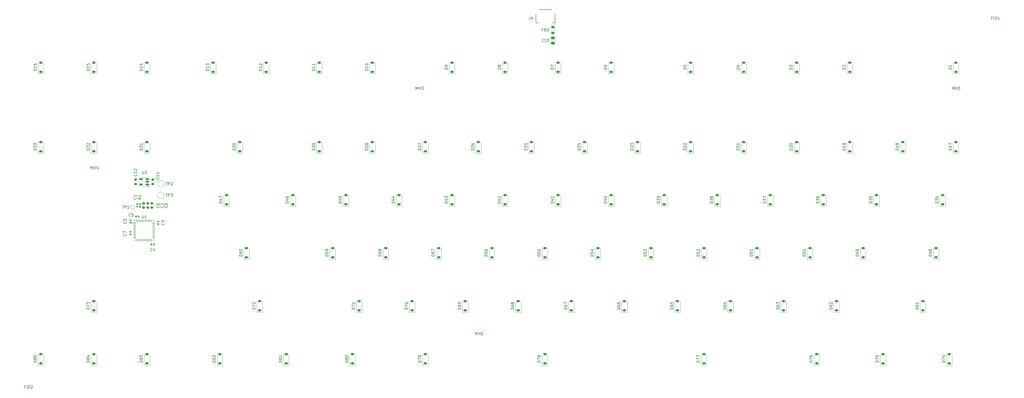
<source format=gto>
G04 #@! TF.GenerationSoftware,KiCad,Pcbnew,9.0.5*
G04 #@! TF.CreationDate,2026-01-22T23:22:38-08:00*
G04 #@! TF.ProjectId,alana-kb,616c616e-612d-46b6-922e-6b696361645f,rev?*
G04 #@! TF.SameCoordinates,Original*
G04 #@! TF.FileFunction,Legend,Top*
G04 #@! TF.FilePolarity,Positive*
%FSLAX46Y46*%
G04 Gerber Fmt 4.6, Leading zero omitted, Abs format (unit mm)*
G04 Created by KiCad (PCBNEW 9.0.5) date 2026-01-22 23:22:38*
%MOMM*%
%LPD*%
G01*
G04 APERTURE LIST*
G04 Aperture macros list*
%AMRoundRect*
0 Rectangle with rounded corners*
0 $1 Rounding radius*
0 $2 $3 $4 $5 $6 $7 $8 $9 X,Y pos of 4 corners*
0 Add a 4 corners polygon primitive as box body*
4,1,4,$2,$3,$4,$5,$6,$7,$8,$9,$2,$3,0*
0 Add four circle primitives for the rounded corners*
1,1,$1+$1,$2,$3*
1,1,$1+$1,$4,$5*
1,1,$1+$1,$6,$7*
1,1,$1+$1,$8,$9*
0 Add four rect primitives between the rounded corners*
20,1,$1+$1,$2,$3,$4,$5,0*
20,1,$1+$1,$4,$5,$6,$7,0*
20,1,$1+$1,$6,$7,$8,$9,0*
20,1,$1+$1,$8,$9,$2,$3,0*%
G04 Aperture macros list end*
%ADD10C,0.180000*%
%ADD11C,0.120000*%
%ADD12C,0.152400*%
%ADD13RoundRect,0.225000X0.375000X-0.225000X0.375000X0.225000X-0.375000X0.225000X-0.375000X-0.225000X0*%
%ADD14RoundRect,0.140000X-0.170000X0.140000X-0.170000X-0.140000X0.170000X-0.140000X0.170000X0.140000X0*%
%ADD15RoundRect,0.062500X-0.375000X-0.062500X0.375000X-0.062500X0.375000X0.062500X-0.375000X0.062500X0*%
%ADD16RoundRect,0.062500X-0.062500X-0.375000X0.062500X-0.375000X0.062500X0.375000X-0.062500X0.375000X0*%
%ADD17R,5.600000X5.600000*%
%ADD18C,3.500000*%
%ADD19RoundRect,0.140000X-0.140000X-0.170000X0.140000X-0.170000X0.140000X0.170000X-0.140000X0.170000X0*%
%ADD20RoundRect,0.250000X-0.475000X0.250000X-0.475000X-0.250000X0.475000X-0.250000X0.475000X0.250000X0*%
%ADD21RoundRect,0.225000X-0.250000X0.225000X-0.250000X-0.225000X0.250000X-0.225000X0.250000X0.225000X0*%
%ADD22C,2.000000*%
%ADD23C,4.500000*%
%ADD24RoundRect,0.150000X0.512500X0.150000X-0.512500X0.150000X-0.512500X-0.150000X0.512500X-0.150000X0*%
%ADD25RoundRect,0.225000X0.250000X-0.225000X0.250000X0.225000X-0.250000X0.225000X-0.250000X-0.225000X0*%
%ADD26RoundRect,0.218750X0.381250X-0.218750X0.381250X0.218750X-0.381250X0.218750X-0.381250X-0.218750X0*%
%ADD27RoundRect,0.135000X0.185000X-0.135000X0.185000X0.135000X-0.185000X0.135000X-0.185000X-0.135000X0*%
%ADD28R,0.609600X0.889000*%
%ADD29R,0.762000X0.838200*%
%ADD30RoundRect,0.140000X0.170000X-0.140000X0.170000X0.140000X-0.170000X0.140000X-0.170000X-0.140000X0*%
%ADD31C,1.000000*%
%ADD32RoundRect,0.140000X0.140000X0.170000X-0.140000X0.170000X-0.140000X-0.170000X0.140000X-0.170000X0*%
%ADD33C,1.750000*%
%ADD34C,3.987800*%
%ADD35C,2.300000*%
%ADD36C,3.048000*%
G04 APERTURE END LIST*
D10*
X207765759Y-71889285D02*
X206765759Y-71889285D01*
X206765759Y-71889285D02*
X206765759Y-71651190D01*
X206765759Y-71651190D02*
X206813378Y-71508333D01*
X206813378Y-71508333D02*
X206908616Y-71413095D01*
X206908616Y-71413095D02*
X207003854Y-71365476D01*
X207003854Y-71365476D02*
X207194330Y-71317857D01*
X207194330Y-71317857D02*
X207337187Y-71317857D01*
X207337187Y-71317857D02*
X207527663Y-71365476D01*
X207527663Y-71365476D02*
X207622901Y-71413095D01*
X207622901Y-71413095D02*
X207718140Y-71508333D01*
X207718140Y-71508333D02*
X207765759Y-71651190D01*
X207765759Y-71651190D02*
X207765759Y-71889285D01*
X206860997Y-70936904D02*
X206813378Y-70889285D01*
X206813378Y-70889285D02*
X206765759Y-70794047D01*
X206765759Y-70794047D02*
X206765759Y-70555952D01*
X206765759Y-70555952D02*
X206813378Y-70460714D01*
X206813378Y-70460714D02*
X206860997Y-70413095D01*
X206860997Y-70413095D02*
X206956235Y-70365476D01*
X206956235Y-70365476D02*
X207051473Y-70365476D01*
X207051473Y-70365476D02*
X207194330Y-70413095D01*
X207194330Y-70413095D02*
X207765759Y-70984523D01*
X207765759Y-70984523D02*
X207765759Y-70365476D01*
X206765759Y-69460714D02*
X206765759Y-69936904D01*
X206765759Y-69936904D02*
X207241949Y-69984523D01*
X207241949Y-69984523D02*
X207194330Y-69936904D01*
X207194330Y-69936904D02*
X207146711Y-69841666D01*
X207146711Y-69841666D02*
X207146711Y-69603571D01*
X207146711Y-69603571D02*
X207194330Y-69508333D01*
X207194330Y-69508333D02*
X207241949Y-69460714D01*
X207241949Y-69460714D02*
X207337187Y-69413095D01*
X207337187Y-69413095D02*
X207575282Y-69413095D01*
X207575282Y-69413095D02*
X207670520Y-69460714D01*
X207670520Y-69460714D02*
X207718140Y-69508333D01*
X207718140Y-69508333D02*
X207765759Y-69603571D01*
X207765759Y-69603571D02*
X207765759Y-69841666D01*
X207765759Y-69841666D02*
X207718140Y-69936904D01*
X207718140Y-69936904D02*
X207670520Y-69984523D01*
X250628259Y-109989285D02*
X249628259Y-109989285D01*
X249628259Y-109989285D02*
X249628259Y-109751190D01*
X249628259Y-109751190D02*
X249675878Y-109608333D01*
X249675878Y-109608333D02*
X249771116Y-109513095D01*
X249771116Y-109513095D02*
X249866354Y-109465476D01*
X249866354Y-109465476D02*
X250056830Y-109417857D01*
X250056830Y-109417857D02*
X250199687Y-109417857D01*
X250199687Y-109417857D02*
X250390163Y-109465476D01*
X250390163Y-109465476D02*
X250485401Y-109513095D01*
X250485401Y-109513095D02*
X250580640Y-109608333D01*
X250580640Y-109608333D02*
X250628259Y-109751190D01*
X250628259Y-109751190D02*
X250628259Y-109989285D01*
X249628259Y-108513095D02*
X249628259Y-108989285D01*
X249628259Y-108989285D02*
X250104449Y-109036904D01*
X250104449Y-109036904D02*
X250056830Y-108989285D01*
X250056830Y-108989285D02*
X250009211Y-108894047D01*
X250009211Y-108894047D02*
X250009211Y-108655952D01*
X250009211Y-108655952D02*
X250056830Y-108560714D01*
X250056830Y-108560714D02*
X250104449Y-108513095D01*
X250104449Y-108513095D02*
X250199687Y-108465476D01*
X250199687Y-108465476D02*
X250437782Y-108465476D01*
X250437782Y-108465476D02*
X250533020Y-108513095D01*
X250533020Y-108513095D02*
X250580640Y-108560714D01*
X250580640Y-108560714D02*
X250628259Y-108655952D01*
X250628259Y-108655952D02*
X250628259Y-108894047D01*
X250628259Y-108894047D02*
X250580640Y-108989285D01*
X250580640Y-108989285D02*
X250533020Y-109036904D01*
X249628259Y-108132142D02*
X249628259Y-107513095D01*
X249628259Y-107513095D02*
X250009211Y-107846428D01*
X250009211Y-107846428D02*
X250009211Y-107703571D01*
X250009211Y-107703571D02*
X250056830Y-107608333D01*
X250056830Y-107608333D02*
X250104449Y-107560714D01*
X250104449Y-107560714D02*
X250199687Y-107513095D01*
X250199687Y-107513095D02*
X250437782Y-107513095D01*
X250437782Y-107513095D02*
X250533020Y-107560714D01*
X250533020Y-107560714D02*
X250580640Y-107608333D01*
X250580640Y-107608333D02*
X250628259Y-107703571D01*
X250628259Y-107703571D02*
X250628259Y-107989285D01*
X250628259Y-107989285D02*
X250580640Y-108084523D01*
X250580640Y-108084523D02*
X250533020Y-108132142D01*
X69653259Y-148089285D02*
X68653259Y-148089285D01*
X68653259Y-148089285D02*
X68653259Y-147851190D01*
X68653259Y-147851190D02*
X68700878Y-147708333D01*
X68700878Y-147708333D02*
X68796116Y-147613095D01*
X68796116Y-147613095D02*
X68891354Y-147565476D01*
X68891354Y-147565476D02*
X69081830Y-147517857D01*
X69081830Y-147517857D02*
X69224687Y-147517857D01*
X69224687Y-147517857D02*
X69415163Y-147565476D01*
X69415163Y-147565476D02*
X69510401Y-147613095D01*
X69510401Y-147613095D02*
X69605640Y-147708333D01*
X69605640Y-147708333D02*
X69653259Y-147851190D01*
X69653259Y-147851190D02*
X69653259Y-148089285D01*
X69081830Y-146946428D02*
X69034211Y-147041666D01*
X69034211Y-147041666D02*
X68986592Y-147089285D01*
X68986592Y-147089285D02*
X68891354Y-147136904D01*
X68891354Y-147136904D02*
X68843735Y-147136904D01*
X68843735Y-147136904D02*
X68748497Y-147089285D01*
X68748497Y-147089285D02*
X68700878Y-147041666D01*
X68700878Y-147041666D02*
X68653259Y-146946428D01*
X68653259Y-146946428D02*
X68653259Y-146755952D01*
X68653259Y-146755952D02*
X68700878Y-146660714D01*
X68700878Y-146660714D02*
X68748497Y-146613095D01*
X68748497Y-146613095D02*
X68843735Y-146565476D01*
X68843735Y-146565476D02*
X68891354Y-146565476D01*
X68891354Y-146565476D02*
X68986592Y-146613095D01*
X68986592Y-146613095D02*
X69034211Y-146660714D01*
X69034211Y-146660714D02*
X69081830Y-146755952D01*
X69081830Y-146755952D02*
X69081830Y-146946428D01*
X69081830Y-146946428D02*
X69129449Y-147041666D01*
X69129449Y-147041666D02*
X69177068Y-147089285D01*
X69177068Y-147089285D02*
X69272306Y-147136904D01*
X69272306Y-147136904D02*
X69462782Y-147136904D01*
X69462782Y-147136904D02*
X69558020Y-147089285D01*
X69558020Y-147089285D02*
X69605640Y-147041666D01*
X69605640Y-147041666D02*
X69653259Y-146946428D01*
X69653259Y-146946428D02*
X69653259Y-146755952D01*
X69653259Y-146755952D02*
X69605640Y-146660714D01*
X69605640Y-146660714D02*
X69558020Y-146613095D01*
X69558020Y-146613095D02*
X69462782Y-146565476D01*
X69462782Y-146565476D02*
X69272306Y-146565476D01*
X69272306Y-146565476D02*
X69177068Y-146613095D01*
X69177068Y-146613095D02*
X69129449Y-146660714D01*
X69129449Y-146660714D02*
X69081830Y-146755952D01*
X68653259Y-146232142D02*
X68653259Y-145613095D01*
X68653259Y-145613095D02*
X69034211Y-145946428D01*
X69034211Y-145946428D02*
X69034211Y-145803571D01*
X69034211Y-145803571D02*
X69081830Y-145708333D01*
X69081830Y-145708333D02*
X69129449Y-145660714D01*
X69129449Y-145660714D02*
X69224687Y-145613095D01*
X69224687Y-145613095D02*
X69462782Y-145613095D01*
X69462782Y-145613095D02*
X69558020Y-145660714D01*
X69558020Y-145660714D02*
X69605640Y-145708333D01*
X69605640Y-145708333D02*
X69653259Y-145803571D01*
X69653259Y-145803571D02*
X69653259Y-146089285D01*
X69653259Y-146089285D02*
X69605640Y-146184523D01*
X69605640Y-146184523D02*
X69558020Y-146232142D01*
X77358020Y-98166666D02*
X77405640Y-98214285D01*
X77405640Y-98214285D02*
X77453259Y-98357142D01*
X77453259Y-98357142D02*
X77453259Y-98452380D01*
X77453259Y-98452380D02*
X77405640Y-98595237D01*
X77405640Y-98595237D02*
X77310401Y-98690475D01*
X77310401Y-98690475D02*
X77215163Y-98738094D01*
X77215163Y-98738094D02*
X77024687Y-98785713D01*
X77024687Y-98785713D02*
X76881830Y-98785713D01*
X76881830Y-98785713D02*
X76691354Y-98738094D01*
X76691354Y-98738094D02*
X76596116Y-98690475D01*
X76596116Y-98690475D02*
X76500878Y-98595237D01*
X76500878Y-98595237D02*
X76453259Y-98452380D01*
X76453259Y-98452380D02*
X76453259Y-98357142D01*
X76453259Y-98357142D02*
X76500878Y-98214285D01*
X76500878Y-98214285D02*
X76548497Y-98166666D01*
X77453259Y-97690475D02*
X77453259Y-97499999D01*
X77453259Y-97499999D02*
X77405640Y-97404761D01*
X77405640Y-97404761D02*
X77358020Y-97357142D01*
X77358020Y-97357142D02*
X77215163Y-97261904D01*
X77215163Y-97261904D02*
X77024687Y-97214285D01*
X77024687Y-97214285D02*
X76643735Y-97214285D01*
X76643735Y-97214285D02*
X76548497Y-97261904D01*
X76548497Y-97261904D02*
X76500878Y-97309523D01*
X76500878Y-97309523D02*
X76453259Y-97404761D01*
X76453259Y-97404761D02*
X76453259Y-97595237D01*
X76453259Y-97595237D02*
X76500878Y-97690475D01*
X76500878Y-97690475D02*
X76548497Y-97738094D01*
X76548497Y-97738094D02*
X76643735Y-97785713D01*
X76643735Y-97785713D02*
X76881830Y-97785713D01*
X76881830Y-97785713D02*
X76977068Y-97738094D01*
X76977068Y-97738094D02*
X77024687Y-97690475D01*
X77024687Y-97690475D02*
X77072306Y-97595237D01*
X77072306Y-97595237D02*
X77072306Y-97404761D01*
X77072306Y-97404761D02*
X77024687Y-97309523D01*
X77024687Y-97309523D02*
X76977068Y-97261904D01*
X76977068Y-97261904D02*
X76881830Y-97214285D01*
X241103259Y-129039285D02*
X240103259Y-129039285D01*
X240103259Y-129039285D02*
X240103259Y-128801190D01*
X240103259Y-128801190D02*
X240150878Y-128658333D01*
X240150878Y-128658333D02*
X240246116Y-128563095D01*
X240246116Y-128563095D02*
X240341354Y-128515476D01*
X240341354Y-128515476D02*
X240531830Y-128467857D01*
X240531830Y-128467857D02*
X240674687Y-128467857D01*
X240674687Y-128467857D02*
X240865163Y-128515476D01*
X240865163Y-128515476D02*
X240960401Y-128563095D01*
X240960401Y-128563095D02*
X241055640Y-128658333D01*
X241055640Y-128658333D02*
X241103259Y-128801190D01*
X241103259Y-128801190D02*
X241103259Y-129039285D01*
X240103259Y-127610714D02*
X240103259Y-127801190D01*
X240103259Y-127801190D02*
X240150878Y-127896428D01*
X240150878Y-127896428D02*
X240198497Y-127944047D01*
X240198497Y-127944047D02*
X240341354Y-128039285D01*
X240341354Y-128039285D02*
X240531830Y-128086904D01*
X240531830Y-128086904D02*
X240912782Y-128086904D01*
X240912782Y-128086904D02*
X241008020Y-128039285D01*
X241008020Y-128039285D02*
X241055640Y-127991666D01*
X241055640Y-127991666D02*
X241103259Y-127896428D01*
X241103259Y-127896428D02*
X241103259Y-127705952D01*
X241103259Y-127705952D02*
X241055640Y-127610714D01*
X241055640Y-127610714D02*
X241008020Y-127563095D01*
X241008020Y-127563095D02*
X240912782Y-127515476D01*
X240912782Y-127515476D02*
X240674687Y-127515476D01*
X240674687Y-127515476D02*
X240579449Y-127563095D01*
X240579449Y-127563095D02*
X240531830Y-127610714D01*
X240531830Y-127610714D02*
X240484211Y-127705952D01*
X240484211Y-127705952D02*
X240484211Y-127896428D01*
X240484211Y-127896428D02*
X240531830Y-127991666D01*
X240531830Y-127991666D02*
X240579449Y-128039285D01*
X240579449Y-128039285D02*
X240674687Y-128086904D01*
X240103259Y-126658333D02*
X240103259Y-126848809D01*
X240103259Y-126848809D02*
X240150878Y-126944047D01*
X240150878Y-126944047D02*
X240198497Y-126991666D01*
X240198497Y-126991666D02*
X240341354Y-127086904D01*
X240341354Y-127086904D02*
X240531830Y-127134523D01*
X240531830Y-127134523D02*
X240912782Y-127134523D01*
X240912782Y-127134523D02*
X241008020Y-127086904D01*
X241008020Y-127086904D02*
X241055640Y-127039285D01*
X241055640Y-127039285D02*
X241103259Y-126944047D01*
X241103259Y-126944047D02*
X241103259Y-126753571D01*
X241103259Y-126753571D02*
X241055640Y-126658333D01*
X241055640Y-126658333D02*
X241008020Y-126610714D01*
X241008020Y-126610714D02*
X240912782Y-126563095D01*
X240912782Y-126563095D02*
X240674687Y-126563095D01*
X240674687Y-126563095D02*
X240579449Y-126610714D01*
X240579449Y-126610714D02*
X240531830Y-126658333D01*
X240531830Y-126658333D02*
X240484211Y-126753571D01*
X240484211Y-126753571D02*
X240484211Y-126944047D01*
X240484211Y-126944047D02*
X240531830Y-127039285D01*
X240531830Y-127039285D02*
X240579449Y-127086904D01*
X240579449Y-127086904D02*
X240674687Y-127134523D01*
X217290759Y-90939285D02*
X216290759Y-90939285D01*
X216290759Y-90939285D02*
X216290759Y-90701190D01*
X216290759Y-90701190D02*
X216338378Y-90558333D01*
X216338378Y-90558333D02*
X216433616Y-90463095D01*
X216433616Y-90463095D02*
X216528854Y-90415476D01*
X216528854Y-90415476D02*
X216719330Y-90367857D01*
X216719330Y-90367857D02*
X216862187Y-90367857D01*
X216862187Y-90367857D02*
X217052663Y-90415476D01*
X217052663Y-90415476D02*
X217147901Y-90463095D01*
X217147901Y-90463095D02*
X217243140Y-90558333D01*
X217243140Y-90558333D02*
X217290759Y-90701190D01*
X217290759Y-90701190D02*
X217290759Y-90939285D01*
X216624092Y-89510714D02*
X217290759Y-89510714D01*
X216243140Y-89748809D02*
X216957425Y-89986904D01*
X216957425Y-89986904D02*
X216957425Y-89367857D01*
X217290759Y-88463095D02*
X217290759Y-89034523D01*
X217290759Y-88748809D02*
X216290759Y-88748809D01*
X216290759Y-88748809D02*
X216433616Y-88844047D01*
X216433616Y-88844047D02*
X216528854Y-88939285D01*
X216528854Y-88939285D02*
X216576473Y-89034523D01*
X69488095Y-95373259D02*
X69488095Y-96182782D01*
X69488095Y-96182782D02*
X69535714Y-96278020D01*
X69535714Y-96278020D02*
X69583333Y-96325640D01*
X69583333Y-96325640D02*
X69678571Y-96373259D01*
X69678571Y-96373259D02*
X69869047Y-96373259D01*
X69869047Y-96373259D02*
X69964285Y-96325640D01*
X69964285Y-96325640D02*
X70011904Y-96278020D01*
X70011904Y-96278020D02*
X70059523Y-96182782D01*
X70059523Y-96182782D02*
X70059523Y-95373259D01*
X71059523Y-96373259D02*
X70488095Y-96373259D01*
X70773809Y-96373259D02*
X70773809Y-95373259D01*
X70773809Y-95373259D02*
X70678571Y-95516116D01*
X70678571Y-95516116D02*
X70583333Y-95611354D01*
X70583333Y-95611354D02*
X70488095Y-95658973D01*
X169665759Y-148089285D02*
X168665759Y-148089285D01*
X168665759Y-148089285D02*
X168665759Y-147851190D01*
X168665759Y-147851190D02*
X168713378Y-147708333D01*
X168713378Y-147708333D02*
X168808616Y-147613095D01*
X168808616Y-147613095D02*
X168903854Y-147565476D01*
X168903854Y-147565476D02*
X169094330Y-147517857D01*
X169094330Y-147517857D02*
X169237187Y-147517857D01*
X169237187Y-147517857D02*
X169427663Y-147565476D01*
X169427663Y-147565476D02*
X169522901Y-147613095D01*
X169522901Y-147613095D02*
X169618140Y-147708333D01*
X169618140Y-147708333D02*
X169665759Y-147851190D01*
X169665759Y-147851190D02*
X169665759Y-148089285D01*
X168665759Y-147184523D02*
X168665759Y-146517857D01*
X168665759Y-146517857D02*
X169665759Y-146946428D01*
X169665759Y-146089285D02*
X169665759Y-145898809D01*
X169665759Y-145898809D02*
X169618140Y-145803571D01*
X169618140Y-145803571D02*
X169570520Y-145755952D01*
X169570520Y-145755952D02*
X169427663Y-145660714D01*
X169427663Y-145660714D02*
X169237187Y-145613095D01*
X169237187Y-145613095D02*
X168856235Y-145613095D01*
X168856235Y-145613095D02*
X168760997Y-145660714D01*
X168760997Y-145660714D02*
X168713378Y-145708333D01*
X168713378Y-145708333D02*
X168665759Y-145803571D01*
X168665759Y-145803571D02*
X168665759Y-145994047D01*
X168665759Y-145994047D02*
X168713378Y-146089285D01*
X168713378Y-146089285D02*
X168760997Y-146136904D01*
X168760997Y-146136904D02*
X168856235Y-146184523D01*
X168856235Y-146184523D02*
X169094330Y-146184523D01*
X169094330Y-146184523D02*
X169189568Y-146136904D01*
X169189568Y-146136904D02*
X169237187Y-146089285D01*
X169237187Y-146089285D02*
X169284806Y-145994047D01*
X169284806Y-145994047D02*
X169284806Y-145803571D01*
X169284806Y-145803571D02*
X169237187Y-145708333D01*
X169237187Y-145708333D02*
X169189568Y-145660714D01*
X169189568Y-145660714D02*
X169094330Y-145613095D01*
X360616667Y-50140759D02*
X360616667Y-49140759D01*
X360616667Y-49140759D02*
X360950000Y-49855044D01*
X360950000Y-49855044D02*
X361283333Y-49140759D01*
X361283333Y-49140759D02*
X361283333Y-50140759D01*
X361759524Y-50140759D02*
X361759524Y-49140759D01*
X361759524Y-49616949D02*
X362330952Y-49616949D01*
X362330952Y-50140759D02*
X362330952Y-49140759D01*
X363330952Y-50140759D02*
X362759524Y-50140759D01*
X363045238Y-50140759D02*
X363045238Y-49140759D01*
X363045238Y-49140759D02*
X362950000Y-49283616D01*
X362950000Y-49283616D02*
X362854762Y-49378854D01*
X362854762Y-49378854D02*
X362759524Y-49426473D01*
X203003259Y-129039285D02*
X202003259Y-129039285D01*
X202003259Y-129039285D02*
X202003259Y-128801190D01*
X202003259Y-128801190D02*
X202050878Y-128658333D01*
X202050878Y-128658333D02*
X202146116Y-128563095D01*
X202146116Y-128563095D02*
X202241354Y-128515476D01*
X202241354Y-128515476D02*
X202431830Y-128467857D01*
X202431830Y-128467857D02*
X202574687Y-128467857D01*
X202574687Y-128467857D02*
X202765163Y-128515476D01*
X202765163Y-128515476D02*
X202860401Y-128563095D01*
X202860401Y-128563095D02*
X202955640Y-128658333D01*
X202955640Y-128658333D02*
X203003259Y-128801190D01*
X203003259Y-128801190D02*
X203003259Y-129039285D01*
X202003259Y-127610714D02*
X202003259Y-127801190D01*
X202003259Y-127801190D02*
X202050878Y-127896428D01*
X202050878Y-127896428D02*
X202098497Y-127944047D01*
X202098497Y-127944047D02*
X202241354Y-128039285D01*
X202241354Y-128039285D02*
X202431830Y-128086904D01*
X202431830Y-128086904D02*
X202812782Y-128086904D01*
X202812782Y-128086904D02*
X202908020Y-128039285D01*
X202908020Y-128039285D02*
X202955640Y-127991666D01*
X202955640Y-127991666D02*
X203003259Y-127896428D01*
X203003259Y-127896428D02*
X203003259Y-127705952D01*
X203003259Y-127705952D02*
X202955640Y-127610714D01*
X202955640Y-127610714D02*
X202908020Y-127563095D01*
X202908020Y-127563095D02*
X202812782Y-127515476D01*
X202812782Y-127515476D02*
X202574687Y-127515476D01*
X202574687Y-127515476D02*
X202479449Y-127563095D01*
X202479449Y-127563095D02*
X202431830Y-127610714D01*
X202431830Y-127610714D02*
X202384211Y-127705952D01*
X202384211Y-127705952D02*
X202384211Y-127896428D01*
X202384211Y-127896428D02*
X202431830Y-127991666D01*
X202431830Y-127991666D02*
X202479449Y-128039285D01*
X202479449Y-128039285D02*
X202574687Y-128086904D01*
X202431830Y-126944047D02*
X202384211Y-127039285D01*
X202384211Y-127039285D02*
X202336592Y-127086904D01*
X202336592Y-127086904D02*
X202241354Y-127134523D01*
X202241354Y-127134523D02*
X202193735Y-127134523D01*
X202193735Y-127134523D02*
X202098497Y-127086904D01*
X202098497Y-127086904D02*
X202050878Y-127039285D01*
X202050878Y-127039285D02*
X202003259Y-126944047D01*
X202003259Y-126944047D02*
X202003259Y-126753571D01*
X202003259Y-126753571D02*
X202050878Y-126658333D01*
X202050878Y-126658333D02*
X202098497Y-126610714D01*
X202098497Y-126610714D02*
X202193735Y-126563095D01*
X202193735Y-126563095D02*
X202241354Y-126563095D01*
X202241354Y-126563095D02*
X202336592Y-126610714D01*
X202336592Y-126610714D02*
X202384211Y-126658333D01*
X202384211Y-126658333D02*
X202431830Y-126753571D01*
X202431830Y-126753571D02*
X202431830Y-126944047D01*
X202431830Y-126944047D02*
X202479449Y-127039285D01*
X202479449Y-127039285D02*
X202527068Y-127086904D01*
X202527068Y-127086904D02*
X202622306Y-127134523D01*
X202622306Y-127134523D02*
X202812782Y-127134523D01*
X202812782Y-127134523D02*
X202908020Y-127086904D01*
X202908020Y-127086904D02*
X202955640Y-127039285D01*
X202955640Y-127039285D02*
X203003259Y-126944047D01*
X203003259Y-126944047D02*
X203003259Y-126753571D01*
X203003259Y-126753571D02*
X202955640Y-126658333D01*
X202955640Y-126658333D02*
X202908020Y-126610714D01*
X202908020Y-126610714D02*
X202812782Y-126563095D01*
X202812782Y-126563095D02*
X202622306Y-126563095D01*
X202622306Y-126563095D02*
X202527068Y-126610714D01*
X202527068Y-126610714D02*
X202479449Y-126658333D01*
X202479449Y-126658333D02*
X202431830Y-126753571D01*
X193478259Y-109989285D02*
X192478259Y-109989285D01*
X192478259Y-109989285D02*
X192478259Y-109751190D01*
X192478259Y-109751190D02*
X192525878Y-109608333D01*
X192525878Y-109608333D02*
X192621116Y-109513095D01*
X192621116Y-109513095D02*
X192716354Y-109465476D01*
X192716354Y-109465476D02*
X192906830Y-109417857D01*
X192906830Y-109417857D02*
X193049687Y-109417857D01*
X193049687Y-109417857D02*
X193240163Y-109465476D01*
X193240163Y-109465476D02*
X193335401Y-109513095D01*
X193335401Y-109513095D02*
X193430640Y-109608333D01*
X193430640Y-109608333D02*
X193478259Y-109751190D01*
X193478259Y-109751190D02*
X193478259Y-109989285D01*
X192478259Y-108513095D02*
X192478259Y-108989285D01*
X192478259Y-108989285D02*
X192954449Y-109036904D01*
X192954449Y-109036904D02*
X192906830Y-108989285D01*
X192906830Y-108989285D02*
X192859211Y-108894047D01*
X192859211Y-108894047D02*
X192859211Y-108655952D01*
X192859211Y-108655952D02*
X192906830Y-108560714D01*
X192906830Y-108560714D02*
X192954449Y-108513095D01*
X192954449Y-108513095D02*
X193049687Y-108465476D01*
X193049687Y-108465476D02*
X193287782Y-108465476D01*
X193287782Y-108465476D02*
X193383020Y-108513095D01*
X193383020Y-108513095D02*
X193430640Y-108560714D01*
X193430640Y-108560714D02*
X193478259Y-108655952D01*
X193478259Y-108655952D02*
X193478259Y-108894047D01*
X193478259Y-108894047D02*
X193430640Y-108989285D01*
X193430640Y-108989285D02*
X193383020Y-109036904D01*
X192478259Y-107608333D02*
X192478259Y-107798809D01*
X192478259Y-107798809D02*
X192525878Y-107894047D01*
X192525878Y-107894047D02*
X192573497Y-107941666D01*
X192573497Y-107941666D02*
X192716354Y-108036904D01*
X192716354Y-108036904D02*
X192906830Y-108084523D01*
X192906830Y-108084523D02*
X193287782Y-108084523D01*
X193287782Y-108084523D02*
X193383020Y-108036904D01*
X193383020Y-108036904D02*
X193430640Y-107989285D01*
X193430640Y-107989285D02*
X193478259Y-107894047D01*
X193478259Y-107894047D02*
X193478259Y-107703571D01*
X193478259Y-107703571D02*
X193430640Y-107608333D01*
X193430640Y-107608333D02*
X193383020Y-107560714D01*
X193383020Y-107560714D02*
X193287782Y-107513095D01*
X193287782Y-107513095D02*
X193049687Y-107513095D01*
X193049687Y-107513095D02*
X192954449Y-107560714D01*
X192954449Y-107560714D02*
X192906830Y-107608333D01*
X192906830Y-107608333D02*
X192859211Y-107703571D01*
X192859211Y-107703571D02*
X192859211Y-107894047D01*
X192859211Y-107894047D02*
X192906830Y-107989285D01*
X192906830Y-107989285D02*
X192954449Y-108036904D01*
X192954449Y-108036904D02*
X193049687Y-108084523D01*
X174428259Y-109989285D02*
X173428259Y-109989285D01*
X173428259Y-109989285D02*
X173428259Y-109751190D01*
X173428259Y-109751190D02*
X173475878Y-109608333D01*
X173475878Y-109608333D02*
X173571116Y-109513095D01*
X173571116Y-109513095D02*
X173666354Y-109465476D01*
X173666354Y-109465476D02*
X173856830Y-109417857D01*
X173856830Y-109417857D02*
X173999687Y-109417857D01*
X173999687Y-109417857D02*
X174190163Y-109465476D01*
X174190163Y-109465476D02*
X174285401Y-109513095D01*
X174285401Y-109513095D02*
X174380640Y-109608333D01*
X174380640Y-109608333D02*
X174428259Y-109751190D01*
X174428259Y-109751190D02*
X174428259Y-109989285D01*
X173428259Y-108513095D02*
X173428259Y-108989285D01*
X173428259Y-108989285D02*
X173904449Y-109036904D01*
X173904449Y-109036904D02*
X173856830Y-108989285D01*
X173856830Y-108989285D02*
X173809211Y-108894047D01*
X173809211Y-108894047D02*
X173809211Y-108655952D01*
X173809211Y-108655952D02*
X173856830Y-108560714D01*
X173856830Y-108560714D02*
X173904449Y-108513095D01*
X173904449Y-108513095D02*
X173999687Y-108465476D01*
X173999687Y-108465476D02*
X174237782Y-108465476D01*
X174237782Y-108465476D02*
X174333020Y-108513095D01*
X174333020Y-108513095D02*
X174380640Y-108560714D01*
X174380640Y-108560714D02*
X174428259Y-108655952D01*
X174428259Y-108655952D02*
X174428259Y-108894047D01*
X174428259Y-108894047D02*
X174380640Y-108989285D01*
X174380640Y-108989285D02*
X174333020Y-109036904D01*
X173428259Y-108132142D02*
X173428259Y-107465476D01*
X173428259Y-107465476D02*
X174428259Y-107894047D01*
X65333333Y-95558020D02*
X65285714Y-95605640D01*
X65285714Y-95605640D02*
X65142857Y-95653259D01*
X65142857Y-95653259D02*
X65047619Y-95653259D01*
X65047619Y-95653259D02*
X64904762Y-95605640D01*
X64904762Y-95605640D02*
X64809524Y-95510401D01*
X64809524Y-95510401D02*
X64761905Y-95415163D01*
X64761905Y-95415163D02*
X64714286Y-95224687D01*
X64714286Y-95224687D02*
X64714286Y-95081830D01*
X64714286Y-95081830D02*
X64761905Y-94891354D01*
X64761905Y-94891354D02*
X64809524Y-94796116D01*
X64809524Y-94796116D02*
X64904762Y-94700878D01*
X64904762Y-94700878D02*
X65047619Y-94653259D01*
X65047619Y-94653259D02*
X65142857Y-94653259D01*
X65142857Y-94653259D02*
X65285714Y-94700878D01*
X65285714Y-94700878D02*
X65333333Y-94748497D01*
X66238095Y-94653259D02*
X65761905Y-94653259D01*
X65761905Y-94653259D02*
X65714286Y-95129449D01*
X65714286Y-95129449D02*
X65761905Y-95081830D01*
X65761905Y-95081830D02*
X65857143Y-95034211D01*
X65857143Y-95034211D02*
X66095238Y-95034211D01*
X66095238Y-95034211D02*
X66190476Y-95081830D01*
X66190476Y-95081830D02*
X66238095Y-95129449D01*
X66238095Y-95129449D02*
X66285714Y-95224687D01*
X66285714Y-95224687D02*
X66285714Y-95462782D01*
X66285714Y-95462782D02*
X66238095Y-95558020D01*
X66238095Y-95558020D02*
X66190476Y-95605640D01*
X66190476Y-95605640D02*
X66095238Y-95653259D01*
X66095238Y-95653259D02*
X65857143Y-95653259D01*
X65857143Y-95653259D02*
X65761905Y-95605640D01*
X65761905Y-95605640D02*
X65714286Y-95558020D01*
X312540759Y-90939285D02*
X311540759Y-90939285D01*
X311540759Y-90939285D02*
X311540759Y-90701190D01*
X311540759Y-90701190D02*
X311588378Y-90558333D01*
X311588378Y-90558333D02*
X311683616Y-90463095D01*
X311683616Y-90463095D02*
X311778854Y-90415476D01*
X311778854Y-90415476D02*
X311969330Y-90367857D01*
X311969330Y-90367857D02*
X312112187Y-90367857D01*
X312112187Y-90367857D02*
X312302663Y-90415476D01*
X312302663Y-90415476D02*
X312397901Y-90463095D01*
X312397901Y-90463095D02*
X312493140Y-90558333D01*
X312493140Y-90558333D02*
X312540759Y-90701190D01*
X312540759Y-90701190D02*
X312540759Y-90939285D01*
X311540759Y-90034523D02*
X311540759Y-89415476D01*
X311540759Y-89415476D02*
X311921711Y-89748809D01*
X311921711Y-89748809D02*
X311921711Y-89605952D01*
X311921711Y-89605952D02*
X311969330Y-89510714D01*
X311969330Y-89510714D02*
X312016949Y-89463095D01*
X312016949Y-89463095D02*
X312112187Y-89415476D01*
X312112187Y-89415476D02*
X312350282Y-89415476D01*
X312350282Y-89415476D02*
X312445520Y-89463095D01*
X312445520Y-89463095D02*
X312493140Y-89510714D01*
X312493140Y-89510714D02*
X312540759Y-89605952D01*
X312540759Y-89605952D02*
X312540759Y-89891666D01*
X312540759Y-89891666D02*
X312493140Y-89986904D01*
X312493140Y-89986904D02*
X312445520Y-90034523D01*
X311540759Y-88558333D02*
X311540759Y-88748809D01*
X311540759Y-88748809D02*
X311588378Y-88844047D01*
X311588378Y-88844047D02*
X311635997Y-88891666D01*
X311635997Y-88891666D02*
X311778854Y-88986904D01*
X311778854Y-88986904D02*
X311969330Y-89034523D01*
X311969330Y-89034523D02*
X312350282Y-89034523D01*
X312350282Y-89034523D02*
X312445520Y-88986904D01*
X312445520Y-88986904D02*
X312493140Y-88939285D01*
X312493140Y-88939285D02*
X312540759Y-88844047D01*
X312540759Y-88844047D02*
X312540759Y-88653571D01*
X312540759Y-88653571D02*
X312493140Y-88558333D01*
X312493140Y-88558333D02*
X312445520Y-88510714D01*
X312445520Y-88510714D02*
X312350282Y-88463095D01*
X312350282Y-88463095D02*
X312112187Y-88463095D01*
X312112187Y-88463095D02*
X312016949Y-88510714D01*
X312016949Y-88510714D02*
X311969330Y-88558333D01*
X311969330Y-88558333D02*
X311921711Y-88653571D01*
X311921711Y-88653571D02*
X311921711Y-88844047D01*
X311921711Y-88844047D02*
X311969330Y-88939285D01*
X311969330Y-88939285D02*
X312016949Y-88986904D01*
X312016949Y-88986904D02*
X312112187Y-89034523D01*
X50603259Y-129039285D02*
X49603259Y-129039285D01*
X49603259Y-129039285D02*
X49603259Y-128801190D01*
X49603259Y-128801190D02*
X49650878Y-128658333D01*
X49650878Y-128658333D02*
X49746116Y-128563095D01*
X49746116Y-128563095D02*
X49841354Y-128515476D01*
X49841354Y-128515476D02*
X50031830Y-128467857D01*
X50031830Y-128467857D02*
X50174687Y-128467857D01*
X50174687Y-128467857D02*
X50365163Y-128515476D01*
X50365163Y-128515476D02*
X50460401Y-128563095D01*
X50460401Y-128563095D02*
X50555640Y-128658333D01*
X50555640Y-128658333D02*
X50603259Y-128801190D01*
X50603259Y-128801190D02*
X50603259Y-129039285D01*
X49603259Y-128134523D02*
X49603259Y-127467857D01*
X49603259Y-127467857D02*
X50603259Y-127896428D01*
X49603259Y-127182142D02*
X49603259Y-126563095D01*
X49603259Y-126563095D02*
X49984211Y-126896428D01*
X49984211Y-126896428D02*
X49984211Y-126753571D01*
X49984211Y-126753571D02*
X50031830Y-126658333D01*
X50031830Y-126658333D02*
X50079449Y-126610714D01*
X50079449Y-126610714D02*
X50174687Y-126563095D01*
X50174687Y-126563095D02*
X50412782Y-126563095D01*
X50412782Y-126563095D02*
X50508020Y-126610714D01*
X50508020Y-126610714D02*
X50555640Y-126658333D01*
X50555640Y-126658333D02*
X50603259Y-126753571D01*
X50603259Y-126753571D02*
X50603259Y-127039285D01*
X50603259Y-127039285D02*
X50555640Y-127134523D01*
X50555640Y-127134523D02*
X50508020Y-127182142D01*
X164903259Y-129039285D02*
X163903259Y-129039285D01*
X163903259Y-129039285D02*
X163903259Y-128801190D01*
X163903259Y-128801190D02*
X163950878Y-128658333D01*
X163950878Y-128658333D02*
X164046116Y-128563095D01*
X164046116Y-128563095D02*
X164141354Y-128515476D01*
X164141354Y-128515476D02*
X164331830Y-128467857D01*
X164331830Y-128467857D02*
X164474687Y-128467857D01*
X164474687Y-128467857D02*
X164665163Y-128515476D01*
X164665163Y-128515476D02*
X164760401Y-128563095D01*
X164760401Y-128563095D02*
X164855640Y-128658333D01*
X164855640Y-128658333D02*
X164903259Y-128801190D01*
X164903259Y-128801190D02*
X164903259Y-129039285D01*
X163903259Y-128134523D02*
X163903259Y-127467857D01*
X163903259Y-127467857D02*
X164903259Y-127896428D01*
X163903259Y-126896428D02*
X163903259Y-126801190D01*
X163903259Y-126801190D02*
X163950878Y-126705952D01*
X163950878Y-126705952D02*
X163998497Y-126658333D01*
X163998497Y-126658333D02*
X164093735Y-126610714D01*
X164093735Y-126610714D02*
X164284211Y-126563095D01*
X164284211Y-126563095D02*
X164522306Y-126563095D01*
X164522306Y-126563095D02*
X164712782Y-126610714D01*
X164712782Y-126610714D02*
X164808020Y-126658333D01*
X164808020Y-126658333D02*
X164855640Y-126705952D01*
X164855640Y-126705952D02*
X164903259Y-126801190D01*
X164903259Y-126801190D02*
X164903259Y-126896428D01*
X164903259Y-126896428D02*
X164855640Y-126991666D01*
X164855640Y-126991666D02*
X164808020Y-127039285D01*
X164808020Y-127039285D02*
X164712782Y-127086904D01*
X164712782Y-127086904D02*
X164522306Y-127134523D01*
X164522306Y-127134523D02*
X164284211Y-127134523D01*
X164284211Y-127134523D02*
X164093735Y-127086904D01*
X164093735Y-127086904D02*
X163998497Y-127039285D01*
X163998497Y-127039285D02*
X163950878Y-126991666D01*
X163950878Y-126991666D02*
X163903259Y-126896428D01*
X122040759Y-90939285D02*
X121040759Y-90939285D01*
X121040759Y-90939285D02*
X121040759Y-90701190D01*
X121040759Y-90701190D02*
X121088378Y-90558333D01*
X121088378Y-90558333D02*
X121183616Y-90463095D01*
X121183616Y-90463095D02*
X121278854Y-90415476D01*
X121278854Y-90415476D02*
X121469330Y-90367857D01*
X121469330Y-90367857D02*
X121612187Y-90367857D01*
X121612187Y-90367857D02*
X121802663Y-90415476D01*
X121802663Y-90415476D02*
X121897901Y-90463095D01*
X121897901Y-90463095D02*
X121993140Y-90558333D01*
X121993140Y-90558333D02*
X122040759Y-90701190D01*
X122040759Y-90701190D02*
X122040759Y-90939285D01*
X121374092Y-89510714D02*
X122040759Y-89510714D01*
X120993140Y-89748809D02*
X121707425Y-89986904D01*
X121707425Y-89986904D02*
X121707425Y-89367857D01*
X121040759Y-88558333D02*
X121040759Y-88748809D01*
X121040759Y-88748809D02*
X121088378Y-88844047D01*
X121088378Y-88844047D02*
X121135997Y-88891666D01*
X121135997Y-88891666D02*
X121278854Y-88986904D01*
X121278854Y-88986904D02*
X121469330Y-89034523D01*
X121469330Y-89034523D02*
X121850282Y-89034523D01*
X121850282Y-89034523D02*
X121945520Y-88986904D01*
X121945520Y-88986904D02*
X121993140Y-88939285D01*
X121993140Y-88939285D02*
X122040759Y-88844047D01*
X122040759Y-88844047D02*
X122040759Y-88653571D01*
X122040759Y-88653571D02*
X121993140Y-88558333D01*
X121993140Y-88558333D02*
X121945520Y-88510714D01*
X121945520Y-88510714D02*
X121850282Y-88463095D01*
X121850282Y-88463095D02*
X121612187Y-88463095D01*
X121612187Y-88463095D02*
X121516949Y-88510714D01*
X121516949Y-88510714D02*
X121469330Y-88558333D01*
X121469330Y-88558333D02*
X121421711Y-88653571D01*
X121421711Y-88653571D02*
X121421711Y-88844047D01*
X121421711Y-88844047D02*
X121469330Y-88939285D01*
X121469330Y-88939285D02*
X121516949Y-88986904D01*
X121516949Y-88986904D02*
X121612187Y-89034523D01*
X143472009Y-148089285D02*
X142472009Y-148089285D01*
X142472009Y-148089285D02*
X142472009Y-147851190D01*
X142472009Y-147851190D02*
X142519628Y-147708333D01*
X142519628Y-147708333D02*
X142614866Y-147613095D01*
X142614866Y-147613095D02*
X142710104Y-147565476D01*
X142710104Y-147565476D02*
X142900580Y-147517857D01*
X142900580Y-147517857D02*
X143043437Y-147517857D01*
X143043437Y-147517857D02*
X143233913Y-147565476D01*
X143233913Y-147565476D02*
X143329151Y-147613095D01*
X143329151Y-147613095D02*
X143424390Y-147708333D01*
X143424390Y-147708333D02*
X143472009Y-147851190D01*
X143472009Y-147851190D02*
X143472009Y-148089285D01*
X142900580Y-146946428D02*
X142852961Y-147041666D01*
X142852961Y-147041666D02*
X142805342Y-147089285D01*
X142805342Y-147089285D02*
X142710104Y-147136904D01*
X142710104Y-147136904D02*
X142662485Y-147136904D01*
X142662485Y-147136904D02*
X142567247Y-147089285D01*
X142567247Y-147089285D02*
X142519628Y-147041666D01*
X142519628Y-147041666D02*
X142472009Y-146946428D01*
X142472009Y-146946428D02*
X142472009Y-146755952D01*
X142472009Y-146755952D02*
X142519628Y-146660714D01*
X142519628Y-146660714D02*
X142567247Y-146613095D01*
X142567247Y-146613095D02*
X142662485Y-146565476D01*
X142662485Y-146565476D02*
X142710104Y-146565476D01*
X142710104Y-146565476D02*
X142805342Y-146613095D01*
X142805342Y-146613095D02*
X142852961Y-146660714D01*
X142852961Y-146660714D02*
X142900580Y-146755952D01*
X142900580Y-146755952D02*
X142900580Y-146946428D01*
X142900580Y-146946428D02*
X142948199Y-147041666D01*
X142948199Y-147041666D02*
X142995818Y-147089285D01*
X142995818Y-147089285D02*
X143091056Y-147136904D01*
X143091056Y-147136904D02*
X143281532Y-147136904D01*
X143281532Y-147136904D02*
X143376770Y-147089285D01*
X143376770Y-147089285D02*
X143424390Y-147041666D01*
X143424390Y-147041666D02*
X143472009Y-146946428D01*
X143472009Y-146946428D02*
X143472009Y-146755952D01*
X143472009Y-146755952D02*
X143424390Y-146660714D01*
X143424390Y-146660714D02*
X143376770Y-146613095D01*
X143376770Y-146613095D02*
X143281532Y-146565476D01*
X143281532Y-146565476D02*
X143091056Y-146565476D01*
X143091056Y-146565476D02*
X142995818Y-146613095D01*
X142995818Y-146613095D02*
X142948199Y-146660714D01*
X142948199Y-146660714D02*
X142900580Y-146755952D01*
X142472009Y-145946428D02*
X142472009Y-145851190D01*
X142472009Y-145851190D02*
X142519628Y-145755952D01*
X142519628Y-145755952D02*
X142567247Y-145708333D01*
X142567247Y-145708333D02*
X142662485Y-145660714D01*
X142662485Y-145660714D02*
X142852961Y-145613095D01*
X142852961Y-145613095D02*
X143091056Y-145613095D01*
X143091056Y-145613095D02*
X143281532Y-145660714D01*
X143281532Y-145660714D02*
X143376770Y-145708333D01*
X143376770Y-145708333D02*
X143424390Y-145755952D01*
X143424390Y-145755952D02*
X143472009Y-145851190D01*
X143472009Y-145851190D02*
X143472009Y-145946428D01*
X143472009Y-145946428D02*
X143424390Y-146041666D01*
X143424390Y-146041666D02*
X143376770Y-146089285D01*
X143376770Y-146089285D02*
X143281532Y-146136904D01*
X143281532Y-146136904D02*
X143091056Y-146184523D01*
X143091056Y-146184523D02*
X142852961Y-146184523D01*
X142852961Y-146184523D02*
X142662485Y-146136904D01*
X142662485Y-146136904D02*
X142567247Y-146089285D01*
X142567247Y-146089285D02*
X142519628Y-146041666D01*
X142519628Y-146041666D02*
X142472009Y-145946428D01*
X212528259Y-148089285D02*
X211528259Y-148089285D01*
X211528259Y-148089285D02*
X211528259Y-147851190D01*
X211528259Y-147851190D02*
X211575878Y-147708333D01*
X211575878Y-147708333D02*
X211671116Y-147613095D01*
X211671116Y-147613095D02*
X211766354Y-147565476D01*
X211766354Y-147565476D02*
X211956830Y-147517857D01*
X211956830Y-147517857D02*
X212099687Y-147517857D01*
X212099687Y-147517857D02*
X212290163Y-147565476D01*
X212290163Y-147565476D02*
X212385401Y-147613095D01*
X212385401Y-147613095D02*
X212480640Y-147708333D01*
X212480640Y-147708333D02*
X212528259Y-147851190D01*
X212528259Y-147851190D02*
X212528259Y-148089285D01*
X211528259Y-147184523D02*
X211528259Y-146517857D01*
X211528259Y-146517857D02*
X212528259Y-146946428D01*
X211956830Y-145994047D02*
X211909211Y-146089285D01*
X211909211Y-146089285D02*
X211861592Y-146136904D01*
X211861592Y-146136904D02*
X211766354Y-146184523D01*
X211766354Y-146184523D02*
X211718735Y-146184523D01*
X211718735Y-146184523D02*
X211623497Y-146136904D01*
X211623497Y-146136904D02*
X211575878Y-146089285D01*
X211575878Y-146089285D02*
X211528259Y-145994047D01*
X211528259Y-145994047D02*
X211528259Y-145803571D01*
X211528259Y-145803571D02*
X211575878Y-145708333D01*
X211575878Y-145708333D02*
X211623497Y-145660714D01*
X211623497Y-145660714D02*
X211718735Y-145613095D01*
X211718735Y-145613095D02*
X211766354Y-145613095D01*
X211766354Y-145613095D02*
X211861592Y-145660714D01*
X211861592Y-145660714D02*
X211909211Y-145708333D01*
X211909211Y-145708333D02*
X211956830Y-145803571D01*
X211956830Y-145803571D02*
X211956830Y-145994047D01*
X211956830Y-145994047D02*
X212004449Y-146089285D01*
X212004449Y-146089285D02*
X212052068Y-146136904D01*
X212052068Y-146136904D02*
X212147306Y-146184523D01*
X212147306Y-146184523D02*
X212337782Y-146184523D01*
X212337782Y-146184523D02*
X212433020Y-146136904D01*
X212433020Y-146136904D02*
X212480640Y-146089285D01*
X212480640Y-146089285D02*
X212528259Y-145994047D01*
X212528259Y-145994047D02*
X212528259Y-145803571D01*
X212528259Y-145803571D02*
X212480640Y-145708333D01*
X212480640Y-145708333D02*
X212433020Y-145660714D01*
X212433020Y-145660714D02*
X212337782Y-145613095D01*
X212337782Y-145613095D02*
X212147306Y-145613095D01*
X212147306Y-145613095D02*
X212052068Y-145660714D01*
X212052068Y-145660714D02*
X212004449Y-145708333D01*
X212004449Y-145708333D02*
X211956830Y-145803571D01*
X213657142Y-32858020D02*
X213609523Y-32905640D01*
X213609523Y-32905640D02*
X213466666Y-32953259D01*
X213466666Y-32953259D02*
X213371428Y-32953259D01*
X213371428Y-32953259D02*
X213228571Y-32905640D01*
X213228571Y-32905640D02*
X213133333Y-32810401D01*
X213133333Y-32810401D02*
X213085714Y-32715163D01*
X213085714Y-32715163D02*
X213038095Y-32524687D01*
X213038095Y-32524687D02*
X213038095Y-32381830D01*
X213038095Y-32381830D02*
X213085714Y-32191354D01*
X213085714Y-32191354D02*
X213133333Y-32096116D01*
X213133333Y-32096116D02*
X213228571Y-32000878D01*
X213228571Y-32000878D02*
X213371428Y-31953259D01*
X213371428Y-31953259D02*
X213466666Y-31953259D01*
X213466666Y-31953259D02*
X213609523Y-32000878D01*
X213609523Y-32000878D02*
X213657142Y-32048497D01*
X214609523Y-32953259D02*
X214038095Y-32953259D01*
X214323809Y-32953259D02*
X214323809Y-31953259D01*
X214323809Y-31953259D02*
X214228571Y-32096116D01*
X214228571Y-32096116D02*
X214133333Y-32191354D01*
X214133333Y-32191354D02*
X214038095Y-32238973D01*
X215228571Y-31953259D02*
X215323809Y-31953259D01*
X215323809Y-31953259D02*
X215419047Y-32000878D01*
X215419047Y-32000878D02*
X215466666Y-32048497D01*
X215466666Y-32048497D02*
X215514285Y-32143735D01*
X215514285Y-32143735D02*
X215561904Y-32334211D01*
X215561904Y-32334211D02*
X215561904Y-32572306D01*
X215561904Y-32572306D02*
X215514285Y-32762782D01*
X215514285Y-32762782D02*
X215466666Y-32858020D01*
X215466666Y-32858020D02*
X215419047Y-32905640D01*
X215419047Y-32905640D02*
X215323809Y-32953259D01*
X215323809Y-32953259D02*
X215228571Y-32953259D01*
X215228571Y-32953259D02*
X215133333Y-32905640D01*
X215133333Y-32905640D02*
X215085714Y-32858020D01*
X215085714Y-32858020D02*
X215038095Y-32762782D01*
X215038095Y-32762782D02*
X214990476Y-32572306D01*
X214990476Y-32572306D02*
X214990476Y-32334211D01*
X214990476Y-32334211D02*
X215038095Y-32143735D01*
X215038095Y-32143735D02*
X215085714Y-32048497D01*
X215085714Y-32048497D02*
X215133333Y-32000878D01*
X215133333Y-32000878D02*
X215228571Y-31953259D01*
X217290759Y-42838094D02*
X216290759Y-42838094D01*
X216290759Y-42838094D02*
X216290759Y-42599999D01*
X216290759Y-42599999D02*
X216338378Y-42457142D01*
X216338378Y-42457142D02*
X216433616Y-42361904D01*
X216433616Y-42361904D02*
X216528854Y-42314285D01*
X216528854Y-42314285D02*
X216719330Y-42266666D01*
X216719330Y-42266666D02*
X216862187Y-42266666D01*
X216862187Y-42266666D02*
X217052663Y-42314285D01*
X217052663Y-42314285D02*
X217147901Y-42361904D01*
X217147901Y-42361904D02*
X217243140Y-42457142D01*
X217243140Y-42457142D02*
X217290759Y-42599999D01*
X217290759Y-42599999D02*
X217290759Y-42838094D01*
X216290759Y-41933332D02*
X216290759Y-41266666D01*
X216290759Y-41266666D02*
X217290759Y-41695237D01*
X331590759Y-90939285D02*
X330590759Y-90939285D01*
X330590759Y-90939285D02*
X330590759Y-90701190D01*
X330590759Y-90701190D02*
X330638378Y-90558333D01*
X330638378Y-90558333D02*
X330733616Y-90463095D01*
X330733616Y-90463095D02*
X330828854Y-90415476D01*
X330828854Y-90415476D02*
X331019330Y-90367857D01*
X331019330Y-90367857D02*
X331162187Y-90367857D01*
X331162187Y-90367857D02*
X331352663Y-90415476D01*
X331352663Y-90415476D02*
X331447901Y-90463095D01*
X331447901Y-90463095D02*
X331543140Y-90558333D01*
X331543140Y-90558333D02*
X331590759Y-90701190D01*
X331590759Y-90701190D02*
X331590759Y-90939285D01*
X330590759Y-90034523D02*
X330590759Y-89415476D01*
X330590759Y-89415476D02*
X330971711Y-89748809D01*
X330971711Y-89748809D02*
X330971711Y-89605952D01*
X330971711Y-89605952D02*
X331019330Y-89510714D01*
X331019330Y-89510714D02*
X331066949Y-89463095D01*
X331066949Y-89463095D02*
X331162187Y-89415476D01*
X331162187Y-89415476D02*
X331400282Y-89415476D01*
X331400282Y-89415476D02*
X331495520Y-89463095D01*
X331495520Y-89463095D02*
X331543140Y-89510714D01*
X331543140Y-89510714D02*
X331590759Y-89605952D01*
X331590759Y-89605952D02*
X331590759Y-89891666D01*
X331590759Y-89891666D02*
X331543140Y-89986904D01*
X331543140Y-89986904D02*
X331495520Y-90034523D01*
X330590759Y-88510714D02*
X330590759Y-88986904D01*
X330590759Y-88986904D02*
X331066949Y-89034523D01*
X331066949Y-89034523D02*
X331019330Y-88986904D01*
X331019330Y-88986904D02*
X330971711Y-88891666D01*
X330971711Y-88891666D02*
X330971711Y-88653571D01*
X330971711Y-88653571D02*
X331019330Y-88558333D01*
X331019330Y-88558333D02*
X331066949Y-88510714D01*
X331066949Y-88510714D02*
X331162187Y-88463095D01*
X331162187Y-88463095D02*
X331400282Y-88463095D01*
X331400282Y-88463095D02*
X331495520Y-88510714D01*
X331495520Y-88510714D02*
X331543140Y-88558333D01*
X331543140Y-88558333D02*
X331590759Y-88653571D01*
X331590759Y-88653571D02*
X331590759Y-88891666D01*
X331590759Y-88891666D02*
X331543140Y-88986904D01*
X331543140Y-88986904D02*
X331495520Y-89034523D01*
X169665759Y-71889285D02*
X168665759Y-71889285D01*
X168665759Y-71889285D02*
X168665759Y-71651190D01*
X168665759Y-71651190D02*
X168713378Y-71508333D01*
X168713378Y-71508333D02*
X168808616Y-71413095D01*
X168808616Y-71413095D02*
X168903854Y-71365476D01*
X168903854Y-71365476D02*
X169094330Y-71317857D01*
X169094330Y-71317857D02*
X169237187Y-71317857D01*
X169237187Y-71317857D02*
X169427663Y-71365476D01*
X169427663Y-71365476D02*
X169522901Y-71413095D01*
X169522901Y-71413095D02*
X169618140Y-71508333D01*
X169618140Y-71508333D02*
X169665759Y-71651190D01*
X169665759Y-71651190D02*
X169665759Y-71889285D01*
X168760997Y-70936904D02*
X168713378Y-70889285D01*
X168713378Y-70889285D02*
X168665759Y-70794047D01*
X168665759Y-70794047D02*
X168665759Y-70555952D01*
X168665759Y-70555952D02*
X168713378Y-70460714D01*
X168713378Y-70460714D02*
X168760997Y-70413095D01*
X168760997Y-70413095D02*
X168856235Y-70365476D01*
X168856235Y-70365476D02*
X168951473Y-70365476D01*
X168951473Y-70365476D02*
X169094330Y-70413095D01*
X169094330Y-70413095D02*
X169665759Y-70984523D01*
X169665759Y-70984523D02*
X169665759Y-70365476D01*
X168665759Y-70032142D02*
X168665759Y-69365476D01*
X168665759Y-69365476D02*
X169665759Y-69794047D01*
X322065759Y-42838094D02*
X321065759Y-42838094D01*
X321065759Y-42838094D02*
X321065759Y-42599999D01*
X321065759Y-42599999D02*
X321113378Y-42457142D01*
X321113378Y-42457142D02*
X321208616Y-42361904D01*
X321208616Y-42361904D02*
X321303854Y-42314285D01*
X321303854Y-42314285D02*
X321494330Y-42266666D01*
X321494330Y-42266666D02*
X321637187Y-42266666D01*
X321637187Y-42266666D02*
X321827663Y-42314285D01*
X321827663Y-42314285D02*
X321922901Y-42361904D01*
X321922901Y-42361904D02*
X322018140Y-42457142D01*
X322018140Y-42457142D02*
X322065759Y-42599999D01*
X322065759Y-42599999D02*
X322065759Y-42838094D01*
X321160997Y-41885713D02*
X321113378Y-41838094D01*
X321113378Y-41838094D02*
X321065759Y-41742856D01*
X321065759Y-41742856D02*
X321065759Y-41504761D01*
X321065759Y-41504761D02*
X321113378Y-41409523D01*
X321113378Y-41409523D02*
X321160997Y-41361904D01*
X321160997Y-41361904D02*
X321256235Y-41314285D01*
X321256235Y-41314285D02*
X321351473Y-41314285D01*
X321351473Y-41314285D02*
X321494330Y-41361904D01*
X321494330Y-41361904D02*
X322065759Y-41933332D01*
X322065759Y-41933332D02*
X322065759Y-41314285D01*
X77058020Y-91966666D02*
X77105640Y-92014285D01*
X77105640Y-92014285D02*
X77153259Y-92157142D01*
X77153259Y-92157142D02*
X77153259Y-92252380D01*
X77153259Y-92252380D02*
X77105640Y-92395237D01*
X77105640Y-92395237D02*
X77010401Y-92490475D01*
X77010401Y-92490475D02*
X76915163Y-92538094D01*
X76915163Y-92538094D02*
X76724687Y-92585713D01*
X76724687Y-92585713D02*
X76581830Y-92585713D01*
X76581830Y-92585713D02*
X76391354Y-92538094D01*
X76391354Y-92538094D02*
X76296116Y-92490475D01*
X76296116Y-92490475D02*
X76200878Y-92395237D01*
X76200878Y-92395237D02*
X76153259Y-92252380D01*
X76153259Y-92252380D02*
X76153259Y-92157142D01*
X76153259Y-92157142D02*
X76200878Y-92014285D01*
X76200878Y-92014285D02*
X76248497Y-91966666D01*
X76248497Y-91585713D02*
X76200878Y-91538094D01*
X76200878Y-91538094D02*
X76153259Y-91442856D01*
X76153259Y-91442856D02*
X76153259Y-91204761D01*
X76153259Y-91204761D02*
X76200878Y-91109523D01*
X76200878Y-91109523D02*
X76248497Y-91061904D01*
X76248497Y-91061904D02*
X76343735Y-91014285D01*
X76343735Y-91014285D02*
X76438973Y-91014285D01*
X76438973Y-91014285D02*
X76581830Y-91061904D01*
X76581830Y-91061904D02*
X77153259Y-91633332D01*
X77153259Y-91633332D02*
X77153259Y-91014285D01*
X160140759Y-90939285D02*
X159140759Y-90939285D01*
X159140759Y-90939285D02*
X159140759Y-90701190D01*
X159140759Y-90701190D02*
X159188378Y-90558333D01*
X159188378Y-90558333D02*
X159283616Y-90463095D01*
X159283616Y-90463095D02*
X159378854Y-90415476D01*
X159378854Y-90415476D02*
X159569330Y-90367857D01*
X159569330Y-90367857D02*
X159712187Y-90367857D01*
X159712187Y-90367857D02*
X159902663Y-90415476D01*
X159902663Y-90415476D02*
X159997901Y-90463095D01*
X159997901Y-90463095D02*
X160093140Y-90558333D01*
X160093140Y-90558333D02*
X160140759Y-90701190D01*
X160140759Y-90701190D02*
X160140759Y-90939285D01*
X159474092Y-89510714D02*
X160140759Y-89510714D01*
X159093140Y-89748809D02*
X159807425Y-89986904D01*
X159807425Y-89986904D02*
X159807425Y-89367857D01*
X159474092Y-88558333D02*
X160140759Y-88558333D01*
X159093140Y-88796428D02*
X159807425Y-89034523D01*
X159807425Y-89034523D02*
X159807425Y-88415476D01*
X236340759Y-90939285D02*
X235340759Y-90939285D01*
X235340759Y-90939285D02*
X235340759Y-90701190D01*
X235340759Y-90701190D02*
X235388378Y-90558333D01*
X235388378Y-90558333D02*
X235483616Y-90463095D01*
X235483616Y-90463095D02*
X235578854Y-90415476D01*
X235578854Y-90415476D02*
X235769330Y-90367857D01*
X235769330Y-90367857D02*
X235912187Y-90367857D01*
X235912187Y-90367857D02*
X236102663Y-90415476D01*
X236102663Y-90415476D02*
X236197901Y-90463095D01*
X236197901Y-90463095D02*
X236293140Y-90558333D01*
X236293140Y-90558333D02*
X236340759Y-90701190D01*
X236340759Y-90701190D02*
X236340759Y-90939285D01*
X235674092Y-89510714D02*
X236340759Y-89510714D01*
X235293140Y-89748809D02*
X236007425Y-89986904D01*
X236007425Y-89986904D02*
X236007425Y-89367857D01*
X235340759Y-88796428D02*
X235340759Y-88701190D01*
X235340759Y-88701190D02*
X235388378Y-88605952D01*
X235388378Y-88605952D02*
X235435997Y-88558333D01*
X235435997Y-88558333D02*
X235531235Y-88510714D01*
X235531235Y-88510714D02*
X235721711Y-88463095D01*
X235721711Y-88463095D02*
X235959806Y-88463095D01*
X235959806Y-88463095D02*
X236150282Y-88510714D01*
X236150282Y-88510714D02*
X236245520Y-88558333D01*
X236245520Y-88558333D02*
X236293140Y-88605952D01*
X236293140Y-88605952D02*
X236340759Y-88701190D01*
X236340759Y-88701190D02*
X236340759Y-88796428D01*
X236340759Y-88796428D02*
X236293140Y-88891666D01*
X236293140Y-88891666D02*
X236245520Y-88939285D01*
X236245520Y-88939285D02*
X236150282Y-88986904D01*
X236150282Y-88986904D02*
X235959806Y-89034523D01*
X235959806Y-89034523D02*
X235721711Y-89034523D01*
X235721711Y-89034523D02*
X235531235Y-88986904D01*
X235531235Y-88986904D02*
X235435997Y-88939285D01*
X235435997Y-88939285D02*
X235388378Y-88891666D01*
X235388378Y-88891666D02*
X235340759Y-88796428D01*
X167735417Y-50140759D02*
X167735417Y-49140759D01*
X167735417Y-49140759D02*
X168068750Y-49855044D01*
X168068750Y-49855044D02*
X168402083Y-49140759D01*
X168402083Y-49140759D02*
X168402083Y-50140759D01*
X168878274Y-50140759D02*
X168878274Y-49140759D01*
X168878274Y-49616949D02*
X169449702Y-49616949D01*
X169449702Y-50140759D02*
X169449702Y-49140759D01*
X169830655Y-49140759D02*
X170449702Y-49140759D01*
X170449702Y-49140759D02*
X170116369Y-49521711D01*
X170116369Y-49521711D02*
X170259226Y-49521711D01*
X170259226Y-49521711D02*
X170354464Y-49569330D01*
X170354464Y-49569330D02*
X170402083Y-49616949D01*
X170402083Y-49616949D02*
X170449702Y-49712187D01*
X170449702Y-49712187D02*
X170449702Y-49950282D01*
X170449702Y-49950282D02*
X170402083Y-50045520D01*
X170402083Y-50045520D02*
X170354464Y-50093140D01*
X170354464Y-50093140D02*
X170259226Y-50140759D01*
X170259226Y-50140759D02*
X169973512Y-50140759D01*
X169973512Y-50140759D02*
X169878274Y-50093140D01*
X169878274Y-50093140D02*
X169830655Y-50045520D01*
X274440759Y-90939285D02*
X273440759Y-90939285D01*
X273440759Y-90939285D02*
X273440759Y-90701190D01*
X273440759Y-90701190D02*
X273488378Y-90558333D01*
X273488378Y-90558333D02*
X273583616Y-90463095D01*
X273583616Y-90463095D02*
X273678854Y-90415476D01*
X273678854Y-90415476D02*
X273869330Y-90367857D01*
X273869330Y-90367857D02*
X274012187Y-90367857D01*
X274012187Y-90367857D02*
X274202663Y-90415476D01*
X274202663Y-90415476D02*
X274297901Y-90463095D01*
X274297901Y-90463095D02*
X274393140Y-90558333D01*
X274393140Y-90558333D02*
X274440759Y-90701190D01*
X274440759Y-90701190D02*
X274440759Y-90939285D01*
X273440759Y-90034523D02*
X273440759Y-89415476D01*
X273440759Y-89415476D02*
X273821711Y-89748809D01*
X273821711Y-89748809D02*
X273821711Y-89605952D01*
X273821711Y-89605952D02*
X273869330Y-89510714D01*
X273869330Y-89510714D02*
X273916949Y-89463095D01*
X273916949Y-89463095D02*
X274012187Y-89415476D01*
X274012187Y-89415476D02*
X274250282Y-89415476D01*
X274250282Y-89415476D02*
X274345520Y-89463095D01*
X274345520Y-89463095D02*
X274393140Y-89510714D01*
X274393140Y-89510714D02*
X274440759Y-89605952D01*
X274440759Y-89605952D02*
X274440759Y-89891666D01*
X274440759Y-89891666D02*
X274393140Y-89986904D01*
X274393140Y-89986904D02*
X274345520Y-90034523D01*
X273869330Y-88844047D02*
X273821711Y-88939285D01*
X273821711Y-88939285D02*
X273774092Y-88986904D01*
X273774092Y-88986904D02*
X273678854Y-89034523D01*
X273678854Y-89034523D02*
X273631235Y-89034523D01*
X273631235Y-89034523D02*
X273535997Y-88986904D01*
X273535997Y-88986904D02*
X273488378Y-88939285D01*
X273488378Y-88939285D02*
X273440759Y-88844047D01*
X273440759Y-88844047D02*
X273440759Y-88653571D01*
X273440759Y-88653571D02*
X273488378Y-88558333D01*
X273488378Y-88558333D02*
X273535997Y-88510714D01*
X273535997Y-88510714D02*
X273631235Y-88463095D01*
X273631235Y-88463095D02*
X273678854Y-88463095D01*
X273678854Y-88463095D02*
X273774092Y-88510714D01*
X273774092Y-88510714D02*
X273821711Y-88558333D01*
X273821711Y-88558333D02*
X273869330Y-88653571D01*
X273869330Y-88653571D02*
X273869330Y-88844047D01*
X273869330Y-88844047D02*
X273916949Y-88939285D01*
X273916949Y-88939285D02*
X273964568Y-88986904D01*
X273964568Y-88986904D02*
X274059806Y-89034523D01*
X274059806Y-89034523D02*
X274250282Y-89034523D01*
X274250282Y-89034523D02*
X274345520Y-88986904D01*
X274345520Y-88986904D02*
X274393140Y-88939285D01*
X274393140Y-88939285D02*
X274440759Y-88844047D01*
X274440759Y-88844047D02*
X274440759Y-88653571D01*
X274440759Y-88653571D02*
X274393140Y-88558333D01*
X274393140Y-88558333D02*
X274345520Y-88510714D01*
X274345520Y-88510714D02*
X274250282Y-88463095D01*
X274250282Y-88463095D02*
X274059806Y-88463095D01*
X274059806Y-88463095D02*
X273964568Y-88510714D01*
X273964568Y-88510714D02*
X273916949Y-88558333D01*
X273916949Y-88558333D02*
X273869330Y-88653571D01*
X179190759Y-90939285D02*
X178190759Y-90939285D01*
X178190759Y-90939285D02*
X178190759Y-90701190D01*
X178190759Y-90701190D02*
X178238378Y-90558333D01*
X178238378Y-90558333D02*
X178333616Y-90463095D01*
X178333616Y-90463095D02*
X178428854Y-90415476D01*
X178428854Y-90415476D02*
X178619330Y-90367857D01*
X178619330Y-90367857D02*
X178762187Y-90367857D01*
X178762187Y-90367857D02*
X178952663Y-90415476D01*
X178952663Y-90415476D02*
X179047901Y-90463095D01*
X179047901Y-90463095D02*
X179143140Y-90558333D01*
X179143140Y-90558333D02*
X179190759Y-90701190D01*
X179190759Y-90701190D02*
X179190759Y-90939285D01*
X178524092Y-89510714D02*
X179190759Y-89510714D01*
X178143140Y-89748809D02*
X178857425Y-89986904D01*
X178857425Y-89986904D02*
X178857425Y-89367857D01*
X178190759Y-89082142D02*
X178190759Y-88463095D01*
X178190759Y-88463095D02*
X178571711Y-88796428D01*
X178571711Y-88796428D02*
X178571711Y-88653571D01*
X178571711Y-88653571D02*
X178619330Y-88558333D01*
X178619330Y-88558333D02*
X178666949Y-88510714D01*
X178666949Y-88510714D02*
X178762187Y-88463095D01*
X178762187Y-88463095D02*
X179000282Y-88463095D01*
X179000282Y-88463095D02*
X179095520Y-88510714D01*
X179095520Y-88510714D02*
X179143140Y-88558333D01*
X179143140Y-88558333D02*
X179190759Y-88653571D01*
X179190759Y-88653571D02*
X179190759Y-88939285D01*
X179190759Y-88939285D02*
X179143140Y-89034523D01*
X179143140Y-89034523D02*
X179095520Y-89082142D01*
X269678259Y-109989285D02*
X268678259Y-109989285D01*
X268678259Y-109989285D02*
X268678259Y-109751190D01*
X268678259Y-109751190D02*
X268725878Y-109608333D01*
X268725878Y-109608333D02*
X268821116Y-109513095D01*
X268821116Y-109513095D02*
X268916354Y-109465476D01*
X268916354Y-109465476D02*
X269106830Y-109417857D01*
X269106830Y-109417857D02*
X269249687Y-109417857D01*
X269249687Y-109417857D02*
X269440163Y-109465476D01*
X269440163Y-109465476D02*
X269535401Y-109513095D01*
X269535401Y-109513095D02*
X269630640Y-109608333D01*
X269630640Y-109608333D02*
X269678259Y-109751190D01*
X269678259Y-109751190D02*
X269678259Y-109989285D01*
X268678259Y-108513095D02*
X268678259Y-108989285D01*
X268678259Y-108989285D02*
X269154449Y-109036904D01*
X269154449Y-109036904D02*
X269106830Y-108989285D01*
X269106830Y-108989285D02*
X269059211Y-108894047D01*
X269059211Y-108894047D02*
X269059211Y-108655952D01*
X269059211Y-108655952D02*
X269106830Y-108560714D01*
X269106830Y-108560714D02*
X269154449Y-108513095D01*
X269154449Y-108513095D02*
X269249687Y-108465476D01*
X269249687Y-108465476D02*
X269487782Y-108465476D01*
X269487782Y-108465476D02*
X269583020Y-108513095D01*
X269583020Y-108513095D02*
X269630640Y-108560714D01*
X269630640Y-108560714D02*
X269678259Y-108655952D01*
X269678259Y-108655952D02*
X269678259Y-108894047D01*
X269678259Y-108894047D02*
X269630640Y-108989285D01*
X269630640Y-108989285D02*
X269583020Y-109036904D01*
X268773497Y-108084523D02*
X268725878Y-108036904D01*
X268725878Y-108036904D02*
X268678259Y-107941666D01*
X268678259Y-107941666D02*
X268678259Y-107703571D01*
X268678259Y-107703571D02*
X268725878Y-107608333D01*
X268725878Y-107608333D02*
X268773497Y-107560714D01*
X268773497Y-107560714D02*
X268868735Y-107513095D01*
X268868735Y-107513095D02*
X268963973Y-107513095D01*
X268963973Y-107513095D02*
X269106830Y-107560714D01*
X269106830Y-107560714D02*
X269678259Y-108132142D01*
X269678259Y-108132142D02*
X269678259Y-107513095D01*
X198240759Y-42838094D02*
X197240759Y-42838094D01*
X197240759Y-42838094D02*
X197240759Y-42599999D01*
X197240759Y-42599999D02*
X197288378Y-42457142D01*
X197288378Y-42457142D02*
X197383616Y-42361904D01*
X197383616Y-42361904D02*
X197478854Y-42314285D01*
X197478854Y-42314285D02*
X197669330Y-42266666D01*
X197669330Y-42266666D02*
X197812187Y-42266666D01*
X197812187Y-42266666D02*
X198002663Y-42314285D01*
X198002663Y-42314285D02*
X198097901Y-42361904D01*
X198097901Y-42361904D02*
X198193140Y-42457142D01*
X198193140Y-42457142D02*
X198240759Y-42599999D01*
X198240759Y-42599999D02*
X198240759Y-42838094D01*
X197669330Y-41695237D02*
X197621711Y-41790475D01*
X197621711Y-41790475D02*
X197574092Y-41838094D01*
X197574092Y-41838094D02*
X197478854Y-41885713D01*
X197478854Y-41885713D02*
X197431235Y-41885713D01*
X197431235Y-41885713D02*
X197335997Y-41838094D01*
X197335997Y-41838094D02*
X197288378Y-41790475D01*
X197288378Y-41790475D02*
X197240759Y-41695237D01*
X197240759Y-41695237D02*
X197240759Y-41504761D01*
X197240759Y-41504761D02*
X197288378Y-41409523D01*
X197288378Y-41409523D02*
X197335997Y-41361904D01*
X197335997Y-41361904D02*
X197431235Y-41314285D01*
X197431235Y-41314285D02*
X197478854Y-41314285D01*
X197478854Y-41314285D02*
X197574092Y-41361904D01*
X197574092Y-41361904D02*
X197621711Y-41409523D01*
X197621711Y-41409523D02*
X197669330Y-41504761D01*
X197669330Y-41504761D02*
X197669330Y-41695237D01*
X197669330Y-41695237D02*
X197716949Y-41790475D01*
X197716949Y-41790475D02*
X197764568Y-41838094D01*
X197764568Y-41838094D02*
X197859806Y-41885713D01*
X197859806Y-41885713D02*
X198050282Y-41885713D01*
X198050282Y-41885713D02*
X198145520Y-41838094D01*
X198145520Y-41838094D02*
X198193140Y-41790475D01*
X198193140Y-41790475D02*
X198240759Y-41695237D01*
X198240759Y-41695237D02*
X198240759Y-41504761D01*
X198240759Y-41504761D02*
X198193140Y-41409523D01*
X198193140Y-41409523D02*
X198145520Y-41361904D01*
X198145520Y-41361904D02*
X198050282Y-41314285D01*
X198050282Y-41314285D02*
X197859806Y-41314285D01*
X197859806Y-41314285D02*
X197764568Y-41361904D01*
X197764568Y-41361904D02*
X197716949Y-41409523D01*
X197716949Y-41409523D02*
X197669330Y-41504761D01*
X131565759Y-43314285D02*
X130565759Y-43314285D01*
X130565759Y-43314285D02*
X130565759Y-43076190D01*
X130565759Y-43076190D02*
X130613378Y-42933333D01*
X130613378Y-42933333D02*
X130708616Y-42838095D01*
X130708616Y-42838095D02*
X130803854Y-42790476D01*
X130803854Y-42790476D02*
X130994330Y-42742857D01*
X130994330Y-42742857D02*
X131137187Y-42742857D01*
X131137187Y-42742857D02*
X131327663Y-42790476D01*
X131327663Y-42790476D02*
X131422901Y-42838095D01*
X131422901Y-42838095D02*
X131518140Y-42933333D01*
X131518140Y-42933333D02*
X131565759Y-43076190D01*
X131565759Y-43076190D02*
X131565759Y-43314285D01*
X131565759Y-41790476D02*
X131565759Y-42361904D01*
X131565759Y-42076190D02*
X130565759Y-42076190D01*
X130565759Y-42076190D02*
X130708616Y-42171428D01*
X130708616Y-42171428D02*
X130803854Y-42266666D01*
X130803854Y-42266666D02*
X130851473Y-42361904D01*
X131565759Y-40838095D02*
X131565759Y-41409523D01*
X131565759Y-41123809D02*
X130565759Y-41123809D01*
X130565759Y-41123809D02*
X130708616Y-41219047D01*
X130708616Y-41219047D02*
X130803854Y-41314285D01*
X130803854Y-41314285D02*
X130851473Y-41409523D01*
X222053259Y-129039285D02*
X221053259Y-129039285D01*
X221053259Y-129039285D02*
X221053259Y-128801190D01*
X221053259Y-128801190D02*
X221100878Y-128658333D01*
X221100878Y-128658333D02*
X221196116Y-128563095D01*
X221196116Y-128563095D02*
X221291354Y-128515476D01*
X221291354Y-128515476D02*
X221481830Y-128467857D01*
X221481830Y-128467857D02*
X221624687Y-128467857D01*
X221624687Y-128467857D02*
X221815163Y-128515476D01*
X221815163Y-128515476D02*
X221910401Y-128563095D01*
X221910401Y-128563095D02*
X222005640Y-128658333D01*
X222005640Y-128658333D02*
X222053259Y-128801190D01*
X222053259Y-128801190D02*
X222053259Y-129039285D01*
X221053259Y-127610714D02*
X221053259Y-127801190D01*
X221053259Y-127801190D02*
X221100878Y-127896428D01*
X221100878Y-127896428D02*
X221148497Y-127944047D01*
X221148497Y-127944047D02*
X221291354Y-128039285D01*
X221291354Y-128039285D02*
X221481830Y-128086904D01*
X221481830Y-128086904D02*
X221862782Y-128086904D01*
X221862782Y-128086904D02*
X221958020Y-128039285D01*
X221958020Y-128039285D02*
X222005640Y-127991666D01*
X222005640Y-127991666D02*
X222053259Y-127896428D01*
X222053259Y-127896428D02*
X222053259Y-127705952D01*
X222053259Y-127705952D02*
X222005640Y-127610714D01*
X222005640Y-127610714D02*
X221958020Y-127563095D01*
X221958020Y-127563095D02*
X221862782Y-127515476D01*
X221862782Y-127515476D02*
X221624687Y-127515476D01*
X221624687Y-127515476D02*
X221529449Y-127563095D01*
X221529449Y-127563095D02*
X221481830Y-127610714D01*
X221481830Y-127610714D02*
X221434211Y-127705952D01*
X221434211Y-127705952D02*
X221434211Y-127896428D01*
X221434211Y-127896428D02*
X221481830Y-127991666D01*
X221481830Y-127991666D02*
X221529449Y-128039285D01*
X221529449Y-128039285D02*
X221624687Y-128086904D01*
X221053259Y-127182142D02*
X221053259Y-126515476D01*
X221053259Y-126515476D02*
X222053259Y-126944047D01*
X310159509Y-148089285D02*
X309159509Y-148089285D01*
X309159509Y-148089285D02*
X309159509Y-147851190D01*
X309159509Y-147851190D02*
X309207128Y-147708333D01*
X309207128Y-147708333D02*
X309302366Y-147613095D01*
X309302366Y-147613095D02*
X309397604Y-147565476D01*
X309397604Y-147565476D02*
X309588080Y-147517857D01*
X309588080Y-147517857D02*
X309730937Y-147517857D01*
X309730937Y-147517857D02*
X309921413Y-147565476D01*
X309921413Y-147565476D02*
X310016651Y-147613095D01*
X310016651Y-147613095D02*
X310111890Y-147708333D01*
X310111890Y-147708333D02*
X310159509Y-147851190D01*
X310159509Y-147851190D02*
X310159509Y-148089285D01*
X309159509Y-147184523D02*
X309159509Y-146517857D01*
X309159509Y-146517857D02*
X310159509Y-146946428D01*
X309159509Y-145708333D02*
X309159509Y-145898809D01*
X309159509Y-145898809D02*
X309207128Y-145994047D01*
X309207128Y-145994047D02*
X309254747Y-146041666D01*
X309254747Y-146041666D02*
X309397604Y-146136904D01*
X309397604Y-146136904D02*
X309588080Y-146184523D01*
X309588080Y-146184523D02*
X309969032Y-146184523D01*
X309969032Y-146184523D02*
X310064270Y-146136904D01*
X310064270Y-146136904D02*
X310111890Y-146089285D01*
X310111890Y-146089285D02*
X310159509Y-145994047D01*
X310159509Y-145994047D02*
X310159509Y-145803571D01*
X310159509Y-145803571D02*
X310111890Y-145708333D01*
X310111890Y-145708333D02*
X310064270Y-145660714D01*
X310064270Y-145660714D02*
X309969032Y-145613095D01*
X309969032Y-145613095D02*
X309730937Y-145613095D01*
X309730937Y-145613095D02*
X309635699Y-145660714D01*
X309635699Y-145660714D02*
X309588080Y-145708333D01*
X309588080Y-145708333D02*
X309540461Y-145803571D01*
X309540461Y-145803571D02*
X309540461Y-145994047D01*
X309540461Y-145994047D02*
X309588080Y-146089285D01*
X309588080Y-146089285D02*
X309635699Y-146136904D01*
X309635699Y-146136904D02*
X309730937Y-146184523D01*
X188715759Y-71889285D02*
X187715759Y-71889285D01*
X187715759Y-71889285D02*
X187715759Y-71651190D01*
X187715759Y-71651190D02*
X187763378Y-71508333D01*
X187763378Y-71508333D02*
X187858616Y-71413095D01*
X187858616Y-71413095D02*
X187953854Y-71365476D01*
X187953854Y-71365476D02*
X188144330Y-71317857D01*
X188144330Y-71317857D02*
X188287187Y-71317857D01*
X188287187Y-71317857D02*
X188477663Y-71365476D01*
X188477663Y-71365476D02*
X188572901Y-71413095D01*
X188572901Y-71413095D02*
X188668140Y-71508333D01*
X188668140Y-71508333D02*
X188715759Y-71651190D01*
X188715759Y-71651190D02*
X188715759Y-71889285D01*
X187810997Y-70936904D02*
X187763378Y-70889285D01*
X187763378Y-70889285D02*
X187715759Y-70794047D01*
X187715759Y-70794047D02*
X187715759Y-70555952D01*
X187715759Y-70555952D02*
X187763378Y-70460714D01*
X187763378Y-70460714D02*
X187810997Y-70413095D01*
X187810997Y-70413095D02*
X187906235Y-70365476D01*
X187906235Y-70365476D02*
X188001473Y-70365476D01*
X188001473Y-70365476D02*
X188144330Y-70413095D01*
X188144330Y-70413095D02*
X188715759Y-70984523D01*
X188715759Y-70984523D02*
X188715759Y-70365476D01*
X187715759Y-69508333D02*
X187715759Y-69698809D01*
X187715759Y-69698809D02*
X187763378Y-69794047D01*
X187763378Y-69794047D02*
X187810997Y-69841666D01*
X187810997Y-69841666D02*
X187953854Y-69936904D01*
X187953854Y-69936904D02*
X188144330Y-69984523D01*
X188144330Y-69984523D02*
X188525282Y-69984523D01*
X188525282Y-69984523D02*
X188620520Y-69936904D01*
X188620520Y-69936904D02*
X188668140Y-69889285D01*
X188668140Y-69889285D02*
X188715759Y-69794047D01*
X188715759Y-69794047D02*
X188715759Y-69603571D01*
X188715759Y-69603571D02*
X188668140Y-69508333D01*
X188668140Y-69508333D02*
X188620520Y-69460714D01*
X188620520Y-69460714D02*
X188525282Y-69413095D01*
X188525282Y-69413095D02*
X188287187Y-69413095D01*
X188287187Y-69413095D02*
X188191949Y-69460714D01*
X188191949Y-69460714D02*
X188144330Y-69508333D01*
X188144330Y-69508333D02*
X188096711Y-69603571D01*
X188096711Y-69603571D02*
X188096711Y-69794047D01*
X188096711Y-69794047D02*
X188144330Y-69889285D01*
X188144330Y-69889285D02*
X188191949Y-69936904D01*
X188191949Y-69936904D02*
X188287187Y-69984523D01*
X179190759Y-42838094D02*
X178190759Y-42838094D01*
X178190759Y-42838094D02*
X178190759Y-42599999D01*
X178190759Y-42599999D02*
X178238378Y-42457142D01*
X178238378Y-42457142D02*
X178333616Y-42361904D01*
X178333616Y-42361904D02*
X178428854Y-42314285D01*
X178428854Y-42314285D02*
X178619330Y-42266666D01*
X178619330Y-42266666D02*
X178762187Y-42266666D01*
X178762187Y-42266666D02*
X178952663Y-42314285D01*
X178952663Y-42314285D02*
X179047901Y-42361904D01*
X179047901Y-42361904D02*
X179143140Y-42457142D01*
X179143140Y-42457142D02*
X179190759Y-42599999D01*
X179190759Y-42599999D02*
X179190759Y-42838094D01*
X179190759Y-41790475D02*
X179190759Y-41599999D01*
X179190759Y-41599999D02*
X179143140Y-41504761D01*
X179143140Y-41504761D02*
X179095520Y-41457142D01*
X179095520Y-41457142D02*
X178952663Y-41361904D01*
X178952663Y-41361904D02*
X178762187Y-41314285D01*
X178762187Y-41314285D02*
X178381235Y-41314285D01*
X178381235Y-41314285D02*
X178285997Y-41361904D01*
X178285997Y-41361904D02*
X178238378Y-41409523D01*
X178238378Y-41409523D02*
X178190759Y-41504761D01*
X178190759Y-41504761D02*
X178190759Y-41695237D01*
X178190759Y-41695237D02*
X178238378Y-41790475D01*
X178238378Y-41790475D02*
X178285997Y-41838094D01*
X178285997Y-41838094D02*
X178381235Y-41885713D01*
X178381235Y-41885713D02*
X178619330Y-41885713D01*
X178619330Y-41885713D02*
X178714568Y-41838094D01*
X178714568Y-41838094D02*
X178762187Y-41790475D01*
X178762187Y-41790475D02*
X178809806Y-41695237D01*
X178809806Y-41695237D02*
X178809806Y-41504761D01*
X178809806Y-41504761D02*
X178762187Y-41409523D01*
X178762187Y-41409523D02*
X178714568Y-41361904D01*
X178714568Y-41361904D02*
X178619330Y-41314285D01*
X322065759Y-71889285D02*
X321065759Y-71889285D01*
X321065759Y-71889285D02*
X321065759Y-71651190D01*
X321065759Y-71651190D02*
X321113378Y-71508333D01*
X321113378Y-71508333D02*
X321208616Y-71413095D01*
X321208616Y-71413095D02*
X321303854Y-71365476D01*
X321303854Y-71365476D02*
X321494330Y-71317857D01*
X321494330Y-71317857D02*
X321637187Y-71317857D01*
X321637187Y-71317857D02*
X321827663Y-71365476D01*
X321827663Y-71365476D02*
X321922901Y-71413095D01*
X321922901Y-71413095D02*
X322018140Y-71508333D01*
X322018140Y-71508333D02*
X322065759Y-71651190D01*
X322065759Y-71651190D02*
X322065759Y-71889285D01*
X322065759Y-70365476D02*
X322065759Y-70936904D01*
X322065759Y-70651190D02*
X321065759Y-70651190D01*
X321065759Y-70651190D02*
X321208616Y-70746428D01*
X321208616Y-70746428D02*
X321303854Y-70841666D01*
X321303854Y-70841666D02*
X321351473Y-70936904D01*
X322065759Y-69889285D02*
X322065759Y-69698809D01*
X322065759Y-69698809D02*
X322018140Y-69603571D01*
X322018140Y-69603571D02*
X321970520Y-69555952D01*
X321970520Y-69555952D02*
X321827663Y-69460714D01*
X321827663Y-69460714D02*
X321637187Y-69413095D01*
X321637187Y-69413095D02*
X321256235Y-69413095D01*
X321256235Y-69413095D02*
X321160997Y-69460714D01*
X321160997Y-69460714D02*
X321113378Y-69508333D01*
X321113378Y-69508333D02*
X321065759Y-69603571D01*
X321065759Y-69603571D02*
X321065759Y-69794047D01*
X321065759Y-69794047D02*
X321113378Y-69889285D01*
X321113378Y-69889285D02*
X321160997Y-69936904D01*
X321160997Y-69936904D02*
X321256235Y-69984523D01*
X321256235Y-69984523D02*
X321494330Y-69984523D01*
X321494330Y-69984523D02*
X321589568Y-69936904D01*
X321589568Y-69936904D02*
X321637187Y-69889285D01*
X321637187Y-69889285D02*
X321684806Y-69794047D01*
X321684806Y-69794047D02*
X321684806Y-69603571D01*
X321684806Y-69603571D02*
X321637187Y-69508333D01*
X321637187Y-69508333D02*
X321589568Y-69460714D01*
X321589568Y-69460714D02*
X321494330Y-69413095D01*
X348259509Y-129039285D02*
X347259509Y-129039285D01*
X347259509Y-129039285D02*
X347259509Y-128801190D01*
X347259509Y-128801190D02*
X347307128Y-128658333D01*
X347307128Y-128658333D02*
X347402366Y-128563095D01*
X347402366Y-128563095D02*
X347497604Y-128515476D01*
X347497604Y-128515476D02*
X347688080Y-128467857D01*
X347688080Y-128467857D02*
X347830937Y-128467857D01*
X347830937Y-128467857D02*
X348021413Y-128515476D01*
X348021413Y-128515476D02*
X348116651Y-128563095D01*
X348116651Y-128563095D02*
X348211890Y-128658333D01*
X348211890Y-128658333D02*
X348259509Y-128801190D01*
X348259509Y-128801190D02*
X348259509Y-129039285D01*
X347259509Y-127610714D02*
X347259509Y-127801190D01*
X347259509Y-127801190D02*
X347307128Y-127896428D01*
X347307128Y-127896428D02*
X347354747Y-127944047D01*
X347354747Y-127944047D02*
X347497604Y-128039285D01*
X347497604Y-128039285D02*
X347688080Y-128086904D01*
X347688080Y-128086904D02*
X348069032Y-128086904D01*
X348069032Y-128086904D02*
X348164270Y-128039285D01*
X348164270Y-128039285D02*
X348211890Y-127991666D01*
X348211890Y-127991666D02*
X348259509Y-127896428D01*
X348259509Y-127896428D02*
X348259509Y-127705952D01*
X348259509Y-127705952D02*
X348211890Y-127610714D01*
X348211890Y-127610714D02*
X348164270Y-127563095D01*
X348164270Y-127563095D02*
X348069032Y-127515476D01*
X348069032Y-127515476D02*
X347830937Y-127515476D01*
X347830937Y-127515476D02*
X347735699Y-127563095D01*
X347735699Y-127563095D02*
X347688080Y-127610714D01*
X347688080Y-127610714D02*
X347640461Y-127705952D01*
X347640461Y-127705952D02*
X347640461Y-127896428D01*
X347640461Y-127896428D02*
X347688080Y-127991666D01*
X347688080Y-127991666D02*
X347735699Y-128039285D01*
X347735699Y-128039285D02*
X347830937Y-128086904D01*
X348259509Y-126563095D02*
X348259509Y-127134523D01*
X348259509Y-126848809D02*
X347259509Y-126848809D01*
X347259509Y-126848809D02*
X347402366Y-126944047D01*
X347402366Y-126944047D02*
X347497604Y-127039285D01*
X347497604Y-127039285D02*
X347545223Y-127134523D01*
X283965759Y-71889285D02*
X282965759Y-71889285D01*
X282965759Y-71889285D02*
X282965759Y-71651190D01*
X282965759Y-71651190D02*
X283013378Y-71508333D01*
X283013378Y-71508333D02*
X283108616Y-71413095D01*
X283108616Y-71413095D02*
X283203854Y-71365476D01*
X283203854Y-71365476D02*
X283394330Y-71317857D01*
X283394330Y-71317857D02*
X283537187Y-71317857D01*
X283537187Y-71317857D02*
X283727663Y-71365476D01*
X283727663Y-71365476D02*
X283822901Y-71413095D01*
X283822901Y-71413095D02*
X283918140Y-71508333D01*
X283918140Y-71508333D02*
X283965759Y-71651190D01*
X283965759Y-71651190D02*
X283965759Y-71889285D01*
X283060997Y-70936904D02*
X283013378Y-70889285D01*
X283013378Y-70889285D02*
X282965759Y-70794047D01*
X282965759Y-70794047D02*
X282965759Y-70555952D01*
X282965759Y-70555952D02*
X283013378Y-70460714D01*
X283013378Y-70460714D02*
X283060997Y-70413095D01*
X283060997Y-70413095D02*
X283156235Y-70365476D01*
X283156235Y-70365476D02*
X283251473Y-70365476D01*
X283251473Y-70365476D02*
X283394330Y-70413095D01*
X283394330Y-70413095D02*
X283965759Y-70984523D01*
X283965759Y-70984523D02*
X283965759Y-70365476D01*
X283965759Y-69413095D02*
X283965759Y-69984523D01*
X283965759Y-69698809D02*
X282965759Y-69698809D01*
X282965759Y-69698809D02*
X283108616Y-69794047D01*
X283108616Y-69794047D02*
X283203854Y-69889285D01*
X283203854Y-69889285D02*
X283251473Y-69984523D01*
X78558020Y-91966666D02*
X78605640Y-92014285D01*
X78605640Y-92014285D02*
X78653259Y-92157142D01*
X78653259Y-92157142D02*
X78653259Y-92252380D01*
X78653259Y-92252380D02*
X78605640Y-92395237D01*
X78605640Y-92395237D02*
X78510401Y-92490475D01*
X78510401Y-92490475D02*
X78415163Y-92538094D01*
X78415163Y-92538094D02*
X78224687Y-92585713D01*
X78224687Y-92585713D02*
X78081830Y-92585713D01*
X78081830Y-92585713D02*
X77891354Y-92538094D01*
X77891354Y-92538094D02*
X77796116Y-92490475D01*
X77796116Y-92490475D02*
X77700878Y-92395237D01*
X77700878Y-92395237D02*
X77653259Y-92252380D01*
X77653259Y-92252380D02*
X77653259Y-92157142D01*
X77653259Y-92157142D02*
X77700878Y-92014285D01*
X77700878Y-92014285D02*
X77748497Y-91966666D01*
X78081830Y-91395237D02*
X78034211Y-91490475D01*
X78034211Y-91490475D02*
X77986592Y-91538094D01*
X77986592Y-91538094D02*
X77891354Y-91585713D01*
X77891354Y-91585713D02*
X77843735Y-91585713D01*
X77843735Y-91585713D02*
X77748497Y-91538094D01*
X77748497Y-91538094D02*
X77700878Y-91490475D01*
X77700878Y-91490475D02*
X77653259Y-91395237D01*
X77653259Y-91395237D02*
X77653259Y-91204761D01*
X77653259Y-91204761D02*
X77700878Y-91109523D01*
X77700878Y-91109523D02*
X77748497Y-91061904D01*
X77748497Y-91061904D02*
X77843735Y-91014285D01*
X77843735Y-91014285D02*
X77891354Y-91014285D01*
X77891354Y-91014285D02*
X77986592Y-91061904D01*
X77986592Y-91061904D02*
X78034211Y-91109523D01*
X78034211Y-91109523D02*
X78081830Y-91204761D01*
X78081830Y-91204761D02*
X78081830Y-91395237D01*
X78081830Y-91395237D02*
X78129449Y-91490475D01*
X78129449Y-91490475D02*
X78177068Y-91538094D01*
X78177068Y-91538094D02*
X78272306Y-91585713D01*
X78272306Y-91585713D02*
X78462782Y-91585713D01*
X78462782Y-91585713D02*
X78558020Y-91538094D01*
X78558020Y-91538094D02*
X78605640Y-91490475D01*
X78605640Y-91490475D02*
X78653259Y-91395237D01*
X78653259Y-91395237D02*
X78653259Y-91204761D01*
X78653259Y-91204761D02*
X78605640Y-91109523D01*
X78605640Y-91109523D02*
X78558020Y-91061904D01*
X78558020Y-91061904D02*
X78462782Y-91014285D01*
X78462782Y-91014285D02*
X78272306Y-91014285D01*
X78272306Y-91014285D02*
X78177068Y-91061904D01*
X78177068Y-91061904D02*
X78129449Y-91109523D01*
X78129449Y-91109523D02*
X78081830Y-91204761D01*
X131565759Y-71889285D02*
X130565759Y-71889285D01*
X130565759Y-71889285D02*
X130565759Y-71651190D01*
X130565759Y-71651190D02*
X130613378Y-71508333D01*
X130613378Y-71508333D02*
X130708616Y-71413095D01*
X130708616Y-71413095D02*
X130803854Y-71365476D01*
X130803854Y-71365476D02*
X130994330Y-71317857D01*
X130994330Y-71317857D02*
X131137187Y-71317857D01*
X131137187Y-71317857D02*
X131327663Y-71365476D01*
X131327663Y-71365476D02*
X131422901Y-71413095D01*
X131422901Y-71413095D02*
X131518140Y-71508333D01*
X131518140Y-71508333D02*
X131565759Y-71651190D01*
X131565759Y-71651190D02*
X131565759Y-71889285D01*
X130660997Y-70936904D02*
X130613378Y-70889285D01*
X130613378Y-70889285D02*
X130565759Y-70794047D01*
X130565759Y-70794047D02*
X130565759Y-70555952D01*
X130565759Y-70555952D02*
X130613378Y-70460714D01*
X130613378Y-70460714D02*
X130660997Y-70413095D01*
X130660997Y-70413095D02*
X130756235Y-70365476D01*
X130756235Y-70365476D02*
X130851473Y-70365476D01*
X130851473Y-70365476D02*
X130994330Y-70413095D01*
X130994330Y-70413095D02*
X131565759Y-70984523D01*
X131565759Y-70984523D02*
X131565759Y-70365476D01*
X131565759Y-69889285D02*
X131565759Y-69698809D01*
X131565759Y-69698809D02*
X131518140Y-69603571D01*
X131518140Y-69603571D02*
X131470520Y-69555952D01*
X131470520Y-69555952D02*
X131327663Y-69460714D01*
X131327663Y-69460714D02*
X131137187Y-69413095D01*
X131137187Y-69413095D02*
X130756235Y-69413095D01*
X130756235Y-69413095D02*
X130660997Y-69460714D01*
X130660997Y-69460714D02*
X130613378Y-69508333D01*
X130613378Y-69508333D02*
X130565759Y-69603571D01*
X130565759Y-69603571D02*
X130565759Y-69794047D01*
X130565759Y-69794047D02*
X130613378Y-69889285D01*
X130613378Y-69889285D02*
X130660997Y-69936904D01*
X130660997Y-69936904D02*
X130756235Y-69984523D01*
X130756235Y-69984523D02*
X130994330Y-69984523D01*
X130994330Y-69984523D02*
X131089568Y-69936904D01*
X131089568Y-69936904D02*
X131137187Y-69889285D01*
X131137187Y-69889285D02*
X131184806Y-69794047D01*
X131184806Y-69794047D02*
X131184806Y-69603571D01*
X131184806Y-69603571D02*
X131137187Y-69508333D01*
X131137187Y-69508333D02*
X131089568Y-69460714D01*
X131089568Y-69460714D02*
X130994330Y-69413095D01*
X333972009Y-148089285D02*
X332972009Y-148089285D01*
X332972009Y-148089285D02*
X332972009Y-147851190D01*
X332972009Y-147851190D02*
X333019628Y-147708333D01*
X333019628Y-147708333D02*
X333114866Y-147613095D01*
X333114866Y-147613095D02*
X333210104Y-147565476D01*
X333210104Y-147565476D02*
X333400580Y-147517857D01*
X333400580Y-147517857D02*
X333543437Y-147517857D01*
X333543437Y-147517857D02*
X333733913Y-147565476D01*
X333733913Y-147565476D02*
X333829151Y-147613095D01*
X333829151Y-147613095D02*
X333924390Y-147708333D01*
X333924390Y-147708333D02*
X333972009Y-147851190D01*
X333972009Y-147851190D02*
X333972009Y-148089285D01*
X332972009Y-147184523D02*
X332972009Y-146517857D01*
X332972009Y-146517857D02*
X333972009Y-146946428D01*
X332972009Y-145660714D02*
X332972009Y-146136904D01*
X332972009Y-146136904D02*
X333448199Y-146184523D01*
X333448199Y-146184523D02*
X333400580Y-146136904D01*
X333400580Y-146136904D02*
X333352961Y-146041666D01*
X333352961Y-146041666D02*
X333352961Y-145803571D01*
X333352961Y-145803571D02*
X333400580Y-145708333D01*
X333400580Y-145708333D02*
X333448199Y-145660714D01*
X333448199Y-145660714D02*
X333543437Y-145613095D01*
X333543437Y-145613095D02*
X333781532Y-145613095D01*
X333781532Y-145613095D02*
X333876770Y-145660714D01*
X333876770Y-145660714D02*
X333924390Y-145708333D01*
X333924390Y-145708333D02*
X333972009Y-145803571D01*
X333972009Y-145803571D02*
X333972009Y-146041666D01*
X333972009Y-146041666D02*
X333924390Y-146136904D01*
X333924390Y-146136904D02*
X333876770Y-146184523D01*
X303015759Y-42838094D02*
X302015759Y-42838094D01*
X302015759Y-42838094D02*
X302015759Y-42599999D01*
X302015759Y-42599999D02*
X302063378Y-42457142D01*
X302063378Y-42457142D02*
X302158616Y-42361904D01*
X302158616Y-42361904D02*
X302253854Y-42314285D01*
X302253854Y-42314285D02*
X302444330Y-42266666D01*
X302444330Y-42266666D02*
X302587187Y-42266666D01*
X302587187Y-42266666D02*
X302777663Y-42314285D01*
X302777663Y-42314285D02*
X302872901Y-42361904D01*
X302872901Y-42361904D02*
X302968140Y-42457142D01*
X302968140Y-42457142D02*
X303015759Y-42599999D01*
X303015759Y-42599999D02*
X303015759Y-42838094D01*
X302015759Y-41933332D02*
X302015759Y-41314285D01*
X302015759Y-41314285D02*
X302396711Y-41647618D01*
X302396711Y-41647618D02*
X302396711Y-41504761D01*
X302396711Y-41504761D02*
X302444330Y-41409523D01*
X302444330Y-41409523D02*
X302491949Y-41361904D01*
X302491949Y-41361904D02*
X302587187Y-41314285D01*
X302587187Y-41314285D02*
X302825282Y-41314285D01*
X302825282Y-41314285D02*
X302920520Y-41361904D01*
X302920520Y-41361904D02*
X302968140Y-41409523D01*
X302968140Y-41409523D02*
X303015759Y-41504761D01*
X303015759Y-41504761D02*
X303015759Y-41790475D01*
X303015759Y-41790475D02*
X302968140Y-41885713D01*
X302968140Y-41885713D02*
X302920520Y-41933332D01*
X78038095Y-87553259D02*
X78609523Y-87553259D01*
X78323809Y-88553259D02*
X78323809Y-87553259D01*
X78942857Y-88553259D02*
X78942857Y-87553259D01*
X78942857Y-87553259D02*
X79323809Y-87553259D01*
X79323809Y-87553259D02*
X79419047Y-87600878D01*
X79419047Y-87600878D02*
X79466666Y-87648497D01*
X79466666Y-87648497D02*
X79514285Y-87743735D01*
X79514285Y-87743735D02*
X79514285Y-87886592D01*
X79514285Y-87886592D02*
X79466666Y-87981830D01*
X79466666Y-87981830D02*
X79419047Y-88029449D01*
X79419047Y-88029449D02*
X79323809Y-88077068D01*
X79323809Y-88077068D02*
X78942857Y-88077068D01*
X79847619Y-87553259D02*
X80466666Y-87553259D01*
X80466666Y-87553259D02*
X80133333Y-87934211D01*
X80133333Y-87934211D02*
X80276190Y-87934211D01*
X80276190Y-87934211D02*
X80371428Y-87981830D01*
X80371428Y-87981830D02*
X80419047Y-88029449D01*
X80419047Y-88029449D02*
X80466666Y-88124687D01*
X80466666Y-88124687D02*
X80466666Y-88362782D01*
X80466666Y-88362782D02*
X80419047Y-88458020D01*
X80419047Y-88458020D02*
X80371428Y-88505640D01*
X80371428Y-88505640D02*
X80276190Y-88553259D01*
X80276190Y-88553259D02*
X79990476Y-88553259D01*
X79990476Y-88553259D02*
X79895238Y-88505640D01*
X79895238Y-88505640D02*
X79847619Y-88458020D01*
X95847009Y-148089285D02*
X94847009Y-148089285D01*
X94847009Y-148089285D02*
X94847009Y-147851190D01*
X94847009Y-147851190D02*
X94894628Y-147708333D01*
X94894628Y-147708333D02*
X94989866Y-147613095D01*
X94989866Y-147613095D02*
X95085104Y-147565476D01*
X95085104Y-147565476D02*
X95275580Y-147517857D01*
X95275580Y-147517857D02*
X95418437Y-147517857D01*
X95418437Y-147517857D02*
X95608913Y-147565476D01*
X95608913Y-147565476D02*
X95704151Y-147613095D01*
X95704151Y-147613095D02*
X95799390Y-147708333D01*
X95799390Y-147708333D02*
X95847009Y-147851190D01*
X95847009Y-147851190D02*
X95847009Y-148089285D01*
X95275580Y-146946428D02*
X95227961Y-147041666D01*
X95227961Y-147041666D02*
X95180342Y-147089285D01*
X95180342Y-147089285D02*
X95085104Y-147136904D01*
X95085104Y-147136904D02*
X95037485Y-147136904D01*
X95037485Y-147136904D02*
X94942247Y-147089285D01*
X94942247Y-147089285D02*
X94894628Y-147041666D01*
X94894628Y-147041666D02*
X94847009Y-146946428D01*
X94847009Y-146946428D02*
X94847009Y-146755952D01*
X94847009Y-146755952D02*
X94894628Y-146660714D01*
X94894628Y-146660714D02*
X94942247Y-146613095D01*
X94942247Y-146613095D02*
X95037485Y-146565476D01*
X95037485Y-146565476D02*
X95085104Y-146565476D01*
X95085104Y-146565476D02*
X95180342Y-146613095D01*
X95180342Y-146613095D02*
X95227961Y-146660714D01*
X95227961Y-146660714D02*
X95275580Y-146755952D01*
X95275580Y-146755952D02*
X95275580Y-146946428D01*
X95275580Y-146946428D02*
X95323199Y-147041666D01*
X95323199Y-147041666D02*
X95370818Y-147089285D01*
X95370818Y-147089285D02*
X95466056Y-147136904D01*
X95466056Y-147136904D02*
X95656532Y-147136904D01*
X95656532Y-147136904D02*
X95751770Y-147089285D01*
X95751770Y-147089285D02*
X95799390Y-147041666D01*
X95799390Y-147041666D02*
X95847009Y-146946428D01*
X95847009Y-146946428D02*
X95847009Y-146755952D01*
X95847009Y-146755952D02*
X95799390Y-146660714D01*
X95799390Y-146660714D02*
X95751770Y-146613095D01*
X95751770Y-146613095D02*
X95656532Y-146565476D01*
X95656532Y-146565476D02*
X95466056Y-146565476D01*
X95466056Y-146565476D02*
X95370818Y-146613095D01*
X95370818Y-146613095D02*
X95323199Y-146660714D01*
X95323199Y-146660714D02*
X95275580Y-146755952D01*
X94942247Y-146184523D02*
X94894628Y-146136904D01*
X94894628Y-146136904D02*
X94847009Y-146041666D01*
X94847009Y-146041666D02*
X94847009Y-145803571D01*
X94847009Y-145803571D02*
X94894628Y-145708333D01*
X94894628Y-145708333D02*
X94942247Y-145660714D01*
X94942247Y-145660714D02*
X95037485Y-145613095D01*
X95037485Y-145613095D02*
X95132723Y-145613095D01*
X95132723Y-145613095D02*
X95275580Y-145660714D01*
X95275580Y-145660714D02*
X95847009Y-146232142D01*
X95847009Y-146232142D02*
X95847009Y-145613095D01*
X31553259Y-148089285D02*
X30553259Y-148089285D01*
X30553259Y-148089285D02*
X30553259Y-147851190D01*
X30553259Y-147851190D02*
X30600878Y-147708333D01*
X30600878Y-147708333D02*
X30696116Y-147613095D01*
X30696116Y-147613095D02*
X30791354Y-147565476D01*
X30791354Y-147565476D02*
X30981830Y-147517857D01*
X30981830Y-147517857D02*
X31124687Y-147517857D01*
X31124687Y-147517857D02*
X31315163Y-147565476D01*
X31315163Y-147565476D02*
X31410401Y-147613095D01*
X31410401Y-147613095D02*
X31505640Y-147708333D01*
X31505640Y-147708333D02*
X31553259Y-147851190D01*
X31553259Y-147851190D02*
X31553259Y-148089285D01*
X30981830Y-146946428D02*
X30934211Y-147041666D01*
X30934211Y-147041666D02*
X30886592Y-147089285D01*
X30886592Y-147089285D02*
X30791354Y-147136904D01*
X30791354Y-147136904D02*
X30743735Y-147136904D01*
X30743735Y-147136904D02*
X30648497Y-147089285D01*
X30648497Y-147089285D02*
X30600878Y-147041666D01*
X30600878Y-147041666D02*
X30553259Y-146946428D01*
X30553259Y-146946428D02*
X30553259Y-146755952D01*
X30553259Y-146755952D02*
X30600878Y-146660714D01*
X30600878Y-146660714D02*
X30648497Y-146613095D01*
X30648497Y-146613095D02*
X30743735Y-146565476D01*
X30743735Y-146565476D02*
X30791354Y-146565476D01*
X30791354Y-146565476D02*
X30886592Y-146613095D01*
X30886592Y-146613095D02*
X30934211Y-146660714D01*
X30934211Y-146660714D02*
X30981830Y-146755952D01*
X30981830Y-146755952D02*
X30981830Y-146946428D01*
X30981830Y-146946428D02*
X31029449Y-147041666D01*
X31029449Y-147041666D02*
X31077068Y-147089285D01*
X31077068Y-147089285D02*
X31172306Y-147136904D01*
X31172306Y-147136904D02*
X31362782Y-147136904D01*
X31362782Y-147136904D02*
X31458020Y-147089285D01*
X31458020Y-147089285D02*
X31505640Y-147041666D01*
X31505640Y-147041666D02*
X31553259Y-146946428D01*
X31553259Y-146946428D02*
X31553259Y-146755952D01*
X31553259Y-146755952D02*
X31505640Y-146660714D01*
X31505640Y-146660714D02*
X31458020Y-146613095D01*
X31458020Y-146613095D02*
X31362782Y-146565476D01*
X31362782Y-146565476D02*
X31172306Y-146565476D01*
X31172306Y-146565476D02*
X31077068Y-146613095D01*
X31077068Y-146613095D02*
X31029449Y-146660714D01*
X31029449Y-146660714D02*
X30981830Y-146755952D01*
X30553259Y-145660714D02*
X30553259Y-146136904D01*
X30553259Y-146136904D02*
X31029449Y-146184523D01*
X31029449Y-146184523D02*
X30981830Y-146136904D01*
X30981830Y-146136904D02*
X30934211Y-146041666D01*
X30934211Y-146041666D02*
X30934211Y-145803571D01*
X30934211Y-145803571D02*
X30981830Y-145708333D01*
X30981830Y-145708333D02*
X31029449Y-145660714D01*
X31029449Y-145660714D02*
X31124687Y-145613095D01*
X31124687Y-145613095D02*
X31362782Y-145613095D01*
X31362782Y-145613095D02*
X31458020Y-145660714D01*
X31458020Y-145660714D02*
X31505640Y-145708333D01*
X31505640Y-145708333D02*
X31553259Y-145803571D01*
X31553259Y-145803571D02*
X31553259Y-146041666D01*
X31553259Y-146041666D02*
X31505640Y-146136904D01*
X31505640Y-146136904D02*
X31458020Y-146184523D01*
X27628571Y-156929449D02*
X27295238Y-156929449D01*
X27295238Y-157453259D02*
X27295238Y-156453259D01*
X27295238Y-156453259D02*
X27771428Y-156453259D01*
X28152381Y-157453259D02*
X28152381Y-156453259D01*
X28628571Y-157453259D02*
X28628571Y-156453259D01*
X28628571Y-156453259D02*
X28866666Y-156453259D01*
X28866666Y-156453259D02*
X29009523Y-156500878D01*
X29009523Y-156500878D02*
X29104761Y-156596116D01*
X29104761Y-156596116D02*
X29152380Y-156691354D01*
X29152380Y-156691354D02*
X29199999Y-156881830D01*
X29199999Y-156881830D02*
X29199999Y-157024687D01*
X29199999Y-157024687D02*
X29152380Y-157215163D01*
X29152380Y-157215163D02*
X29104761Y-157310401D01*
X29104761Y-157310401D02*
X29009523Y-157405640D01*
X29009523Y-157405640D02*
X28866666Y-157453259D01*
X28866666Y-157453259D02*
X28628571Y-157453259D01*
X29580952Y-156548497D02*
X29628571Y-156500878D01*
X29628571Y-156500878D02*
X29723809Y-156453259D01*
X29723809Y-156453259D02*
X29961904Y-156453259D01*
X29961904Y-156453259D02*
X30057142Y-156500878D01*
X30057142Y-156500878D02*
X30104761Y-156548497D01*
X30104761Y-156548497D02*
X30152380Y-156643735D01*
X30152380Y-156643735D02*
X30152380Y-156738973D01*
X30152380Y-156738973D02*
X30104761Y-156881830D01*
X30104761Y-156881830D02*
X29533333Y-157453259D01*
X29533333Y-157453259D02*
X30152380Y-157453259D01*
X69488095Y-79453259D02*
X69488095Y-80262782D01*
X69488095Y-80262782D02*
X69535714Y-80358020D01*
X69535714Y-80358020D02*
X69583333Y-80405640D01*
X69583333Y-80405640D02*
X69678571Y-80453259D01*
X69678571Y-80453259D02*
X69869047Y-80453259D01*
X69869047Y-80453259D02*
X69964285Y-80405640D01*
X69964285Y-80405640D02*
X70011904Y-80358020D01*
X70011904Y-80358020D02*
X70059523Y-80262782D01*
X70059523Y-80262782D02*
X70059523Y-79453259D01*
X70440476Y-79453259D02*
X71059523Y-79453259D01*
X71059523Y-79453259D02*
X70726190Y-79834211D01*
X70726190Y-79834211D02*
X70869047Y-79834211D01*
X70869047Y-79834211D02*
X70964285Y-79881830D01*
X70964285Y-79881830D02*
X71011904Y-79929449D01*
X71011904Y-79929449D02*
X71059523Y-80024687D01*
X71059523Y-80024687D02*
X71059523Y-80262782D01*
X71059523Y-80262782D02*
X71011904Y-80358020D01*
X71011904Y-80358020D02*
X70964285Y-80405640D01*
X70964285Y-80405640D02*
X70869047Y-80453259D01*
X70869047Y-80453259D02*
X70583333Y-80453259D01*
X70583333Y-80453259D02*
X70488095Y-80405640D01*
X70488095Y-80405640D02*
X70440476Y-80358020D01*
X112515759Y-43314285D02*
X111515759Y-43314285D01*
X111515759Y-43314285D02*
X111515759Y-43076190D01*
X111515759Y-43076190D02*
X111563378Y-42933333D01*
X111563378Y-42933333D02*
X111658616Y-42838095D01*
X111658616Y-42838095D02*
X111753854Y-42790476D01*
X111753854Y-42790476D02*
X111944330Y-42742857D01*
X111944330Y-42742857D02*
X112087187Y-42742857D01*
X112087187Y-42742857D02*
X112277663Y-42790476D01*
X112277663Y-42790476D02*
X112372901Y-42838095D01*
X112372901Y-42838095D02*
X112468140Y-42933333D01*
X112468140Y-42933333D02*
X112515759Y-43076190D01*
X112515759Y-43076190D02*
X112515759Y-43314285D01*
X112515759Y-41790476D02*
X112515759Y-42361904D01*
X112515759Y-42076190D02*
X111515759Y-42076190D01*
X111515759Y-42076190D02*
X111658616Y-42171428D01*
X111658616Y-42171428D02*
X111753854Y-42266666D01*
X111753854Y-42266666D02*
X111801473Y-42361904D01*
X111610997Y-41409523D02*
X111563378Y-41361904D01*
X111563378Y-41361904D02*
X111515759Y-41266666D01*
X111515759Y-41266666D02*
X111515759Y-41028571D01*
X111515759Y-41028571D02*
X111563378Y-40933333D01*
X111563378Y-40933333D02*
X111610997Y-40885714D01*
X111610997Y-40885714D02*
X111706235Y-40838095D01*
X111706235Y-40838095D02*
X111801473Y-40838095D01*
X111801473Y-40838095D02*
X111944330Y-40885714D01*
X111944330Y-40885714D02*
X112515759Y-41457142D01*
X112515759Y-41457142D02*
X112515759Y-40838095D01*
X75458020Y-81742857D02*
X75505640Y-81790476D01*
X75505640Y-81790476D02*
X75553259Y-81933333D01*
X75553259Y-81933333D02*
X75553259Y-82028571D01*
X75553259Y-82028571D02*
X75505640Y-82171428D01*
X75505640Y-82171428D02*
X75410401Y-82266666D01*
X75410401Y-82266666D02*
X75315163Y-82314285D01*
X75315163Y-82314285D02*
X75124687Y-82361904D01*
X75124687Y-82361904D02*
X74981830Y-82361904D01*
X74981830Y-82361904D02*
X74791354Y-82314285D01*
X74791354Y-82314285D02*
X74696116Y-82266666D01*
X74696116Y-82266666D02*
X74600878Y-82171428D01*
X74600878Y-82171428D02*
X74553259Y-82028571D01*
X74553259Y-82028571D02*
X74553259Y-81933333D01*
X74553259Y-81933333D02*
X74600878Y-81790476D01*
X74600878Y-81790476D02*
X74648497Y-81742857D01*
X75553259Y-80790476D02*
X75553259Y-81361904D01*
X75553259Y-81076190D02*
X74553259Y-81076190D01*
X74553259Y-81076190D02*
X74696116Y-81171428D01*
X74696116Y-81171428D02*
X74791354Y-81266666D01*
X74791354Y-81266666D02*
X74838973Y-81361904D01*
X75553259Y-79838095D02*
X75553259Y-80409523D01*
X75553259Y-80123809D02*
X74553259Y-80123809D01*
X74553259Y-80123809D02*
X74696116Y-80219047D01*
X74696116Y-80219047D02*
X74791354Y-80314285D01*
X74791354Y-80314285D02*
X74838973Y-80409523D01*
X69653259Y-71889285D02*
X68653259Y-71889285D01*
X68653259Y-71889285D02*
X68653259Y-71651190D01*
X68653259Y-71651190D02*
X68700878Y-71508333D01*
X68700878Y-71508333D02*
X68796116Y-71413095D01*
X68796116Y-71413095D02*
X68891354Y-71365476D01*
X68891354Y-71365476D02*
X69081830Y-71317857D01*
X69081830Y-71317857D02*
X69224687Y-71317857D01*
X69224687Y-71317857D02*
X69415163Y-71365476D01*
X69415163Y-71365476D02*
X69510401Y-71413095D01*
X69510401Y-71413095D02*
X69605640Y-71508333D01*
X69605640Y-71508333D02*
X69653259Y-71651190D01*
X69653259Y-71651190D02*
X69653259Y-71889285D01*
X68653259Y-70984523D02*
X68653259Y-70365476D01*
X68653259Y-70365476D02*
X69034211Y-70698809D01*
X69034211Y-70698809D02*
X69034211Y-70555952D01*
X69034211Y-70555952D02*
X69081830Y-70460714D01*
X69081830Y-70460714D02*
X69129449Y-70413095D01*
X69129449Y-70413095D02*
X69224687Y-70365476D01*
X69224687Y-70365476D02*
X69462782Y-70365476D01*
X69462782Y-70365476D02*
X69558020Y-70413095D01*
X69558020Y-70413095D02*
X69605640Y-70460714D01*
X69605640Y-70460714D02*
X69653259Y-70555952D01*
X69653259Y-70555952D02*
X69653259Y-70841666D01*
X69653259Y-70841666D02*
X69605640Y-70936904D01*
X69605640Y-70936904D02*
X69558020Y-70984523D01*
X69653259Y-69413095D02*
X69653259Y-69984523D01*
X69653259Y-69698809D02*
X68653259Y-69698809D01*
X68653259Y-69698809D02*
X68796116Y-69794047D01*
X68796116Y-69794047D02*
X68891354Y-69889285D01*
X68891354Y-69889285D02*
X68938973Y-69984523D01*
X51054167Y-78715759D02*
X51054167Y-77715759D01*
X51054167Y-77715759D02*
X51387500Y-78430044D01*
X51387500Y-78430044D02*
X51720833Y-77715759D01*
X51720833Y-77715759D02*
X51720833Y-78715759D01*
X52197024Y-78715759D02*
X52197024Y-77715759D01*
X52197024Y-78191949D02*
X52768452Y-78191949D01*
X52768452Y-78715759D02*
X52768452Y-77715759D01*
X53673214Y-78049092D02*
X53673214Y-78715759D01*
X53435119Y-77668140D02*
X53197024Y-78382425D01*
X53197024Y-78382425D02*
X53816071Y-78382425D01*
X105372009Y-109989285D02*
X104372009Y-109989285D01*
X104372009Y-109989285D02*
X104372009Y-109751190D01*
X104372009Y-109751190D02*
X104419628Y-109608333D01*
X104419628Y-109608333D02*
X104514866Y-109513095D01*
X104514866Y-109513095D02*
X104610104Y-109465476D01*
X104610104Y-109465476D02*
X104800580Y-109417857D01*
X104800580Y-109417857D02*
X104943437Y-109417857D01*
X104943437Y-109417857D02*
X105133913Y-109465476D01*
X105133913Y-109465476D02*
X105229151Y-109513095D01*
X105229151Y-109513095D02*
X105324390Y-109608333D01*
X105324390Y-109608333D02*
X105372009Y-109751190D01*
X105372009Y-109751190D02*
X105372009Y-109989285D01*
X104372009Y-108560714D02*
X104372009Y-108751190D01*
X104372009Y-108751190D02*
X104419628Y-108846428D01*
X104419628Y-108846428D02*
X104467247Y-108894047D01*
X104467247Y-108894047D02*
X104610104Y-108989285D01*
X104610104Y-108989285D02*
X104800580Y-109036904D01*
X104800580Y-109036904D02*
X105181532Y-109036904D01*
X105181532Y-109036904D02*
X105276770Y-108989285D01*
X105276770Y-108989285D02*
X105324390Y-108941666D01*
X105324390Y-108941666D02*
X105372009Y-108846428D01*
X105372009Y-108846428D02*
X105372009Y-108655952D01*
X105372009Y-108655952D02*
X105324390Y-108560714D01*
X105324390Y-108560714D02*
X105276770Y-108513095D01*
X105276770Y-108513095D02*
X105181532Y-108465476D01*
X105181532Y-108465476D02*
X104943437Y-108465476D01*
X104943437Y-108465476D02*
X104848199Y-108513095D01*
X104848199Y-108513095D02*
X104800580Y-108560714D01*
X104800580Y-108560714D02*
X104752961Y-108655952D01*
X104752961Y-108655952D02*
X104752961Y-108846428D01*
X104752961Y-108846428D02*
X104800580Y-108941666D01*
X104800580Y-108941666D02*
X104848199Y-108989285D01*
X104848199Y-108989285D02*
X104943437Y-109036904D01*
X104372009Y-107846428D02*
X104372009Y-107751190D01*
X104372009Y-107751190D02*
X104419628Y-107655952D01*
X104419628Y-107655952D02*
X104467247Y-107608333D01*
X104467247Y-107608333D02*
X104562485Y-107560714D01*
X104562485Y-107560714D02*
X104752961Y-107513095D01*
X104752961Y-107513095D02*
X104991056Y-107513095D01*
X104991056Y-107513095D02*
X105181532Y-107560714D01*
X105181532Y-107560714D02*
X105276770Y-107608333D01*
X105276770Y-107608333D02*
X105324390Y-107655952D01*
X105324390Y-107655952D02*
X105372009Y-107751190D01*
X105372009Y-107751190D02*
X105372009Y-107846428D01*
X105372009Y-107846428D02*
X105324390Y-107941666D01*
X105324390Y-107941666D02*
X105276770Y-107989285D01*
X105276770Y-107989285D02*
X105181532Y-108036904D01*
X105181532Y-108036904D02*
X104991056Y-108084523D01*
X104991056Y-108084523D02*
X104752961Y-108084523D01*
X104752961Y-108084523D02*
X104562485Y-108036904D01*
X104562485Y-108036904D02*
X104467247Y-107989285D01*
X104467247Y-107989285D02*
X104419628Y-107941666D01*
X104419628Y-107941666D02*
X104372009Y-107846428D01*
X136328259Y-109989285D02*
X135328259Y-109989285D01*
X135328259Y-109989285D02*
X135328259Y-109751190D01*
X135328259Y-109751190D02*
X135375878Y-109608333D01*
X135375878Y-109608333D02*
X135471116Y-109513095D01*
X135471116Y-109513095D02*
X135566354Y-109465476D01*
X135566354Y-109465476D02*
X135756830Y-109417857D01*
X135756830Y-109417857D02*
X135899687Y-109417857D01*
X135899687Y-109417857D02*
X136090163Y-109465476D01*
X136090163Y-109465476D02*
X136185401Y-109513095D01*
X136185401Y-109513095D02*
X136280640Y-109608333D01*
X136280640Y-109608333D02*
X136328259Y-109751190D01*
X136328259Y-109751190D02*
X136328259Y-109989285D01*
X135328259Y-108513095D02*
X135328259Y-108989285D01*
X135328259Y-108989285D02*
X135804449Y-109036904D01*
X135804449Y-109036904D02*
X135756830Y-108989285D01*
X135756830Y-108989285D02*
X135709211Y-108894047D01*
X135709211Y-108894047D02*
X135709211Y-108655952D01*
X135709211Y-108655952D02*
X135756830Y-108560714D01*
X135756830Y-108560714D02*
X135804449Y-108513095D01*
X135804449Y-108513095D02*
X135899687Y-108465476D01*
X135899687Y-108465476D02*
X136137782Y-108465476D01*
X136137782Y-108465476D02*
X136233020Y-108513095D01*
X136233020Y-108513095D02*
X136280640Y-108560714D01*
X136280640Y-108560714D02*
X136328259Y-108655952D01*
X136328259Y-108655952D02*
X136328259Y-108894047D01*
X136328259Y-108894047D02*
X136280640Y-108989285D01*
X136280640Y-108989285D02*
X136233020Y-109036904D01*
X136328259Y-107989285D02*
X136328259Y-107798809D01*
X136328259Y-107798809D02*
X136280640Y-107703571D01*
X136280640Y-107703571D02*
X136233020Y-107655952D01*
X136233020Y-107655952D02*
X136090163Y-107560714D01*
X136090163Y-107560714D02*
X135899687Y-107513095D01*
X135899687Y-107513095D02*
X135518735Y-107513095D01*
X135518735Y-107513095D02*
X135423497Y-107560714D01*
X135423497Y-107560714D02*
X135375878Y-107608333D01*
X135375878Y-107608333D02*
X135328259Y-107703571D01*
X135328259Y-107703571D02*
X135328259Y-107894047D01*
X135328259Y-107894047D02*
X135375878Y-107989285D01*
X135375878Y-107989285D02*
X135423497Y-108036904D01*
X135423497Y-108036904D02*
X135518735Y-108084523D01*
X135518735Y-108084523D02*
X135756830Y-108084523D01*
X135756830Y-108084523D02*
X135852068Y-108036904D01*
X135852068Y-108036904D02*
X135899687Y-107989285D01*
X135899687Y-107989285D02*
X135947306Y-107894047D01*
X135947306Y-107894047D02*
X135947306Y-107703571D01*
X135947306Y-107703571D02*
X135899687Y-107608333D01*
X135899687Y-107608333D02*
X135852068Y-107560714D01*
X135852068Y-107560714D02*
X135756830Y-107513095D01*
X31553259Y-43314285D02*
X30553259Y-43314285D01*
X30553259Y-43314285D02*
X30553259Y-43076190D01*
X30553259Y-43076190D02*
X30600878Y-42933333D01*
X30600878Y-42933333D02*
X30696116Y-42838095D01*
X30696116Y-42838095D02*
X30791354Y-42790476D01*
X30791354Y-42790476D02*
X30981830Y-42742857D01*
X30981830Y-42742857D02*
X31124687Y-42742857D01*
X31124687Y-42742857D02*
X31315163Y-42790476D01*
X31315163Y-42790476D02*
X31410401Y-42838095D01*
X31410401Y-42838095D02*
X31505640Y-42933333D01*
X31505640Y-42933333D02*
X31553259Y-43076190D01*
X31553259Y-43076190D02*
X31553259Y-43314285D01*
X31553259Y-41790476D02*
X31553259Y-42361904D01*
X31553259Y-42076190D02*
X30553259Y-42076190D01*
X30553259Y-42076190D02*
X30696116Y-42171428D01*
X30696116Y-42171428D02*
X30791354Y-42266666D01*
X30791354Y-42266666D02*
X30838973Y-42361904D01*
X30553259Y-40933333D02*
X30553259Y-41123809D01*
X30553259Y-41123809D02*
X30600878Y-41219047D01*
X30600878Y-41219047D02*
X30648497Y-41266666D01*
X30648497Y-41266666D02*
X30791354Y-41361904D01*
X30791354Y-41361904D02*
X30981830Y-41409523D01*
X30981830Y-41409523D02*
X31362782Y-41409523D01*
X31362782Y-41409523D02*
X31458020Y-41361904D01*
X31458020Y-41361904D02*
X31505640Y-41314285D01*
X31505640Y-41314285D02*
X31553259Y-41219047D01*
X31553259Y-41219047D02*
X31553259Y-41028571D01*
X31553259Y-41028571D02*
X31505640Y-40933333D01*
X31505640Y-40933333D02*
X31458020Y-40885714D01*
X31458020Y-40885714D02*
X31362782Y-40838095D01*
X31362782Y-40838095D02*
X31124687Y-40838095D01*
X31124687Y-40838095D02*
X31029449Y-40885714D01*
X31029449Y-40885714D02*
X30981830Y-40933333D01*
X30981830Y-40933333D02*
X30934211Y-41028571D01*
X30934211Y-41028571D02*
X30934211Y-41219047D01*
X30934211Y-41219047D02*
X30981830Y-41314285D01*
X30981830Y-41314285D02*
X31029449Y-41361904D01*
X31029449Y-41361904D02*
X31124687Y-41409523D01*
X110134509Y-129039285D02*
X109134509Y-129039285D01*
X109134509Y-129039285D02*
X109134509Y-128801190D01*
X109134509Y-128801190D02*
X109182128Y-128658333D01*
X109182128Y-128658333D02*
X109277366Y-128563095D01*
X109277366Y-128563095D02*
X109372604Y-128515476D01*
X109372604Y-128515476D02*
X109563080Y-128467857D01*
X109563080Y-128467857D02*
X109705937Y-128467857D01*
X109705937Y-128467857D02*
X109896413Y-128515476D01*
X109896413Y-128515476D02*
X109991651Y-128563095D01*
X109991651Y-128563095D02*
X110086890Y-128658333D01*
X110086890Y-128658333D02*
X110134509Y-128801190D01*
X110134509Y-128801190D02*
X110134509Y-129039285D01*
X109134509Y-128134523D02*
X109134509Y-127467857D01*
X109134509Y-127467857D02*
X110134509Y-127896428D01*
X109229747Y-127134523D02*
X109182128Y-127086904D01*
X109182128Y-127086904D02*
X109134509Y-126991666D01*
X109134509Y-126991666D02*
X109134509Y-126753571D01*
X109134509Y-126753571D02*
X109182128Y-126658333D01*
X109182128Y-126658333D02*
X109229747Y-126610714D01*
X109229747Y-126610714D02*
X109324985Y-126563095D01*
X109324985Y-126563095D02*
X109420223Y-126563095D01*
X109420223Y-126563095D02*
X109563080Y-126610714D01*
X109563080Y-126610714D02*
X110134509Y-127182142D01*
X110134509Y-127182142D02*
X110134509Y-126563095D01*
X283965759Y-42838094D02*
X282965759Y-42838094D01*
X282965759Y-42838094D02*
X282965759Y-42599999D01*
X282965759Y-42599999D02*
X283013378Y-42457142D01*
X283013378Y-42457142D02*
X283108616Y-42361904D01*
X283108616Y-42361904D02*
X283203854Y-42314285D01*
X283203854Y-42314285D02*
X283394330Y-42266666D01*
X283394330Y-42266666D02*
X283537187Y-42266666D01*
X283537187Y-42266666D02*
X283727663Y-42314285D01*
X283727663Y-42314285D02*
X283822901Y-42361904D01*
X283822901Y-42361904D02*
X283918140Y-42457142D01*
X283918140Y-42457142D02*
X283965759Y-42599999D01*
X283965759Y-42599999D02*
X283965759Y-42838094D01*
X283299092Y-41409523D02*
X283965759Y-41409523D01*
X282918140Y-41647618D02*
X283632425Y-41885713D01*
X283632425Y-41885713D02*
X283632425Y-41266666D01*
X264915759Y-42838094D02*
X263915759Y-42838094D01*
X263915759Y-42838094D02*
X263915759Y-42599999D01*
X263915759Y-42599999D02*
X263963378Y-42457142D01*
X263963378Y-42457142D02*
X264058616Y-42361904D01*
X264058616Y-42361904D02*
X264153854Y-42314285D01*
X264153854Y-42314285D02*
X264344330Y-42266666D01*
X264344330Y-42266666D02*
X264487187Y-42266666D01*
X264487187Y-42266666D02*
X264677663Y-42314285D01*
X264677663Y-42314285D02*
X264772901Y-42361904D01*
X264772901Y-42361904D02*
X264868140Y-42457142D01*
X264868140Y-42457142D02*
X264915759Y-42599999D01*
X264915759Y-42599999D02*
X264915759Y-42838094D01*
X263915759Y-41361904D02*
X263915759Y-41838094D01*
X263915759Y-41838094D02*
X264391949Y-41885713D01*
X264391949Y-41885713D02*
X264344330Y-41838094D01*
X264344330Y-41838094D02*
X264296711Y-41742856D01*
X264296711Y-41742856D02*
X264296711Y-41504761D01*
X264296711Y-41504761D02*
X264344330Y-41409523D01*
X264344330Y-41409523D02*
X264391949Y-41361904D01*
X264391949Y-41361904D02*
X264487187Y-41314285D01*
X264487187Y-41314285D02*
X264725282Y-41314285D01*
X264725282Y-41314285D02*
X264820520Y-41361904D01*
X264820520Y-41361904D02*
X264868140Y-41409523D01*
X264868140Y-41409523D02*
X264915759Y-41504761D01*
X264915759Y-41504761D02*
X264915759Y-41742856D01*
X264915759Y-41742856D02*
X264868140Y-41838094D01*
X264868140Y-41838094D02*
X264820520Y-41885713D01*
X183953259Y-129039285D02*
X182953259Y-129039285D01*
X182953259Y-129039285D02*
X182953259Y-128801190D01*
X182953259Y-128801190D02*
X183000878Y-128658333D01*
X183000878Y-128658333D02*
X183096116Y-128563095D01*
X183096116Y-128563095D02*
X183191354Y-128515476D01*
X183191354Y-128515476D02*
X183381830Y-128467857D01*
X183381830Y-128467857D02*
X183524687Y-128467857D01*
X183524687Y-128467857D02*
X183715163Y-128515476D01*
X183715163Y-128515476D02*
X183810401Y-128563095D01*
X183810401Y-128563095D02*
X183905640Y-128658333D01*
X183905640Y-128658333D02*
X183953259Y-128801190D01*
X183953259Y-128801190D02*
X183953259Y-129039285D01*
X182953259Y-127610714D02*
X182953259Y-127801190D01*
X182953259Y-127801190D02*
X183000878Y-127896428D01*
X183000878Y-127896428D02*
X183048497Y-127944047D01*
X183048497Y-127944047D02*
X183191354Y-128039285D01*
X183191354Y-128039285D02*
X183381830Y-128086904D01*
X183381830Y-128086904D02*
X183762782Y-128086904D01*
X183762782Y-128086904D02*
X183858020Y-128039285D01*
X183858020Y-128039285D02*
X183905640Y-127991666D01*
X183905640Y-127991666D02*
X183953259Y-127896428D01*
X183953259Y-127896428D02*
X183953259Y-127705952D01*
X183953259Y-127705952D02*
X183905640Y-127610714D01*
X183905640Y-127610714D02*
X183858020Y-127563095D01*
X183858020Y-127563095D02*
X183762782Y-127515476D01*
X183762782Y-127515476D02*
X183524687Y-127515476D01*
X183524687Y-127515476D02*
X183429449Y-127563095D01*
X183429449Y-127563095D02*
X183381830Y-127610714D01*
X183381830Y-127610714D02*
X183334211Y-127705952D01*
X183334211Y-127705952D02*
X183334211Y-127896428D01*
X183334211Y-127896428D02*
X183381830Y-127991666D01*
X183381830Y-127991666D02*
X183429449Y-128039285D01*
X183429449Y-128039285D02*
X183524687Y-128086904D01*
X183953259Y-127039285D02*
X183953259Y-126848809D01*
X183953259Y-126848809D02*
X183905640Y-126753571D01*
X183905640Y-126753571D02*
X183858020Y-126705952D01*
X183858020Y-126705952D02*
X183715163Y-126610714D01*
X183715163Y-126610714D02*
X183524687Y-126563095D01*
X183524687Y-126563095D02*
X183143735Y-126563095D01*
X183143735Y-126563095D02*
X183048497Y-126610714D01*
X183048497Y-126610714D02*
X183000878Y-126658333D01*
X183000878Y-126658333D02*
X182953259Y-126753571D01*
X182953259Y-126753571D02*
X182953259Y-126944047D01*
X182953259Y-126944047D02*
X183000878Y-127039285D01*
X183000878Y-127039285D02*
X183048497Y-127086904D01*
X183048497Y-127086904D02*
X183143735Y-127134523D01*
X183143735Y-127134523D02*
X183381830Y-127134523D01*
X183381830Y-127134523D02*
X183477068Y-127086904D01*
X183477068Y-127086904D02*
X183524687Y-127039285D01*
X183524687Y-127039285D02*
X183572306Y-126944047D01*
X183572306Y-126944047D02*
X183572306Y-126753571D01*
X183572306Y-126753571D02*
X183524687Y-126658333D01*
X183524687Y-126658333D02*
X183477068Y-126610714D01*
X183477068Y-126610714D02*
X183381830Y-126563095D01*
X50603259Y-43314285D02*
X49603259Y-43314285D01*
X49603259Y-43314285D02*
X49603259Y-43076190D01*
X49603259Y-43076190D02*
X49650878Y-42933333D01*
X49650878Y-42933333D02*
X49746116Y-42838095D01*
X49746116Y-42838095D02*
X49841354Y-42790476D01*
X49841354Y-42790476D02*
X50031830Y-42742857D01*
X50031830Y-42742857D02*
X50174687Y-42742857D01*
X50174687Y-42742857D02*
X50365163Y-42790476D01*
X50365163Y-42790476D02*
X50460401Y-42838095D01*
X50460401Y-42838095D02*
X50555640Y-42933333D01*
X50555640Y-42933333D02*
X50603259Y-43076190D01*
X50603259Y-43076190D02*
X50603259Y-43314285D01*
X50603259Y-41790476D02*
X50603259Y-42361904D01*
X50603259Y-42076190D02*
X49603259Y-42076190D01*
X49603259Y-42076190D02*
X49746116Y-42171428D01*
X49746116Y-42171428D02*
X49841354Y-42266666D01*
X49841354Y-42266666D02*
X49888973Y-42361904D01*
X49603259Y-40885714D02*
X49603259Y-41361904D01*
X49603259Y-41361904D02*
X50079449Y-41409523D01*
X50079449Y-41409523D02*
X50031830Y-41361904D01*
X50031830Y-41361904D02*
X49984211Y-41266666D01*
X49984211Y-41266666D02*
X49984211Y-41028571D01*
X49984211Y-41028571D02*
X50031830Y-40933333D01*
X50031830Y-40933333D02*
X50079449Y-40885714D01*
X50079449Y-40885714D02*
X50174687Y-40838095D01*
X50174687Y-40838095D02*
X50412782Y-40838095D01*
X50412782Y-40838095D02*
X50508020Y-40885714D01*
X50508020Y-40885714D02*
X50555640Y-40933333D01*
X50555640Y-40933333D02*
X50603259Y-41028571D01*
X50603259Y-41028571D02*
X50603259Y-41266666D01*
X50603259Y-41266666D02*
X50555640Y-41361904D01*
X50555640Y-41361904D02*
X50508020Y-41409523D01*
X288728259Y-109989285D02*
X287728259Y-109989285D01*
X287728259Y-109989285D02*
X287728259Y-109751190D01*
X287728259Y-109751190D02*
X287775878Y-109608333D01*
X287775878Y-109608333D02*
X287871116Y-109513095D01*
X287871116Y-109513095D02*
X287966354Y-109465476D01*
X287966354Y-109465476D02*
X288156830Y-109417857D01*
X288156830Y-109417857D02*
X288299687Y-109417857D01*
X288299687Y-109417857D02*
X288490163Y-109465476D01*
X288490163Y-109465476D02*
X288585401Y-109513095D01*
X288585401Y-109513095D02*
X288680640Y-109608333D01*
X288680640Y-109608333D02*
X288728259Y-109751190D01*
X288728259Y-109751190D02*
X288728259Y-109989285D01*
X287728259Y-108513095D02*
X287728259Y-108989285D01*
X287728259Y-108989285D02*
X288204449Y-109036904D01*
X288204449Y-109036904D02*
X288156830Y-108989285D01*
X288156830Y-108989285D02*
X288109211Y-108894047D01*
X288109211Y-108894047D02*
X288109211Y-108655952D01*
X288109211Y-108655952D02*
X288156830Y-108560714D01*
X288156830Y-108560714D02*
X288204449Y-108513095D01*
X288204449Y-108513095D02*
X288299687Y-108465476D01*
X288299687Y-108465476D02*
X288537782Y-108465476D01*
X288537782Y-108465476D02*
X288633020Y-108513095D01*
X288633020Y-108513095D02*
X288680640Y-108560714D01*
X288680640Y-108560714D02*
X288728259Y-108655952D01*
X288728259Y-108655952D02*
X288728259Y-108894047D01*
X288728259Y-108894047D02*
X288680640Y-108989285D01*
X288680640Y-108989285D02*
X288633020Y-109036904D01*
X288728259Y-107513095D02*
X288728259Y-108084523D01*
X288728259Y-107798809D02*
X287728259Y-107798809D01*
X287728259Y-107798809D02*
X287871116Y-107894047D01*
X287871116Y-107894047D02*
X287966354Y-107989285D01*
X287966354Y-107989285D02*
X288013973Y-108084523D01*
X231578259Y-109989285D02*
X230578259Y-109989285D01*
X230578259Y-109989285D02*
X230578259Y-109751190D01*
X230578259Y-109751190D02*
X230625878Y-109608333D01*
X230625878Y-109608333D02*
X230721116Y-109513095D01*
X230721116Y-109513095D02*
X230816354Y-109465476D01*
X230816354Y-109465476D02*
X231006830Y-109417857D01*
X231006830Y-109417857D02*
X231149687Y-109417857D01*
X231149687Y-109417857D02*
X231340163Y-109465476D01*
X231340163Y-109465476D02*
X231435401Y-109513095D01*
X231435401Y-109513095D02*
X231530640Y-109608333D01*
X231530640Y-109608333D02*
X231578259Y-109751190D01*
X231578259Y-109751190D02*
X231578259Y-109989285D01*
X230578259Y-108513095D02*
X230578259Y-108989285D01*
X230578259Y-108989285D02*
X231054449Y-109036904D01*
X231054449Y-109036904D02*
X231006830Y-108989285D01*
X231006830Y-108989285D02*
X230959211Y-108894047D01*
X230959211Y-108894047D02*
X230959211Y-108655952D01*
X230959211Y-108655952D02*
X231006830Y-108560714D01*
X231006830Y-108560714D02*
X231054449Y-108513095D01*
X231054449Y-108513095D02*
X231149687Y-108465476D01*
X231149687Y-108465476D02*
X231387782Y-108465476D01*
X231387782Y-108465476D02*
X231483020Y-108513095D01*
X231483020Y-108513095D02*
X231530640Y-108560714D01*
X231530640Y-108560714D02*
X231578259Y-108655952D01*
X231578259Y-108655952D02*
X231578259Y-108894047D01*
X231578259Y-108894047D02*
X231530640Y-108989285D01*
X231530640Y-108989285D02*
X231483020Y-109036904D01*
X230911592Y-107608333D02*
X231578259Y-107608333D01*
X230530640Y-107846428D02*
X231244925Y-108084523D01*
X231244925Y-108084523D02*
X231244925Y-107465476D01*
X307778259Y-109989285D02*
X306778259Y-109989285D01*
X306778259Y-109989285D02*
X306778259Y-109751190D01*
X306778259Y-109751190D02*
X306825878Y-109608333D01*
X306825878Y-109608333D02*
X306921116Y-109513095D01*
X306921116Y-109513095D02*
X307016354Y-109465476D01*
X307016354Y-109465476D02*
X307206830Y-109417857D01*
X307206830Y-109417857D02*
X307349687Y-109417857D01*
X307349687Y-109417857D02*
X307540163Y-109465476D01*
X307540163Y-109465476D02*
X307635401Y-109513095D01*
X307635401Y-109513095D02*
X307730640Y-109608333D01*
X307730640Y-109608333D02*
X307778259Y-109751190D01*
X307778259Y-109751190D02*
X307778259Y-109989285D01*
X306778259Y-108513095D02*
X306778259Y-108989285D01*
X306778259Y-108989285D02*
X307254449Y-109036904D01*
X307254449Y-109036904D02*
X307206830Y-108989285D01*
X307206830Y-108989285D02*
X307159211Y-108894047D01*
X307159211Y-108894047D02*
X307159211Y-108655952D01*
X307159211Y-108655952D02*
X307206830Y-108560714D01*
X307206830Y-108560714D02*
X307254449Y-108513095D01*
X307254449Y-108513095D02*
X307349687Y-108465476D01*
X307349687Y-108465476D02*
X307587782Y-108465476D01*
X307587782Y-108465476D02*
X307683020Y-108513095D01*
X307683020Y-108513095D02*
X307730640Y-108560714D01*
X307730640Y-108560714D02*
X307778259Y-108655952D01*
X307778259Y-108655952D02*
X307778259Y-108894047D01*
X307778259Y-108894047D02*
X307730640Y-108989285D01*
X307730640Y-108989285D02*
X307683020Y-109036904D01*
X306778259Y-107846428D02*
X306778259Y-107751190D01*
X306778259Y-107751190D02*
X306825878Y-107655952D01*
X306825878Y-107655952D02*
X306873497Y-107608333D01*
X306873497Y-107608333D02*
X306968735Y-107560714D01*
X306968735Y-107560714D02*
X307159211Y-107513095D01*
X307159211Y-107513095D02*
X307397306Y-107513095D01*
X307397306Y-107513095D02*
X307587782Y-107560714D01*
X307587782Y-107560714D02*
X307683020Y-107608333D01*
X307683020Y-107608333D02*
X307730640Y-107655952D01*
X307730640Y-107655952D02*
X307778259Y-107751190D01*
X307778259Y-107751190D02*
X307778259Y-107846428D01*
X307778259Y-107846428D02*
X307730640Y-107941666D01*
X307730640Y-107941666D02*
X307683020Y-107989285D01*
X307683020Y-107989285D02*
X307587782Y-108036904D01*
X307587782Y-108036904D02*
X307397306Y-108084523D01*
X307397306Y-108084523D02*
X307159211Y-108084523D01*
X307159211Y-108084523D02*
X306968735Y-108036904D01*
X306968735Y-108036904D02*
X306873497Y-107989285D01*
X306873497Y-107989285D02*
X306825878Y-107941666D01*
X306825878Y-107941666D02*
X306778259Y-107846428D01*
X119659509Y-148089285D02*
X118659509Y-148089285D01*
X118659509Y-148089285D02*
X118659509Y-147851190D01*
X118659509Y-147851190D02*
X118707128Y-147708333D01*
X118707128Y-147708333D02*
X118802366Y-147613095D01*
X118802366Y-147613095D02*
X118897604Y-147565476D01*
X118897604Y-147565476D02*
X119088080Y-147517857D01*
X119088080Y-147517857D02*
X119230937Y-147517857D01*
X119230937Y-147517857D02*
X119421413Y-147565476D01*
X119421413Y-147565476D02*
X119516651Y-147613095D01*
X119516651Y-147613095D02*
X119611890Y-147708333D01*
X119611890Y-147708333D02*
X119659509Y-147851190D01*
X119659509Y-147851190D02*
X119659509Y-148089285D01*
X119088080Y-146946428D02*
X119040461Y-147041666D01*
X119040461Y-147041666D02*
X118992842Y-147089285D01*
X118992842Y-147089285D02*
X118897604Y-147136904D01*
X118897604Y-147136904D02*
X118849985Y-147136904D01*
X118849985Y-147136904D02*
X118754747Y-147089285D01*
X118754747Y-147089285D02*
X118707128Y-147041666D01*
X118707128Y-147041666D02*
X118659509Y-146946428D01*
X118659509Y-146946428D02*
X118659509Y-146755952D01*
X118659509Y-146755952D02*
X118707128Y-146660714D01*
X118707128Y-146660714D02*
X118754747Y-146613095D01*
X118754747Y-146613095D02*
X118849985Y-146565476D01*
X118849985Y-146565476D02*
X118897604Y-146565476D01*
X118897604Y-146565476D02*
X118992842Y-146613095D01*
X118992842Y-146613095D02*
X119040461Y-146660714D01*
X119040461Y-146660714D02*
X119088080Y-146755952D01*
X119088080Y-146755952D02*
X119088080Y-146946428D01*
X119088080Y-146946428D02*
X119135699Y-147041666D01*
X119135699Y-147041666D02*
X119183318Y-147089285D01*
X119183318Y-147089285D02*
X119278556Y-147136904D01*
X119278556Y-147136904D02*
X119469032Y-147136904D01*
X119469032Y-147136904D02*
X119564270Y-147089285D01*
X119564270Y-147089285D02*
X119611890Y-147041666D01*
X119611890Y-147041666D02*
X119659509Y-146946428D01*
X119659509Y-146946428D02*
X119659509Y-146755952D01*
X119659509Y-146755952D02*
X119611890Y-146660714D01*
X119611890Y-146660714D02*
X119564270Y-146613095D01*
X119564270Y-146613095D02*
X119469032Y-146565476D01*
X119469032Y-146565476D02*
X119278556Y-146565476D01*
X119278556Y-146565476D02*
X119183318Y-146613095D01*
X119183318Y-146613095D02*
X119135699Y-146660714D01*
X119135699Y-146660714D02*
X119088080Y-146755952D01*
X119659509Y-145613095D02*
X119659509Y-146184523D01*
X119659509Y-145898809D02*
X118659509Y-145898809D01*
X118659509Y-145898809D02*
X118802366Y-145994047D01*
X118802366Y-145994047D02*
X118897604Y-146089285D01*
X118897604Y-146089285D02*
X118945223Y-146184523D01*
X279203259Y-129039285D02*
X278203259Y-129039285D01*
X278203259Y-129039285D02*
X278203259Y-128801190D01*
X278203259Y-128801190D02*
X278250878Y-128658333D01*
X278250878Y-128658333D02*
X278346116Y-128563095D01*
X278346116Y-128563095D02*
X278441354Y-128515476D01*
X278441354Y-128515476D02*
X278631830Y-128467857D01*
X278631830Y-128467857D02*
X278774687Y-128467857D01*
X278774687Y-128467857D02*
X278965163Y-128515476D01*
X278965163Y-128515476D02*
X279060401Y-128563095D01*
X279060401Y-128563095D02*
X279155640Y-128658333D01*
X279155640Y-128658333D02*
X279203259Y-128801190D01*
X279203259Y-128801190D02*
X279203259Y-129039285D01*
X278203259Y-127610714D02*
X278203259Y-127801190D01*
X278203259Y-127801190D02*
X278250878Y-127896428D01*
X278250878Y-127896428D02*
X278298497Y-127944047D01*
X278298497Y-127944047D02*
X278441354Y-128039285D01*
X278441354Y-128039285D02*
X278631830Y-128086904D01*
X278631830Y-128086904D02*
X279012782Y-128086904D01*
X279012782Y-128086904D02*
X279108020Y-128039285D01*
X279108020Y-128039285D02*
X279155640Y-127991666D01*
X279155640Y-127991666D02*
X279203259Y-127896428D01*
X279203259Y-127896428D02*
X279203259Y-127705952D01*
X279203259Y-127705952D02*
X279155640Y-127610714D01*
X279155640Y-127610714D02*
X279108020Y-127563095D01*
X279108020Y-127563095D02*
X279012782Y-127515476D01*
X279012782Y-127515476D02*
X278774687Y-127515476D01*
X278774687Y-127515476D02*
X278679449Y-127563095D01*
X278679449Y-127563095D02*
X278631830Y-127610714D01*
X278631830Y-127610714D02*
X278584211Y-127705952D01*
X278584211Y-127705952D02*
X278584211Y-127896428D01*
X278584211Y-127896428D02*
X278631830Y-127991666D01*
X278631830Y-127991666D02*
X278679449Y-128039285D01*
X278679449Y-128039285D02*
X278774687Y-128086904D01*
X278536592Y-126658333D02*
X279203259Y-126658333D01*
X278155640Y-126896428D02*
X278869925Y-127134523D01*
X278869925Y-127134523D02*
X278869925Y-126515476D01*
X269678259Y-148089285D02*
X268678259Y-148089285D01*
X268678259Y-148089285D02*
X268678259Y-147851190D01*
X268678259Y-147851190D02*
X268725878Y-147708333D01*
X268725878Y-147708333D02*
X268821116Y-147613095D01*
X268821116Y-147613095D02*
X268916354Y-147565476D01*
X268916354Y-147565476D02*
X269106830Y-147517857D01*
X269106830Y-147517857D02*
X269249687Y-147517857D01*
X269249687Y-147517857D02*
X269440163Y-147565476D01*
X269440163Y-147565476D02*
X269535401Y-147613095D01*
X269535401Y-147613095D02*
X269630640Y-147708333D01*
X269630640Y-147708333D02*
X269678259Y-147851190D01*
X269678259Y-147851190D02*
X269678259Y-148089285D01*
X268678259Y-147184523D02*
X268678259Y-146517857D01*
X268678259Y-146517857D02*
X269678259Y-146946428D01*
X268678259Y-146232142D02*
X268678259Y-145565476D01*
X268678259Y-145565476D02*
X269678259Y-145994047D01*
X212528259Y-109989285D02*
X211528259Y-109989285D01*
X211528259Y-109989285D02*
X211528259Y-109751190D01*
X211528259Y-109751190D02*
X211575878Y-109608333D01*
X211575878Y-109608333D02*
X211671116Y-109513095D01*
X211671116Y-109513095D02*
X211766354Y-109465476D01*
X211766354Y-109465476D02*
X211956830Y-109417857D01*
X211956830Y-109417857D02*
X212099687Y-109417857D01*
X212099687Y-109417857D02*
X212290163Y-109465476D01*
X212290163Y-109465476D02*
X212385401Y-109513095D01*
X212385401Y-109513095D02*
X212480640Y-109608333D01*
X212480640Y-109608333D02*
X212528259Y-109751190D01*
X212528259Y-109751190D02*
X212528259Y-109989285D01*
X211528259Y-108513095D02*
X211528259Y-108989285D01*
X211528259Y-108989285D02*
X212004449Y-109036904D01*
X212004449Y-109036904D02*
X211956830Y-108989285D01*
X211956830Y-108989285D02*
X211909211Y-108894047D01*
X211909211Y-108894047D02*
X211909211Y-108655952D01*
X211909211Y-108655952D02*
X211956830Y-108560714D01*
X211956830Y-108560714D02*
X212004449Y-108513095D01*
X212004449Y-108513095D02*
X212099687Y-108465476D01*
X212099687Y-108465476D02*
X212337782Y-108465476D01*
X212337782Y-108465476D02*
X212433020Y-108513095D01*
X212433020Y-108513095D02*
X212480640Y-108560714D01*
X212480640Y-108560714D02*
X212528259Y-108655952D01*
X212528259Y-108655952D02*
X212528259Y-108894047D01*
X212528259Y-108894047D02*
X212480640Y-108989285D01*
X212480640Y-108989285D02*
X212433020Y-109036904D01*
X211528259Y-107560714D02*
X211528259Y-108036904D01*
X211528259Y-108036904D02*
X212004449Y-108084523D01*
X212004449Y-108084523D02*
X211956830Y-108036904D01*
X211956830Y-108036904D02*
X211909211Y-107941666D01*
X211909211Y-107941666D02*
X211909211Y-107703571D01*
X211909211Y-107703571D02*
X211956830Y-107608333D01*
X211956830Y-107608333D02*
X212004449Y-107560714D01*
X212004449Y-107560714D02*
X212099687Y-107513095D01*
X212099687Y-107513095D02*
X212337782Y-107513095D01*
X212337782Y-107513095D02*
X212433020Y-107560714D01*
X212433020Y-107560714D02*
X212480640Y-107608333D01*
X212480640Y-107608333D02*
X212528259Y-107703571D01*
X212528259Y-107703571D02*
X212528259Y-107941666D01*
X212528259Y-107941666D02*
X212480640Y-108036904D01*
X212480640Y-108036904D02*
X212433020Y-108084523D01*
X355403259Y-90939285D02*
X354403259Y-90939285D01*
X354403259Y-90939285D02*
X354403259Y-90701190D01*
X354403259Y-90701190D02*
X354450878Y-90558333D01*
X354450878Y-90558333D02*
X354546116Y-90463095D01*
X354546116Y-90463095D02*
X354641354Y-90415476D01*
X354641354Y-90415476D02*
X354831830Y-90367857D01*
X354831830Y-90367857D02*
X354974687Y-90367857D01*
X354974687Y-90367857D02*
X355165163Y-90415476D01*
X355165163Y-90415476D02*
X355260401Y-90463095D01*
X355260401Y-90463095D02*
X355355640Y-90558333D01*
X355355640Y-90558333D02*
X355403259Y-90701190D01*
X355403259Y-90701190D02*
X355403259Y-90939285D01*
X354403259Y-90034523D02*
X354403259Y-89415476D01*
X354403259Y-89415476D02*
X354784211Y-89748809D01*
X354784211Y-89748809D02*
X354784211Y-89605952D01*
X354784211Y-89605952D02*
X354831830Y-89510714D01*
X354831830Y-89510714D02*
X354879449Y-89463095D01*
X354879449Y-89463095D02*
X354974687Y-89415476D01*
X354974687Y-89415476D02*
X355212782Y-89415476D01*
X355212782Y-89415476D02*
X355308020Y-89463095D01*
X355308020Y-89463095D02*
X355355640Y-89510714D01*
X355355640Y-89510714D02*
X355403259Y-89605952D01*
X355403259Y-89605952D02*
X355403259Y-89891666D01*
X355403259Y-89891666D02*
X355355640Y-89986904D01*
X355355640Y-89986904D02*
X355308020Y-90034523D01*
X354736592Y-88558333D02*
X355403259Y-88558333D01*
X354355640Y-88796428D02*
X355069925Y-89034523D01*
X355069925Y-89034523D02*
X355069925Y-88415476D01*
X50603259Y-71889285D02*
X49603259Y-71889285D01*
X49603259Y-71889285D02*
X49603259Y-71651190D01*
X49603259Y-71651190D02*
X49650878Y-71508333D01*
X49650878Y-71508333D02*
X49746116Y-71413095D01*
X49746116Y-71413095D02*
X49841354Y-71365476D01*
X49841354Y-71365476D02*
X50031830Y-71317857D01*
X50031830Y-71317857D02*
X50174687Y-71317857D01*
X50174687Y-71317857D02*
X50365163Y-71365476D01*
X50365163Y-71365476D02*
X50460401Y-71413095D01*
X50460401Y-71413095D02*
X50555640Y-71508333D01*
X50555640Y-71508333D02*
X50603259Y-71651190D01*
X50603259Y-71651190D02*
X50603259Y-71889285D01*
X49603259Y-70984523D02*
X49603259Y-70365476D01*
X49603259Y-70365476D02*
X49984211Y-70698809D01*
X49984211Y-70698809D02*
X49984211Y-70555952D01*
X49984211Y-70555952D02*
X50031830Y-70460714D01*
X50031830Y-70460714D02*
X50079449Y-70413095D01*
X50079449Y-70413095D02*
X50174687Y-70365476D01*
X50174687Y-70365476D02*
X50412782Y-70365476D01*
X50412782Y-70365476D02*
X50508020Y-70413095D01*
X50508020Y-70413095D02*
X50555640Y-70460714D01*
X50555640Y-70460714D02*
X50603259Y-70555952D01*
X50603259Y-70555952D02*
X50603259Y-70841666D01*
X50603259Y-70841666D02*
X50555640Y-70936904D01*
X50555640Y-70936904D02*
X50508020Y-70984523D01*
X49698497Y-69984523D02*
X49650878Y-69936904D01*
X49650878Y-69936904D02*
X49603259Y-69841666D01*
X49603259Y-69841666D02*
X49603259Y-69603571D01*
X49603259Y-69603571D02*
X49650878Y-69508333D01*
X49650878Y-69508333D02*
X49698497Y-69460714D01*
X49698497Y-69460714D02*
X49793735Y-69413095D01*
X49793735Y-69413095D02*
X49888973Y-69413095D01*
X49888973Y-69413095D02*
X50031830Y-69460714D01*
X50031830Y-69460714D02*
X50603259Y-70032142D01*
X50603259Y-70032142D02*
X50603259Y-69413095D01*
X360165759Y-42838094D02*
X359165759Y-42838094D01*
X359165759Y-42838094D02*
X359165759Y-42599999D01*
X359165759Y-42599999D02*
X359213378Y-42457142D01*
X359213378Y-42457142D02*
X359308616Y-42361904D01*
X359308616Y-42361904D02*
X359403854Y-42314285D01*
X359403854Y-42314285D02*
X359594330Y-42266666D01*
X359594330Y-42266666D02*
X359737187Y-42266666D01*
X359737187Y-42266666D02*
X359927663Y-42314285D01*
X359927663Y-42314285D02*
X360022901Y-42361904D01*
X360022901Y-42361904D02*
X360118140Y-42457142D01*
X360118140Y-42457142D02*
X360165759Y-42599999D01*
X360165759Y-42599999D02*
X360165759Y-42838094D01*
X360165759Y-41314285D02*
X360165759Y-41885713D01*
X360165759Y-41599999D02*
X359165759Y-41599999D01*
X359165759Y-41599999D02*
X359308616Y-41695237D01*
X359308616Y-41695237D02*
X359403854Y-41790475D01*
X359403854Y-41790475D02*
X359451473Y-41885713D01*
X293490759Y-90939285D02*
X292490759Y-90939285D01*
X292490759Y-90939285D02*
X292490759Y-90701190D01*
X292490759Y-90701190D02*
X292538378Y-90558333D01*
X292538378Y-90558333D02*
X292633616Y-90463095D01*
X292633616Y-90463095D02*
X292728854Y-90415476D01*
X292728854Y-90415476D02*
X292919330Y-90367857D01*
X292919330Y-90367857D02*
X293062187Y-90367857D01*
X293062187Y-90367857D02*
X293252663Y-90415476D01*
X293252663Y-90415476D02*
X293347901Y-90463095D01*
X293347901Y-90463095D02*
X293443140Y-90558333D01*
X293443140Y-90558333D02*
X293490759Y-90701190D01*
X293490759Y-90701190D02*
X293490759Y-90939285D01*
X292490759Y-90034523D02*
X292490759Y-89415476D01*
X292490759Y-89415476D02*
X292871711Y-89748809D01*
X292871711Y-89748809D02*
X292871711Y-89605952D01*
X292871711Y-89605952D02*
X292919330Y-89510714D01*
X292919330Y-89510714D02*
X292966949Y-89463095D01*
X292966949Y-89463095D02*
X293062187Y-89415476D01*
X293062187Y-89415476D02*
X293300282Y-89415476D01*
X293300282Y-89415476D02*
X293395520Y-89463095D01*
X293395520Y-89463095D02*
X293443140Y-89510714D01*
X293443140Y-89510714D02*
X293490759Y-89605952D01*
X293490759Y-89605952D02*
X293490759Y-89891666D01*
X293490759Y-89891666D02*
X293443140Y-89986904D01*
X293443140Y-89986904D02*
X293395520Y-90034523D01*
X292490759Y-89082142D02*
X292490759Y-88415476D01*
X292490759Y-88415476D02*
X293490759Y-88844047D01*
X213466666Y-28629449D02*
X213133333Y-28629449D01*
X213133333Y-29153259D02*
X213133333Y-28153259D01*
X213133333Y-28153259D02*
X213609523Y-28153259D01*
X214323809Y-28629449D02*
X214466666Y-28677068D01*
X214466666Y-28677068D02*
X214514285Y-28724687D01*
X214514285Y-28724687D02*
X214561904Y-28819925D01*
X214561904Y-28819925D02*
X214561904Y-28962782D01*
X214561904Y-28962782D02*
X214514285Y-29058020D01*
X214514285Y-29058020D02*
X214466666Y-29105640D01*
X214466666Y-29105640D02*
X214371428Y-29153259D01*
X214371428Y-29153259D02*
X213990476Y-29153259D01*
X213990476Y-29153259D02*
X213990476Y-28153259D01*
X213990476Y-28153259D02*
X214323809Y-28153259D01*
X214323809Y-28153259D02*
X214419047Y-28200878D01*
X214419047Y-28200878D02*
X214466666Y-28248497D01*
X214466666Y-28248497D02*
X214514285Y-28343735D01*
X214514285Y-28343735D02*
X214514285Y-28438973D01*
X214514285Y-28438973D02*
X214466666Y-28534211D01*
X214466666Y-28534211D02*
X214419047Y-28581830D01*
X214419047Y-28581830D02*
X214323809Y-28629449D01*
X214323809Y-28629449D02*
X213990476Y-28629449D01*
X214942857Y-28248497D02*
X214990476Y-28200878D01*
X214990476Y-28200878D02*
X215085714Y-28153259D01*
X215085714Y-28153259D02*
X215323809Y-28153259D01*
X215323809Y-28153259D02*
X215419047Y-28200878D01*
X215419047Y-28200878D02*
X215466666Y-28248497D01*
X215466666Y-28248497D02*
X215514285Y-28343735D01*
X215514285Y-28343735D02*
X215514285Y-28438973D01*
X215514285Y-28438973D02*
X215466666Y-28581830D01*
X215466666Y-28581830D02*
X214895238Y-29153259D01*
X214895238Y-29153259D02*
X215514285Y-29153259D01*
X69053259Y-88966666D02*
X68577068Y-89299999D01*
X69053259Y-89538094D02*
X68053259Y-89538094D01*
X68053259Y-89538094D02*
X68053259Y-89157142D01*
X68053259Y-89157142D02*
X68100878Y-89061904D01*
X68100878Y-89061904D02*
X68148497Y-89014285D01*
X68148497Y-89014285D02*
X68243735Y-88966666D01*
X68243735Y-88966666D02*
X68386592Y-88966666D01*
X68386592Y-88966666D02*
X68481830Y-89014285D01*
X68481830Y-89014285D02*
X68529449Y-89061904D01*
X68529449Y-89061904D02*
X68577068Y-89157142D01*
X68577068Y-89157142D02*
X68577068Y-89538094D01*
X69053259Y-88014285D02*
X69053259Y-88585713D01*
X69053259Y-88299999D02*
X68053259Y-88299999D01*
X68053259Y-88299999D02*
X68196116Y-88395237D01*
X68196116Y-88395237D02*
X68291354Y-88490475D01*
X68291354Y-88490475D02*
X68338973Y-88585713D01*
X226815759Y-71889285D02*
X225815759Y-71889285D01*
X225815759Y-71889285D02*
X225815759Y-71651190D01*
X225815759Y-71651190D02*
X225863378Y-71508333D01*
X225863378Y-71508333D02*
X225958616Y-71413095D01*
X225958616Y-71413095D02*
X226053854Y-71365476D01*
X226053854Y-71365476D02*
X226244330Y-71317857D01*
X226244330Y-71317857D02*
X226387187Y-71317857D01*
X226387187Y-71317857D02*
X226577663Y-71365476D01*
X226577663Y-71365476D02*
X226672901Y-71413095D01*
X226672901Y-71413095D02*
X226768140Y-71508333D01*
X226768140Y-71508333D02*
X226815759Y-71651190D01*
X226815759Y-71651190D02*
X226815759Y-71889285D01*
X225910997Y-70936904D02*
X225863378Y-70889285D01*
X225863378Y-70889285D02*
X225815759Y-70794047D01*
X225815759Y-70794047D02*
X225815759Y-70555952D01*
X225815759Y-70555952D02*
X225863378Y-70460714D01*
X225863378Y-70460714D02*
X225910997Y-70413095D01*
X225910997Y-70413095D02*
X226006235Y-70365476D01*
X226006235Y-70365476D02*
X226101473Y-70365476D01*
X226101473Y-70365476D02*
X226244330Y-70413095D01*
X226244330Y-70413095D02*
X226815759Y-70984523D01*
X226815759Y-70984523D02*
X226815759Y-70365476D01*
X226149092Y-69508333D02*
X226815759Y-69508333D01*
X225768140Y-69746428D02*
X226482425Y-69984523D01*
X226482425Y-69984523D02*
X226482425Y-69365476D01*
X317303259Y-129039285D02*
X316303259Y-129039285D01*
X316303259Y-129039285D02*
X316303259Y-128801190D01*
X316303259Y-128801190D02*
X316350878Y-128658333D01*
X316350878Y-128658333D02*
X316446116Y-128563095D01*
X316446116Y-128563095D02*
X316541354Y-128515476D01*
X316541354Y-128515476D02*
X316731830Y-128467857D01*
X316731830Y-128467857D02*
X316874687Y-128467857D01*
X316874687Y-128467857D02*
X317065163Y-128515476D01*
X317065163Y-128515476D02*
X317160401Y-128563095D01*
X317160401Y-128563095D02*
X317255640Y-128658333D01*
X317255640Y-128658333D02*
X317303259Y-128801190D01*
X317303259Y-128801190D02*
X317303259Y-129039285D01*
X316303259Y-127610714D02*
X316303259Y-127801190D01*
X316303259Y-127801190D02*
X316350878Y-127896428D01*
X316350878Y-127896428D02*
X316398497Y-127944047D01*
X316398497Y-127944047D02*
X316541354Y-128039285D01*
X316541354Y-128039285D02*
X316731830Y-128086904D01*
X316731830Y-128086904D02*
X317112782Y-128086904D01*
X317112782Y-128086904D02*
X317208020Y-128039285D01*
X317208020Y-128039285D02*
X317255640Y-127991666D01*
X317255640Y-127991666D02*
X317303259Y-127896428D01*
X317303259Y-127896428D02*
X317303259Y-127705952D01*
X317303259Y-127705952D02*
X317255640Y-127610714D01*
X317255640Y-127610714D02*
X317208020Y-127563095D01*
X317208020Y-127563095D02*
X317112782Y-127515476D01*
X317112782Y-127515476D02*
X316874687Y-127515476D01*
X316874687Y-127515476D02*
X316779449Y-127563095D01*
X316779449Y-127563095D02*
X316731830Y-127610714D01*
X316731830Y-127610714D02*
X316684211Y-127705952D01*
X316684211Y-127705952D02*
X316684211Y-127896428D01*
X316684211Y-127896428D02*
X316731830Y-127991666D01*
X316731830Y-127991666D02*
X316779449Y-128039285D01*
X316779449Y-128039285D02*
X316874687Y-128086904D01*
X316398497Y-127134523D02*
X316350878Y-127086904D01*
X316350878Y-127086904D02*
X316303259Y-126991666D01*
X316303259Y-126991666D02*
X316303259Y-126753571D01*
X316303259Y-126753571D02*
X316350878Y-126658333D01*
X316350878Y-126658333D02*
X316398497Y-126610714D01*
X316398497Y-126610714D02*
X316493735Y-126563095D01*
X316493735Y-126563095D02*
X316588973Y-126563095D01*
X316588973Y-126563095D02*
X316731830Y-126610714D01*
X316731830Y-126610714D02*
X317303259Y-127182142D01*
X317303259Y-127182142D02*
X317303259Y-126563095D01*
X208766666Y-23963199D02*
X208766666Y-24677484D01*
X208766666Y-24677484D02*
X208719047Y-24820341D01*
X208719047Y-24820341D02*
X208623809Y-24915580D01*
X208623809Y-24915580D02*
X208480952Y-24963199D01*
X208480952Y-24963199D02*
X208385714Y-24963199D01*
X209671428Y-24296532D02*
X209671428Y-24963199D01*
X209433333Y-23915580D02*
X209195238Y-24629865D01*
X209195238Y-24629865D02*
X209814285Y-24629865D01*
X298253259Y-129039285D02*
X297253259Y-129039285D01*
X297253259Y-129039285D02*
X297253259Y-128801190D01*
X297253259Y-128801190D02*
X297300878Y-128658333D01*
X297300878Y-128658333D02*
X297396116Y-128563095D01*
X297396116Y-128563095D02*
X297491354Y-128515476D01*
X297491354Y-128515476D02*
X297681830Y-128467857D01*
X297681830Y-128467857D02*
X297824687Y-128467857D01*
X297824687Y-128467857D02*
X298015163Y-128515476D01*
X298015163Y-128515476D02*
X298110401Y-128563095D01*
X298110401Y-128563095D02*
X298205640Y-128658333D01*
X298205640Y-128658333D02*
X298253259Y-128801190D01*
X298253259Y-128801190D02*
X298253259Y-129039285D01*
X297253259Y-127610714D02*
X297253259Y-127801190D01*
X297253259Y-127801190D02*
X297300878Y-127896428D01*
X297300878Y-127896428D02*
X297348497Y-127944047D01*
X297348497Y-127944047D02*
X297491354Y-128039285D01*
X297491354Y-128039285D02*
X297681830Y-128086904D01*
X297681830Y-128086904D02*
X298062782Y-128086904D01*
X298062782Y-128086904D02*
X298158020Y-128039285D01*
X298158020Y-128039285D02*
X298205640Y-127991666D01*
X298205640Y-127991666D02*
X298253259Y-127896428D01*
X298253259Y-127896428D02*
X298253259Y-127705952D01*
X298253259Y-127705952D02*
X298205640Y-127610714D01*
X298205640Y-127610714D02*
X298158020Y-127563095D01*
X298158020Y-127563095D02*
X298062782Y-127515476D01*
X298062782Y-127515476D02*
X297824687Y-127515476D01*
X297824687Y-127515476D02*
X297729449Y-127563095D01*
X297729449Y-127563095D02*
X297681830Y-127610714D01*
X297681830Y-127610714D02*
X297634211Y-127705952D01*
X297634211Y-127705952D02*
X297634211Y-127896428D01*
X297634211Y-127896428D02*
X297681830Y-127991666D01*
X297681830Y-127991666D02*
X297729449Y-128039285D01*
X297729449Y-128039285D02*
X297824687Y-128086904D01*
X297253259Y-127182142D02*
X297253259Y-126563095D01*
X297253259Y-126563095D02*
X297634211Y-126896428D01*
X297634211Y-126896428D02*
X297634211Y-126753571D01*
X297634211Y-126753571D02*
X297681830Y-126658333D01*
X297681830Y-126658333D02*
X297729449Y-126610714D01*
X297729449Y-126610714D02*
X297824687Y-126563095D01*
X297824687Y-126563095D02*
X298062782Y-126563095D01*
X298062782Y-126563095D02*
X298158020Y-126610714D01*
X298158020Y-126610714D02*
X298205640Y-126658333D01*
X298205640Y-126658333D02*
X298253259Y-126753571D01*
X298253259Y-126753571D02*
X298253259Y-127039285D01*
X298253259Y-127039285D02*
X298205640Y-127134523D01*
X298205640Y-127134523D02*
X298158020Y-127182142D01*
X102990759Y-71889285D02*
X101990759Y-71889285D01*
X101990759Y-71889285D02*
X101990759Y-71651190D01*
X101990759Y-71651190D02*
X102038378Y-71508333D01*
X102038378Y-71508333D02*
X102133616Y-71413095D01*
X102133616Y-71413095D02*
X102228854Y-71365476D01*
X102228854Y-71365476D02*
X102419330Y-71317857D01*
X102419330Y-71317857D02*
X102562187Y-71317857D01*
X102562187Y-71317857D02*
X102752663Y-71365476D01*
X102752663Y-71365476D02*
X102847901Y-71413095D01*
X102847901Y-71413095D02*
X102943140Y-71508333D01*
X102943140Y-71508333D02*
X102990759Y-71651190D01*
X102990759Y-71651190D02*
X102990759Y-71889285D01*
X101990759Y-70984523D02*
X101990759Y-70365476D01*
X101990759Y-70365476D02*
X102371711Y-70698809D01*
X102371711Y-70698809D02*
X102371711Y-70555952D01*
X102371711Y-70555952D02*
X102419330Y-70460714D01*
X102419330Y-70460714D02*
X102466949Y-70413095D01*
X102466949Y-70413095D02*
X102562187Y-70365476D01*
X102562187Y-70365476D02*
X102800282Y-70365476D01*
X102800282Y-70365476D02*
X102895520Y-70413095D01*
X102895520Y-70413095D02*
X102943140Y-70460714D01*
X102943140Y-70460714D02*
X102990759Y-70555952D01*
X102990759Y-70555952D02*
X102990759Y-70841666D01*
X102990759Y-70841666D02*
X102943140Y-70936904D01*
X102943140Y-70936904D02*
X102895520Y-70984523D01*
X101990759Y-69746428D02*
X101990759Y-69651190D01*
X101990759Y-69651190D02*
X102038378Y-69555952D01*
X102038378Y-69555952D02*
X102085997Y-69508333D01*
X102085997Y-69508333D02*
X102181235Y-69460714D01*
X102181235Y-69460714D02*
X102371711Y-69413095D01*
X102371711Y-69413095D02*
X102609806Y-69413095D01*
X102609806Y-69413095D02*
X102800282Y-69460714D01*
X102800282Y-69460714D02*
X102895520Y-69508333D01*
X102895520Y-69508333D02*
X102943140Y-69555952D01*
X102943140Y-69555952D02*
X102990759Y-69651190D01*
X102990759Y-69651190D02*
X102990759Y-69746428D01*
X102990759Y-69746428D02*
X102943140Y-69841666D01*
X102943140Y-69841666D02*
X102895520Y-69889285D01*
X102895520Y-69889285D02*
X102800282Y-69936904D01*
X102800282Y-69936904D02*
X102609806Y-69984523D01*
X102609806Y-69984523D02*
X102371711Y-69984523D01*
X102371711Y-69984523D02*
X102181235Y-69936904D01*
X102181235Y-69936904D02*
X102085997Y-69889285D01*
X102085997Y-69889285D02*
X102038378Y-69841666D01*
X102038378Y-69841666D02*
X101990759Y-69746428D01*
X326828259Y-109989285D02*
X325828259Y-109989285D01*
X325828259Y-109989285D02*
X325828259Y-109751190D01*
X325828259Y-109751190D02*
X325875878Y-109608333D01*
X325875878Y-109608333D02*
X325971116Y-109513095D01*
X325971116Y-109513095D02*
X326066354Y-109465476D01*
X326066354Y-109465476D02*
X326256830Y-109417857D01*
X326256830Y-109417857D02*
X326399687Y-109417857D01*
X326399687Y-109417857D02*
X326590163Y-109465476D01*
X326590163Y-109465476D02*
X326685401Y-109513095D01*
X326685401Y-109513095D02*
X326780640Y-109608333D01*
X326780640Y-109608333D02*
X326828259Y-109751190D01*
X326828259Y-109751190D02*
X326828259Y-109989285D01*
X326161592Y-108560714D02*
X326828259Y-108560714D01*
X325780640Y-108798809D02*
X326494925Y-109036904D01*
X326494925Y-109036904D02*
X326494925Y-108417857D01*
X326828259Y-107989285D02*
X326828259Y-107798809D01*
X326828259Y-107798809D02*
X326780640Y-107703571D01*
X326780640Y-107703571D02*
X326733020Y-107655952D01*
X326733020Y-107655952D02*
X326590163Y-107560714D01*
X326590163Y-107560714D02*
X326399687Y-107513095D01*
X326399687Y-107513095D02*
X326018735Y-107513095D01*
X326018735Y-107513095D02*
X325923497Y-107560714D01*
X325923497Y-107560714D02*
X325875878Y-107608333D01*
X325875878Y-107608333D02*
X325828259Y-107703571D01*
X325828259Y-107703571D02*
X325828259Y-107894047D01*
X325828259Y-107894047D02*
X325875878Y-107989285D01*
X325875878Y-107989285D02*
X325923497Y-108036904D01*
X325923497Y-108036904D02*
X326018735Y-108084523D01*
X326018735Y-108084523D02*
X326256830Y-108084523D01*
X326256830Y-108084523D02*
X326352068Y-108036904D01*
X326352068Y-108036904D02*
X326399687Y-107989285D01*
X326399687Y-107989285D02*
X326447306Y-107894047D01*
X326447306Y-107894047D02*
X326447306Y-107703571D01*
X326447306Y-107703571D02*
X326399687Y-107608333D01*
X326399687Y-107608333D02*
X326352068Y-107560714D01*
X326352068Y-107560714D02*
X326256830Y-107513095D01*
X75558020Y-91966666D02*
X75605640Y-92014285D01*
X75605640Y-92014285D02*
X75653259Y-92157142D01*
X75653259Y-92157142D02*
X75653259Y-92252380D01*
X75653259Y-92252380D02*
X75605640Y-92395237D01*
X75605640Y-92395237D02*
X75510401Y-92490475D01*
X75510401Y-92490475D02*
X75415163Y-92538094D01*
X75415163Y-92538094D02*
X75224687Y-92585713D01*
X75224687Y-92585713D02*
X75081830Y-92585713D01*
X75081830Y-92585713D02*
X74891354Y-92538094D01*
X74891354Y-92538094D02*
X74796116Y-92490475D01*
X74796116Y-92490475D02*
X74700878Y-92395237D01*
X74700878Y-92395237D02*
X74653259Y-92252380D01*
X74653259Y-92252380D02*
X74653259Y-92157142D01*
X74653259Y-92157142D02*
X74700878Y-92014285D01*
X74700878Y-92014285D02*
X74748497Y-91966666D01*
X74653259Y-91109523D02*
X74653259Y-91299999D01*
X74653259Y-91299999D02*
X74700878Y-91395237D01*
X74700878Y-91395237D02*
X74748497Y-91442856D01*
X74748497Y-91442856D02*
X74891354Y-91538094D01*
X74891354Y-91538094D02*
X75081830Y-91585713D01*
X75081830Y-91585713D02*
X75462782Y-91585713D01*
X75462782Y-91585713D02*
X75558020Y-91538094D01*
X75558020Y-91538094D02*
X75605640Y-91490475D01*
X75605640Y-91490475D02*
X75653259Y-91395237D01*
X75653259Y-91395237D02*
X75653259Y-91204761D01*
X75653259Y-91204761D02*
X75605640Y-91109523D01*
X75605640Y-91109523D02*
X75558020Y-91061904D01*
X75558020Y-91061904D02*
X75462782Y-91014285D01*
X75462782Y-91014285D02*
X75224687Y-91014285D01*
X75224687Y-91014285D02*
X75129449Y-91061904D01*
X75129449Y-91061904D02*
X75081830Y-91109523D01*
X75081830Y-91109523D02*
X75034211Y-91204761D01*
X75034211Y-91204761D02*
X75034211Y-91395237D01*
X75034211Y-91395237D02*
X75081830Y-91490475D01*
X75081830Y-91490475D02*
X75129449Y-91538094D01*
X75129449Y-91538094D02*
X75224687Y-91585713D01*
X155378259Y-109989285D02*
X154378259Y-109989285D01*
X154378259Y-109989285D02*
X154378259Y-109751190D01*
X154378259Y-109751190D02*
X154425878Y-109608333D01*
X154425878Y-109608333D02*
X154521116Y-109513095D01*
X154521116Y-109513095D02*
X154616354Y-109465476D01*
X154616354Y-109465476D02*
X154806830Y-109417857D01*
X154806830Y-109417857D02*
X154949687Y-109417857D01*
X154949687Y-109417857D02*
X155140163Y-109465476D01*
X155140163Y-109465476D02*
X155235401Y-109513095D01*
X155235401Y-109513095D02*
X155330640Y-109608333D01*
X155330640Y-109608333D02*
X155378259Y-109751190D01*
X155378259Y-109751190D02*
X155378259Y-109989285D01*
X154378259Y-108513095D02*
X154378259Y-108989285D01*
X154378259Y-108989285D02*
X154854449Y-109036904D01*
X154854449Y-109036904D02*
X154806830Y-108989285D01*
X154806830Y-108989285D02*
X154759211Y-108894047D01*
X154759211Y-108894047D02*
X154759211Y-108655952D01*
X154759211Y-108655952D02*
X154806830Y-108560714D01*
X154806830Y-108560714D02*
X154854449Y-108513095D01*
X154854449Y-108513095D02*
X154949687Y-108465476D01*
X154949687Y-108465476D02*
X155187782Y-108465476D01*
X155187782Y-108465476D02*
X155283020Y-108513095D01*
X155283020Y-108513095D02*
X155330640Y-108560714D01*
X155330640Y-108560714D02*
X155378259Y-108655952D01*
X155378259Y-108655952D02*
X155378259Y-108894047D01*
X155378259Y-108894047D02*
X155330640Y-108989285D01*
X155330640Y-108989285D02*
X155283020Y-109036904D01*
X154806830Y-107894047D02*
X154759211Y-107989285D01*
X154759211Y-107989285D02*
X154711592Y-108036904D01*
X154711592Y-108036904D02*
X154616354Y-108084523D01*
X154616354Y-108084523D02*
X154568735Y-108084523D01*
X154568735Y-108084523D02*
X154473497Y-108036904D01*
X154473497Y-108036904D02*
X154425878Y-107989285D01*
X154425878Y-107989285D02*
X154378259Y-107894047D01*
X154378259Y-107894047D02*
X154378259Y-107703571D01*
X154378259Y-107703571D02*
X154425878Y-107608333D01*
X154425878Y-107608333D02*
X154473497Y-107560714D01*
X154473497Y-107560714D02*
X154568735Y-107513095D01*
X154568735Y-107513095D02*
X154616354Y-107513095D01*
X154616354Y-107513095D02*
X154711592Y-107560714D01*
X154711592Y-107560714D02*
X154759211Y-107608333D01*
X154759211Y-107608333D02*
X154806830Y-107703571D01*
X154806830Y-107703571D02*
X154806830Y-107894047D01*
X154806830Y-107894047D02*
X154854449Y-107989285D01*
X154854449Y-107989285D02*
X154902068Y-108036904D01*
X154902068Y-108036904D02*
X154997306Y-108084523D01*
X154997306Y-108084523D02*
X155187782Y-108084523D01*
X155187782Y-108084523D02*
X155283020Y-108036904D01*
X155283020Y-108036904D02*
X155330640Y-107989285D01*
X155330640Y-107989285D02*
X155378259Y-107894047D01*
X155378259Y-107894047D02*
X155378259Y-107703571D01*
X155378259Y-107703571D02*
X155330640Y-107608333D01*
X155330640Y-107608333D02*
X155283020Y-107560714D01*
X155283020Y-107560714D02*
X155187782Y-107513095D01*
X155187782Y-107513095D02*
X154997306Y-107513095D01*
X154997306Y-107513095D02*
X154902068Y-107560714D01*
X154902068Y-107560714D02*
X154854449Y-107608333D01*
X154854449Y-107608333D02*
X154806830Y-107703571D01*
X141090759Y-90939285D02*
X140090759Y-90939285D01*
X140090759Y-90939285D02*
X140090759Y-90701190D01*
X140090759Y-90701190D02*
X140138378Y-90558333D01*
X140138378Y-90558333D02*
X140233616Y-90463095D01*
X140233616Y-90463095D02*
X140328854Y-90415476D01*
X140328854Y-90415476D02*
X140519330Y-90367857D01*
X140519330Y-90367857D02*
X140662187Y-90367857D01*
X140662187Y-90367857D02*
X140852663Y-90415476D01*
X140852663Y-90415476D02*
X140947901Y-90463095D01*
X140947901Y-90463095D02*
X141043140Y-90558333D01*
X141043140Y-90558333D02*
X141090759Y-90701190D01*
X141090759Y-90701190D02*
X141090759Y-90939285D01*
X140424092Y-89510714D02*
X141090759Y-89510714D01*
X140043140Y-89748809D02*
X140757425Y-89986904D01*
X140757425Y-89986904D02*
X140757425Y-89367857D01*
X140090759Y-88510714D02*
X140090759Y-88986904D01*
X140090759Y-88986904D02*
X140566949Y-89034523D01*
X140566949Y-89034523D02*
X140519330Y-88986904D01*
X140519330Y-88986904D02*
X140471711Y-88891666D01*
X140471711Y-88891666D02*
X140471711Y-88653571D01*
X140471711Y-88653571D02*
X140519330Y-88558333D01*
X140519330Y-88558333D02*
X140566949Y-88510714D01*
X140566949Y-88510714D02*
X140662187Y-88463095D01*
X140662187Y-88463095D02*
X140900282Y-88463095D01*
X140900282Y-88463095D02*
X140995520Y-88510714D01*
X140995520Y-88510714D02*
X141043140Y-88558333D01*
X141043140Y-88558333D02*
X141090759Y-88653571D01*
X141090759Y-88653571D02*
X141090759Y-88891666D01*
X141090759Y-88891666D02*
X141043140Y-88986904D01*
X141043140Y-88986904D02*
X140995520Y-89034523D01*
X341115759Y-71889285D02*
X340115759Y-71889285D01*
X340115759Y-71889285D02*
X340115759Y-71651190D01*
X340115759Y-71651190D02*
X340163378Y-71508333D01*
X340163378Y-71508333D02*
X340258616Y-71413095D01*
X340258616Y-71413095D02*
X340353854Y-71365476D01*
X340353854Y-71365476D02*
X340544330Y-71317857D01*
X340544330Y-71317857D02*
X340687187Y-71317857D01*
X340687187Y-71317857D02*
X340877663Y-71365476D01*
X340877663Y-71365476D02*
X340972901Y-71413095D01*
X340972901Y-71413095D02*
X341068140Y-71508333D01*
X341068140Y-71508333D02*
X341115759Y-71651190D01*
X341115759Y-71651190D02*
X341115759Y-71889285D01*
X341115759Y-70365476D02*
X341115759Y-70936904D01*
X341115759Y-70651190D02*
X340115759Y-70651190D01*
X340115759Y-70651190D02*
X340258616Y-70746428D01*
X340258616Y-70746428D02*
X340353854Y-70841666D01*
X340353854Y-70841666D02*
X340401473Y-70936904D01*
X340544330Y-69794047D02*
X340496711Y-69889285D01*
X340496711Y-69889285D02*
X340449092Y-69936904D01*
X340449092Y-69936904D02*
X340353854Y-69984523D01*
X340353854Y-69984523D02*
X340306235Y-69984523D01*
X340306235Y-69984523D02*
X340210997Y-69936904D01*
X340210997Y-69936904D02*
X340163378Y-69889285D01*
X340163378Y-69889285D02*
X340115759Y-69794047D01*
X340115759Y-69794047D02*
X340115759Y-69603571D01*
X340115759Y-69603571D02*
X340163378Y-69508333D01*
X340163378Y-69508333D02*
X340210997Y-69460714D01*
X340210997Y-69460714D02*
X340306235Y-69413095D01*
X340306235Y-69413095D02*
X340353854Y-69413095D01*
X340353854Y-69413095D02*
X340449092Y-69460714D01*
X340449092Y-69460714D02*
X340496711Y-69508333D01*
X340496711Y-69508333D02*
X340544330Y-69603571D01*
X340544330Y-69603571D02*
X340544330Y-69794047D01*
X340544330Y-69794047D02*
X340591949Y-69889285D01*
X340591949Y-69889285D02*
X340639568Y-69936904D01*
X340639568Y-69936904D02*
X340734806Y-69984523D01*
X340734806Y-69984523D02*
X340925282Y-69984523D01*
X340925282Y-69984523D02*
X341020520Y-69936904D01*
X341020520Y-69936904D02*
X341068140Y-69889285D01*
X341068140Y-69889285D02*
X341115759Y-69794047D01*
X341115759Y-69794047D02*
X341115759Y-69603571D01*
X341115759Y-69603571D02*
X341068140Y-69508333D01*
X341068140Y-69508333D02*
X341020520Y-69460714D01*
X341020520Y-69460714D02*
X340925282Y-69413095D01*
X340925282Y-69413095D02*
X340734806Y-69413095D01*
X340734806Y-69413095D02*
X340639568Y-69460714D01*
X340639568Y-69460714D02*
X340591949Y-69508333D01*
X340591949Y-69508333D02*
X340544330Y-69603571D01*
X69653259Y-43314285D02*
X68653259Y-43314285D01*
X68653259Y-43314285D02*
X68653259Y-43076190D01*
X68653259Y-43076190D02*
X68700878Y-42933333D01*
X68700878Y-42933333D02*
X68796116Y-42838095D01*
X68796116Y-42838095D02*
X68891354Y-42790476D01*
X68891354Y-42790476D02*
X69081830Y-42742857D01*
X69081830Y-42742857D02*
X69224687Y-42742857D01*
X69224687Y-42742857D02*
X69415163Y-42790476D01*
X69415163Y-42790476D02*
X69510401Y-42838095D01*
X69510401Y-42838095D02*
X69605640Y-42933333D01*
X69605640Y-42933333D02*
X69653259Y-43076190D01*
X69653259Y-43076190D02*
X69653259Y-43314285D01*
X69653259Y-41790476D02*
X69653259Y-42361904D01*
X69653259Y-42076190D02*
X68653259Y-42076190D01*
X68653259Y-42076190D02*
X68796116Y-42171428D01*
X68796116Y-42171428D02*
X68891354Y-42266666D01*
X68891354Y-42266666D02*
X68938973Y-42361904D01*
X68986592Y-40933333D02*
X69653259Y-40933333D01*
X68605640Y-41171428D02*
X69319925Y-41409523D01*
X69319925Y-41409523D02*
X69319925Y-40790476D01*
X67358020Y-88966666D02*
X67405640Y-89014285D01*
X67405640Y-89014285D02*
X67453259Y-89157142D01*
X67453259Y-89157142D02*
X67453259Y-89252380D01*
X67453259Y-89252380D02*
X67405640Y-89395237D01*
X67405640Y-89395237D02*
X67310401Y-89490475D01*
X67310401Y-89490475D02*
X67215163Y-89538094D01*
X67215163Y-89538094D02*
X67024687Y-89585713D01*
X67024687Y-89585713D02*
X66881830Y-89585713D01*
X66881830Y-89585713D02*
X66691354Y-89538094D01*
X66691354Y-89538094D02*
X66596116Y-89490475D01*
X66596116Y-89490475D02*
X66500878Y-89395237D01*
X66500878Y-89395237D02*
X66453259Y-89252380D01*
X66453259Y-89252380D02*
X66453259Y-89157142D01*
X66453259Y-89157142D02*
X66500878Y-89014285D01*
X66500878Y-89014285D02*
X66548497Y-88966666D01*
X67453259Y-88014285D02*
X67453259Y-88585713D01*
X67453259Y-88299999D02*
X66453259Y-88299999D01*
X66453259Y-88299999D02*
X66596116Y-88395237D01*
X66596116Y-88395237D02*
X66691354Y-88490475D01*
X66691354Y-88490475D02*
X66738973Y-88585713D01*
X198240759Y-90939285D02*
X197240759Y-90939285D01*
X197240759Y-90939285D02*
X197240759Y-90701190D01*
X197240759Y-90701190D02*
X197288378Y-90558333D01*
X197288378Y-90558333D02*
X197383616Y-90463095D01*
X197383616Y-90463095D02*
X197478854Y-90415476D01*
X197478854Y-90415476D02*
X197669330Y-90367857D01*
X197669330Y-90367857D02*
X197812187Y-90367857D01*
X197812187Y-90367857D02*
X198002663Y-90415476D01*
X198002663Y-90415476D02*
X198097901Y-90463095D01*
X198097901Y-90463095D02*
X198193140Y-90558333D01*
X198193140Y-90558333D02*
X198240759Y-90701190D01*
X198240759Y-90701190D02*
X198240759Y-90939285D01*
X197574092Y-89510714D02*
X198240759Y-89510714D01*
X197193140Y-89748809D02*
X197907425Y-89986904D01*
X197907425Y-89986904D02*
X197907425Y-89367857D01*
X197335997Y-89034523D02*
X197288378Y-88986904D01*
X197288378Y-88986904D02*
X197240759Y-88891666D01*
X197240759Y-88891666D02*
X197240759Y-88653571D01*
X197240759Y-88653571D02*
X197288378Y-88558333D01*
X197288378Y-88558333D02*
X197335997Y-88510714D01*
X197335997Y-88510714D02*
X197431235Y-88463095D01*
X197431235Y-88463095D02*
X197526473Y-88463095D01*
X197526473Y-88463095D02*
X197669330Y-88510714D01*
X197669330Y-88510714D02*
X198240759Y-89082142D01*
X198240759Y-89082142D02*
X198240759Y-88463095D01*
X31553259Y-71889285D02*
X30553259Y-71889285D01*
X30553259Y-71889285D02*
X30553259Y-71651190D01*
X30553259Y-71651190D02*
X30600878Y-71508333D01*
X30600878Y-71508333D02*
X30696116Y-71413095D01*
X30696116Y-71413095D02*
X30791354Y-71365476D01*
X30791354Y-71365476D02*
X30981830Y-71317857D01*
X30981830Y-71317857D02*
X31124687Y-71317857D01*
X31124687Y-71317857D02*
X31315163Y-71365476D01*
X31315163Y-71365476D02*
X31410401Y-71413095D01*
X31410401Y-71413095D02*
X31505640Y-71508333D01*
X31505640Y-71508333D02*
X31553259Y-71651190D01*
X31553259Y-71651190D02*
X31553259Y-71889285D01*
X30553259Y-70984523D02*
X30553259Y-70365476D01*
X30553259Y-70365476D02*
X30934211Y-70698809D01*
X30934211Y-70698809D02*
X30934211Y-70555952D01*
X30934211Y-70555952D02*
X30981830Y-70460714D01*
X30981830Y-70460714D02*
X31029449Y-70413095D01*
X31029449Y-70413095D02*
X31124687Y-70365476D01*
X31124687Y-70365476D02*
X31362782Y-70365476D01*
X31362782Y-70365476D02*
X31458020Y-70413095D01*
X31458020Y-70413095D02*
X31505640Y-70460714D01*
X31505640Y-70460714D02*
X31553259Y-70555952D01*
X31553259Y-70555952D02*
X31553259Y-70841666D01*
X31553259Y-70841666D02*
X31505640Y-70936904D01*
X31505640Y-70936904D02*
X31458020Y-70984523D01*
X30553259Y-70032142D02*
X30553259Y-69413095D01*
X30553259Y-69413095D02*
X30934211Y-69746428D01*
X30934211Y-69746428D02*
X30934211Y-69603571D01*
X30934211Y-69603571D02*
X30981830Y-69508333D01*
X30981830Y-69508333D02*
X31029449Y-69460714D01*
X31029449Y-69460714D02*
X31124687Y-69413095D01*
X31124687Y-69413095D02*
X31362782Y-69413095D01*
X31362782Y-69413095D02*
X31458020Y-69460714D01*
X31458020Y-69460714D02*
X31505640Y-69508333D01*
X31505640Y-69508333D02*
X31553259Y-69603571D01*
X31553259Y-69603571D02*
X31553259Y-69889285D01*
X31553259Y-69889285D02*
X31505640Y-69984523D01*
X31505640Y-69984523D02*
X31458020Y-70032142D01*
X360165759Y-71889285D02*
X359165759Y-71889285D01*
X359165759Y-71889285D02*
X359165759Y-71651190D01*
X359165759Y-71651190D02*
X359213378Y-71508333D01*
X359213378Y-71508333D02*
X359308616Y-71413095D01*
X359308616Y-71413095D02*
X359403854Y-71365476D01*
X359403854Y-71365476D02*
X359594330Y-71317857D01*
X359594330Y-71317857D02*
X359737187Y-71317857D01*
X359737187Y-71317857D02*
X359927663Y-71365476D01*
X359927663Y-71365476D02*
X360022901Y-71413095D01*
X360022901Y-71413095D02*
X360118140Y-71508333D01*
X360118140Y-71508333D02*
X360165759Y-71651190D01*
X360165759Y-71651190D02*
X360165759Y-71889285D01*
X360165759Y-70365476D02*
X360165759Y-70936904D01*
X360165759Y-70651190D02*
X359165759Y-70651190D01*
X359165759Y-70651190D02*
X359308616Y-70746428D01*
X359308616Y-70746428D02*
X359403854Y-70841666D01*
X359403854Y-70841666D02*
X359451473Y-70936904D01*
X359165759Y-70032142D02*
X359165759Y-69365476D01*
X359165759Y-69365476D02*
X360165759Y-69794047D01*
X150615759Y-71889285D02*
X149615759Y-71889285D01*
X149615759Y-71889285D02*
X149615759Y-71651190D01*
X149615759Y-71651190D02*
X149663378Y-71508333D01*
X149663378Y-71508333D02*
X149758616Y-71413095D01*
X149758616Y-71413095D02*
X149853854Y-71365476D01*
X149853854Y-71365476D02*
X150044330Y-71317857D01*
X150044330Y-71317857D02*
X150187187Y-71317857D01*
X150187187Y-71317857D02*
X150377663Y-71365476D01*
X150377663Y-71365476D02*
X150472901Y-71413095D01*
X150472901Y-71413095D02*
X150568140Y-71508333D01*
X150568140Y-71508333D02*
X150615759Y-71651190D01*
X150615759Y-71651190D02*
X150615759Y-71889285D01*
X149710997Y-70936904D02*
X149663378Y-70889285D01*
X149663378Y-70889285D02*
X149615759Y-70794047D01*
X149615759Y-70794047D02*
X149615759Y-70555952D01*
X149615759Y-70555952D02*
X149663378Y-70460714D01*
X149663378Y-70460714D02*
X149710997Y-70413095D01*
X149710997Y-70413095D02*
X149806235Y-70365476D01*
X149806235Y-70365476D02*
X149901473Y-70365476D01*
X149901473Y-70365476D02*
X150044330Y-70413095D01*
X150044330Y-70413095D02*
X150615759Y-70984523D01*
X150615759Y-70984523D02*
X150615759Y-70365476D01*
X150044330Y-69794047D02*
X149996711Y-69889285D01*
X149996711Y-69889285D02*
X149949092Y-69936904D01*
X149949092Y-69936904D02*
X149853854Y-69984523D01*
X149853854Y-69984523D02*
X149806235Y-69984523D01*
X149806235Y-69984523D02*
X149710997Y-69936904D01*
X149710997Y-69936904D02*
X149663378Y-69889285D01*
X149663378Y-69889285D02*
X149615759Y-69794047D01*
X149615759Y-69794047D02*
X149615759Y-69603571D01*
X149615759Y-69603571D02*
X149663378Y-69508333D01*
X149663378Y-69508333D02*
X149710997Y-69460714D01*
X149710997Y-69460714D02*
X149806235Y-69413095D01*
X149806235Y-69413095D02*
X149853854Y-69413095D01*
X149853854Y-69413095D02*
X149949092Y-69460714D01*
X149949092Y-69460714D02*
X149996711Y-69508333D01*
X149996711Y-69508333D02*
X150044330Y-69603571D01*
X150044330Y-69603571D02*
X150044330Y-69794047D01*
X150044330Y-69794047D02*
X150091949Y-69889285D01*
X150091949Y-69889285D02*
X150139568Y-69936904D01*
X150139568Y-69936904D02*
X150234806Y-69984523D01*
X150234806Y-69984523D02*
X150425282Y-69984523D01*
X150425282Y-69984523D02*
X150520520Y-69936904D01*
X150520520Y-69936904D02*
X150568140Y-69889285D01*
X150568140Y-69889285D02*
X150615759Y-69794047D01*
X150615759Y-69794047D02*
X150615759Y-69603571D01*
X150615759Y-69603571D02*
X150568140Y-69508333D01*
X150568140Y-69508333D02*
X150520520Y-69460714D01*
X150520520Y-69460714D02*
X150425282Y-69413095D01*
X150425282Y-69413095D02*
X150234806Y-69413095D01*
X150234806Y-69413095D02*
X150139568Y-69460714D01*
X150139568Y-69460714D02*
X150091949Y-69508333D01*
X150091949Y-69508333D02*
X150044330Y-69603571D01*
X62337095Y-91853259D02*
X62908523Y-91853259D01*
X62622809Y-92853259D02*
X62622809Y-91853259D01*
X63241857Y-92853259D02*
X63241857Y-91853259D01*
X63241857Y-91853259D02*
X63622809Y-91853259D01*
X63622809Y-91853259D02*
X63718047Y-91900878D01*
X63718047Y-91900878D02*
X63765666Y-91948497D01*
X63765666Y-91948497D02*
X63813285Y-92043735D01*
X63813285Y-92043735D02*
X63813285Y-92186592D01*
X63813285Y-92186592D02*
X63765666Y-92281830D01*
X63765666Y-92281830D02*
X63718047Y-92329449D01*
X63718047Y-92329449D02*
X63622809Y-92377068D01*
X63622809Y-92377068D02*
X63241857Y-92377068D01*
X64765666Y-92853259D02*
X64194238Y-92853259D01*
X64479952Y-92853259D02*
X64479952Y-91853259D01*
X64479952Y-91853259D02*
X64384714Y-91996116D01*
X64384714Y-91996116D02*
X64289476Y-92091354D01*
X64289476Y-92091354D02*
X64194238Y-92138973D01*
X67458020Y-80542857D02*
X67505640Y-80590476D01*
X67505640Y-80590476D02*
X67553259Y-80733333D01*
X67553259Y-80733333D02*
X67553259Y-80828571D01*
X67553259Y-80828571D02*
X67505640Y-80971428D01*
X67505640Y-80971428D02*
X67410401Y-81066666D01*
X67410401Y-81066666D02*
X67315163Y-81114285D01*
X67315163Y-81114285D02*
X67124687Y-81161904D01*
X67124687Y-81161904D02*
X66981830Y-81161904D01*
X66981830Y-81161904D02*
X66791354Y-81114285D01*
X66791354Y-81114285D02*
X66696116Y-81066666D01*
X66696116Y-81066666D02*
X66600878Y-80971428D01*
X66600878Y-80971428D02*
X66553259Y-80828571D01*
X66553259Y-80828571D02*
X66553259Y-80733333D01*
X66553259Y-80733333D02*
X66600878Y-80590476D01*
X66600878Y-80590476D02*
X66648497Y-80542857D01*
X67553259Y-79590476D02*
X67553259Y-80161904D01*
X67553259Y-79876190D02*
X66553259Y-79876190D01*
X66553259Y-79876190D02*
X66696116Y-79971428D01*
X66696116Y-79971428D02*
X66791354Y-80066666D01*
X66791354Y-80066666D02*
X66838973Y-80161904D01*
X66648497Y-79209523D02*
X66600878Y-79161904D01*
X66600878Y-79161904D02*
X66553259Y-79066666D01*
X66553259Y-79066666D02*
X66553259Y-78828571D01*
X66553259Y-78828571D02*
X66600878Y-78733333D01*
X66600878Y-78733333D02*
X66648497Y-78685714D01*
X66648497Y-78685714D02*
X66743735Y-78638095D01*
X66743735Y-78638095D02*
X66838973Y-78638095D01*
X66838973Y-78638095D02*
X66981830Y-78685714D01*
X66981830Y-78685714D02*
X67553259Y-79257142D01*
X67553259Y-79257142D02*
X67553259Y-78638095D01*
X50603259Y-148089285D02*
X49603259Y-148089285D01*
X49603259Y-148089285D02*
X49603259Y-147851190D01*
X49603259Y-147851190D02*
X49650878Y-147708333D01*
X49650878Y-147708333D02*
X49746116Y-147613095D01*
X49746116Y-147613095D02*
X49841354Y-147565476D01*
X49841354Y-147565476D02*
X50031830Y-147517857D01*
X50031830Y-147517857D02*
X50174687Y-147517857D01*
X50174687Y-147517857D02*
X50365163Y-147565476D01*
X50365163Y-147565476D02*
X50460401Y-147613095D01*
X50460401Y-147613095D02*
X50555640Y-147708333D01*
X50555640Y-147708333D02*
X50603259Y-147851190D01*
X50603259Y-147851190D02*
X50603259Y-148089285D01*
X50031830Y-146946428D02*
X49984211Y-147041666D01*
X49984211Y-147041666D02*
X49936592Y-147089285D01*
X49936592Y-147089285D02*
X49841354Y-147136904D01*
X49841354Y-147136904D02*
X49793735Y-147136904D01*
X49793735Y-147136904D02*
X49698497Y-147089285D01*
X49698497Y-147089285D02*
X49650878Y-147041666D01*
X49650878Y-147041666D02*
X49603259Y-146946428D01*
X49603259Y-146946428D02*
X49603259Y-146755952D01*
X49603259Y-146755952D02*
X49650878Y-146660714D01*
X49650878Y-146660714D02*
X49698497Y-146613095D01*
X49698497Y-146613095D02*
X49793735Y-146565476D01*
X49793735Y-146565476D02*
X49841354Y-146565476D01*
X49841354Y-146565476D02*
X49936592Y-146613095D01*
X49936592Y-146613095D02*
X49984211Y-146660714D01*
X49984211Y-146660714D02*
X50031830Y-146755952D01*
X50031830Y-146755952D02*
X50031830Y-146946428D01*
X50031830Y-146946428D02*
X50079449Y-147041666D01*
X50079449Y-147041666D02*
X50127068Y-147089285D01*
X50127068Y-147089285D02*
X50222306Y-147136904D01*
X50222306Y-147136904D02*
X50412782Y-147136904D01*
X50412782Y-147136904D02*
X50508020Y-147089285D01*
X50508020Y-147089285D02*
X50555640Y-147041666D01*
X50555640Y-147041666D02*
X50603259Y-146946428D01*
X50603259Y-146946428D02*
X50603259Y-146755952D01*
X50603259Y-146755952D02*
X50555640Y-146660714D01*
X50555640Y-146660714D02*
X50508020Y-146613095D01*
X50508020Y-146613095D02*
X50412782Y-146565476D01*
X50412782Y-146565476D02*
X50222306Y-146565476D01*
X50222306Y-146565476D02*
X50127068Y-146613095D01*
X50127068Y-146613095D02*
X50079449Y-146660714D01*
X50079449Y-146660714D02*
X50031830Y-146755952D01*
X49936592Y-145708333D02*
X50603259Y-145708333D01*
X49555640Y-145946428D02*
X50269925Y-146184523D01*
X50269925Y-146184523D02*
X50269925Y-145565476D01*
X236340759Y-42838094D02*
X235340759Y-42838094D01*
X235340759Y-42838094D02*
X235340759Y-42599999D01*
X235340759Y-42599999D02*
X235388378Y-42457142D01*
X235388378Y-42457142D02*
X235483616Y-42361904D01*
X235483616Y-42361904D02*
X235578854Y-42314285D01*
X235578854Y-42314285D02*
X235769330Y-42266666D01*
X235769330Y-42266666D02*
X235912187Y-42266666D01*
X235912187Y-42266666D02*
X236102663Y-42314285D01*
X236102663Y-42314285D02*
X236197901Y-42361904D01*
X236197901Y-42361904D02*
X236293140Y-42457142D01*
X236293140Y-42457142D02*
X236340759Y-42599999D01*
X236340759Y-42599999D02*
X236340759Y-42838094D01*
X235340759Y-41409523D02*
X235340759Y-41599999D01*
X235340759Y-41599999D02*
X235388378Y-41695237D01*
X235388378Y-41695237D02*
X235435997Y-41742856D01*
X235435997Y-41742856D02*
X235578854Y-41838094D01*
X235578854Y-41838094D02*
X235769330Y-41885713D01*
X235769330Y-41885713D02*
X236150282Y-41885713D01*
X236150282Y-41885713D02*
X236245520Y-41838094D01*
X236245520Y-41838094D02*
X236293140Y-41790475D01*
X236293140Y-41790475D02*
X236340759Y-41695237D01*
X236340759Y-41695237D02*
X236340759Y-41504761D01*
X236340759Y-41504761D02*
X236293140Y-41409523D01*
X236293140Y-41409523D02*
X236245520Y-41361904D01*
X236245520Y-41361904D02*
X236150282Y-41314285D01*
X236150282Y-41314285D02*
X235912187Y-41314285D01*
X235912187Y-41314285D02*
X235816949Y-41361904D01*
X235816949Y-41361904D02*
X235769330Y-41409523D01*
X235769330Y-41409523D02*
X235721711Y-41504761D01*
X235721711Y-41504761D02*
X235721711Y-41695237D01*
X235721711Y-41695237D02*
X235769330Y-41790475D01*
X235769330Y-41790475D02*
X235816949Y-41838094D01*
X235816949Y-41838094D02*
X235912187Y-41885713D01*
X357784509Y-148089285D02*
X356784509Y-148089285D01*
X356784509Y-148089285D02*
X356784509Y-147851190D01*
X356784509Y-147851190D02*
X356832128Y-147708333D01*
X356832128Y-147708333D02*
X356927366Y-147613095D01*
X356927366Y-147613095D02*
X357022604Y-147565476D01*
X357022604Y-147565476D02*
X357213080Y-147517857D01*
X357213080Y-147517857D02*
X357355937Y-147517857D01*
X357355937Y-147517857D02*
X357546413Y-147565476D01*
X357546413Y-147565476D02*
X357641651Y-147613095D01*
X357641651Y-147613095D02*
X357736890Y-147708333D01*
X357736890Y-147708333D02*
X357784509Y-147851190D01*
X357784509Y-147851190D02*
X357784509Y-148089285D01*
X356784509Y-147184523D02*
X356784509Y-146517857D01*
X356784509Y-146517857D02*
X357784509Y-146946428D01*
X357117842Y-145708333D02*
X357784509Y-145708333D01*
X356736890Y-145946428D02*
X357451175Y-146184523D01*
X357451175Y-146184523D02*
X357451175Y-145565476D01*
X98228259Y-90939285D02*
X97228259Y-90939285D01*
X97228259Y-90939285D02*
X97228259Y-90701190D01*
X97228259Y-90701190D02*
X97275878Y-90558333D01*
X97275878Y-90558333D02*
X97371116Y-90463095D01*
X97371116Y-90463095D02*
X97466354Y-90415476D01*
X97466354Y-90415476D02*
X97656830Y-90367857D01*
X97656830Y-90367857D02*
X97799687Y-90367857D01*
X97799687Y-90367857D02*
X97990163Y-90415476D01*
X97990163Y-90415476D02*
X98085401Y-90463095D01*
X98085401Y-90463095D02*
X98180640Y-90558333D01*
X98180640Y-90558333D02*
X98228259Y-90701190D01*
X98228259Y-90701190D02*
X98228259Y-90939285D01*
X97561592Y-89510714D02*
X98228259Y-89510714D01*
X97180640Y-89748809D02*
X97894925Y-89986904D01*
X97894925Y-89986904D02*
X97894925Y-89367857D01*
X97228259Y-89082142D02*
X97228259Y-88415476D01*
X97228259Y-88415476D02*
X98228259Y-88844047D01*
X353022009Y-109989285D02*
X352022009Y-109989285D01*
X352022009Y-109989285D02*
X352022009Y-109751190D01*
X352022009Y-109751190D02*
X352069628Y-109608333D01*
X352069628Y-109608333D02*
X352164866Y-109513095D01*
X352164866Y-109513095D02*
X352260104Y-109465476D01*
X352260104Y-109465476D02*
X352450580Y-109417857D01*
X352450580Y-109417857D02*
X352593437Y-109417857D01*
X352593437Y-109417857D02*
X352783913Y-109465476D01*
X352783913Y-109465476D02*
X352879151Y-109513095D01*
X352879151Y-109513095D02*
X352974390Y-109608333D01*
X352974390Y-109608333D02*
X353022009Y-109751190D01*
X353022009Y-109751190D02*
X353022009Y-109989285D01*
X352355342Y-108560714D02*
X353022009Y-108560714D01*
X351974390Y-108798809D02*
X352688675Y-109036904D01*
X352688675Y-109036904D02*
X352688675Y-108417857D01*
X352450580Y-107894047D02*
X352402961Y-107989285D01*
X352402961Y-107989285D02*
X352355342Y-108036904D01*
X352355342Y-108036904D02*
X352260104Y-108084523D01*
X352260104Y-108084523D02*
X352212485Y-108084523D01*
X352212485Y-108084523D02*
X352117247Y-108036904D01*
X352117247Y-108036904D02*
X352069628Y-107989285D01*
X352069628Y-107989285D02*
X352022009Y-107894047D01*
X352022009Y-107894047D02*
X352022009Y-107703571D01*
X352022009Y-107703571D02*
X352069628Y-107608333D01*
X352069628Y-107608333D02*
X352117247Y-107560714D01*
X352117247Y-107560714D02*
X352212485Y-107513095D01*
X352212485Y-107513095D02*
X352260104Y-107513095D01*
X352260104Y-107513095D02*
X352355342Y-107560714D01*
X352355342Y-107560714D02*
X352402961Y-107608333D01*
X352402961Y-107608333D02*
X352450580Y-107703571D01*
X352450580Y-107703571D02*
X352450580Y-107894047D01*
X352450580Y-107894047D02*
X352498199Y-107989285D01*
X352498199Y-107989285D02*
X352545818Y-108036904D01*
X352545818Y-108036904D02*
X352641056Y-108084523D01*
X352641056Y-108084523D02*
X352831532Y-108084523D01*
X352831532Y-108084523D02*
X352926770Y-108036904D01*
X352926770Y-108036904D02*
X352974390Y-107989285D01*
X352974390Y-107989285D02*
X353022009Y-107894047D01*
X353022009Y-107894047D02*
X353022009Y-107703571D01*
X353022009Y-107703571D02*
X352974390Y-107608333D01*
X352974390Y-107608333D02*
X352926770Y-107560714D01*
X352926770Y-107560714D02*
X352831532Y-107513095D01*
X352831532Y-107513095D02*
X352641056Y-107513095D01*
X352641056Y-107513095D02*
X352545818Y-107560714D01*
X352545818Y-107560714D02*
X352498199Y-107608333D01*
X352498199Y-107608333D02*
X352450580Y-107703571D01*
X255390759Y-90939285D02*
X254390759Y-90939285D01*
X254390759Y-90939285D02*
X254390759Y-90701190D01*
X254390759Y-90701190D02*
X254438378Y-90558333D01*
X254438378Y-90558333D02*
X254533616Y-90463095D01*
X254533616Y-90463095D02*
X254628854Y-90415476D01*
X254628854Y-90415476D02*
X254819330Y-90367857D01*
X254819330Y-90367857D02*
X254962187Y-90367857D01*
X254962187Y-90367857D02*
X255152663Y-90415476D01*
X255152663Y-90415476D02*
X255247901Y-90463095D01*
X255247901Y-90463095D02*
X255343140Y-90558333D01*
X255343140Y-90558333D02*
X255390759Y-90701190D01*
X255390759Y-90701190D02*
X255390759Y-90939285D01*
X254390759Y-90034523D02*
X254390759Y-89415476D01*
X254390759Y-89415476D02*
X254771711Y-89748809D01*
X254771711Y-89748809D02*
X254771711Y-89605952D01*
X254771711Y-89605952D02*
X254819330Y-89510714D01*
X254819330Y-89510714D02*
X254866949Y-89463095D01*
X254866949Y-89463095D02*
X254962187Y-89415476D01*
X254962187Y-89415476D02*
X255200282Y-89415476D01*
X255200282Y-89415476D02*
X255295520Y-89463095D01*
X255295520Y-89463095D02*
X255343140Y-89510714D01*
X255343140Y-89510714D02*
X255390759Y-89605952D01*
X255390759Y-89605952D02*
X255390759Y-89891666D01*
X255390759Y-89891666D02*
X255343140Y-89986904D01*
X255343140Y-89986904D02*
X255295520Y-90034523D01*
X255390759Y-88939285D02*
X255390759Y-88748809D01*
X255390759Y-88748809D02*
X255343140Y-88653571D01*
X255343140Y-88653571D02*
X255295520Y-88605952D01*
X255295520Y-88605952D02*
X255152663Y-88510714D01*
X255152663Y-88510714D02*
X254962187Y-88463095D01*
X254962187Y-88463095D02*
X254581235Y-88463095D01*
X254581235Y-88463095D02*
X254485997Y-88510714D01*
X254485997Y-88510714D02*
X254438378Y-88558333D01*
X254438378Y-88558333D02*
X254390759Y-88653571D01*
X254390759Y-88653571D02*
X254390759Y-88844047D01*
X254390759Y-88844047D02*
X254438378Y-88939285D01*
X254438378Y-88939285D02*
X254485997Y-88986904D01*
X254485997Y-88986904D02*
X254581235Y-89034523D01*
X254581235Y-89034523D02*
X254819330Y-89034523D01*
X254819330Y-89034523D02*
X254914568Y-88986904D01*
X254914568Y-88986904D02*
X254962187Y-88939285D01*
X254962187Y-88939285D02*
X255009806Y-88844047D01*
X255009806Y-88844047D02*
X255009806Y-88653571D01*
X255009806Y-88653571D02*
X254962187Y-88558333D01*
X254962187Y-88558333D02*
X254914568Y-88510714D01*
X254914568Y-88510714D02*
X254819330Y-88463095D01*
X93465759Y-43314285D02*
X92465759Y-43314285D01*
X92465759Y-43314285D02*
X92465759Y-43076190D01*
X92465759Y-43076190D02*
X92513378Y-42933333D01*
X92513378Y-42933333D02*
X92608616Y-42838095D01*
X92608616Y-42838095D02*
X92703854Y-42790476D01*
X92703854Y-42790476D02*
X92894330Y-42742857D01*
X92894330Y-42742857D02*
X93037187Y-42742857D01*
X93037187Y-42742857D02*
X93227663Y-42790476D01*
X93227663Y-42790476D02*
X93322901Y-42838095D01*
X93322901Y-42838095D02*
X93418140Y-42933333D01*
X93418140Y-42933333D02*
X93465759Y-43076190D01*
X93465759Y-43076190D02*
X93465759Y-43314285D01*
X93465759Y-41790476D02*
X93465759Y-42361904D01*
X93465759Y-42076190D02*
X92465759Y-42076190D01*
X92465759Y-42076190D02*
X92608616Y-42171428D01*
X92608616Y-42171428D02*
X92703854Y-42266666D01*
X92703854Y-42266666D02*
X92751473Y-42361904D01*
X92465759Y-41457142D02*
X92465759Y-40838095D01*
X92465759Y-40838095D02*
X92846711Y-41171428D01*
X92846711Y-41171428D02*
X92846711Y-41028571D01*
X92846711Y-41028571D02*
X92894330Y-40933333D01*
X92894330Y-40933333D02*
X92941949Y-40885714D01*
X92941949Y-40885714D02*
X93037187Y-40838095D01*
X93037187Y-40838095D02*
X93275282Y-40838095D01*
X93275282Y-40838095D02*
X93370520Y-40885714D01*
X93370520Y-40885714D02*
X93418140Y-40933333D01*
X93418140Y-40933333D02*
X93465759Y-41028571D01*
X93465759Y-41028571D02*
X93465759Y-41314285D01*
X93465759Y-41314285D02*
X93418140Y-41409523D01*
X93418140Y-41409523D02*
X93370520Y-41457142D01*
X189166667Y-138247009D02*
X189166667Y-137247009D01*
X189166667Y-137247009D02*
X189500000Y-137961294D01*
X189500000Y-137961294D02*
X189833333Y-137247009D01*
X189833333Y-137247009D02*
X189833333Y-138247009D01*
X190309524Y-138247009D02*
X190309524Y-137247009D01*
X190309524Y-137723199D02*
X190880952Y-137723199D01*
X190880952Y-138247009D02*
X190880952Y-137247009D01*
X191309524Y-137342247D02*
X191357143Y-137294628D01*
X191357143Y-137294628D02*
X191452381Y-137247009D01*
X191452381Y-137247009D02*
X191690476Y-137247009D01*
X191690476Y-137247009D02*
X191785714Y-137294628D01*
X191785714Y-137294628D02*
X191833333Y-137342247D01*
X191833333Y-137342247D02*
X191880952Y-137437485D01*
X191880952Y-137437485D02*
X191880952Y-137532723D01*
X191880952Y-137532723D02*
X191833333Y-137675580D01*
X191833333Y-137675580D02*
X191261905Y-138247009D01*
X191261905Y-138247009D02*
X191880952Y-138247009D01*
X264915759Y-71889285D02*
X263915759Y-71889285D01*
X263915759Y-71889285D02*
X263915759Y-71651190D01*
X263915759Y-71651190D02*
X263963378Y-71508333D01*
X263963378Y-71508333D02*
X264058616Y-71413095D01*
X264058616Y-71413095D02*
X264153854Y-71365476D01*
X264153854Y-71365476D02*
X264344330Y-71317857D01*
X264344330Y-71317857D02*
X264487187Y-71317857D01*
X264487187Y-71317857D02*
X264677663Y-71365476D01*
X264677663Y-71365476D02*
X264772901Y-71413095D01*
X264772901Y-71413095D02*
X264868140Y-71508333D01*
X264868140Y-71508333D02*
X264915759Y-71651190D01*
X264915759Y-71651190D02*
X264915759Y-71889285D01*
X264010997Y-70936904D02*
X263963378Y-70889285D01*
X263963378Y-70889285D02*
X263915759Y-70794047D01*
X263915759Y-70794047D02*
X263915759Y-70555952D01*
X263915759Y-70555952D02*
X263963378Y-70460714D01*
X263963378Y-70460714D02*
X264010997Y-70413095D01*
X264010997Y-70413095D02*
X264106235Y-70365476D01*
X264106235Y-70365476D02*
X264201473Y-70365476D01*
X264201473Y-70365476D02*
X264344330Y-70413095D01*
X264344330Y-70413095D02*
X264915759Y-70984523D01*
X264915759Y-70984523D02*
X264915759Y-70365476D01*
X264010997Y-69984523D02*
X263963378Y-69936904D01*
X263963378Y-69936904D02*
X263915759Y-69841666D01*
X263915759Y-69841666D02*
X263915759Y-69603571D01*
X263915759Y-69603571D02*
X263963378Y-69508333D01*
X263963378Y-69508333D02*
X264010997Y-69460714D01*
X264010997Y-69460714D02*
X264106235Y-69413095D01*
X264106235Y-69413095D02*
X264201473Y-69413095D01*
X264201473Y-69413095D02*
X264344330Y-69460714D01*
X264344330Y-69460714D02*
X264915759Y-70032142D01*
X264915759Y-70032142D02*
X264915759Y-69413095D01*
X260153259Y-129039285D02*
X259153259Y-129039285D01*
X259153259Y-129039285D02*
X259153259Y-128801190D01*
X259153259Y-128801190D02*
X259200878Y-128658333D01*
X259200878Y-128658333D02*
X259296116Y-128563095D01*
X259296116Y-128563095D02*
X259391354Y-128515476D01*
X259391354Y-128515476D02*
X259581830Y-128467857D01*
X259581830Y-128467857D02*
X259724687Y-128467857D01*
X259724687Y-128467857D02*
X259915163Y-128515476D01*
X259915163Y-128515476D02*
X260010401Y-128563095D01*
X260010401Y-128563095D02*
X260105640Y-128658333D01*
X260105640Y-128658333D02*
X260153259Y-128801190D01*
X260153259Y-128801190D02*
X260153259Y-129039285D01*
X259153259Y-127610714D02*
X259153259Y-127801190D01*
X259153259Y-127801190D02*
X259200878Y-127896428D01*
X259200878Y-127896428D02*
X259248497Y-127944047D01*
X259248497Y-127944047D02*
X259391354Y-128039285D01*
X259391354Y-128039285D02*
X259581830Y-128086904D01*
X259581830Y-128086904D02*
X259962782Y-128086904D01*
X259962782Y-128086904D02*
X260058020Y-128039285D01*
X260058020Y-128039285D02*
X260105640Y-127991666D01*
X260105640Y-127991666D02*
X260153259Y-127896428D01*
X260153259Y-127896428D02*
X260153259Y-127705952D01*
X260153259Y-127705952D02*
X260105640Y-127610714D01*
X260105640Y-127610714D02*
X260058020Y-127563095D01*
X260058020Y-127563095D02*
X259962782Y-127515476D01*
X259962782Y-127515476D02*
X259724687Y-127515476D01*
X259724687Y-127515476D02*
X259629449Y-127563095D01*
X259629449Y-127563095D02*
X259581830Y-127610714D01*
X259581830Y-127610714D02*
X259534211Y-127705952D01*
X259534211Y-127705952D02*
X259534211Y-127896428D01*
X259534211Y-127896428D02*
X259581830Y-127991666D01*
X259581830Y-127991666D02*
X259629449Y-128039285D01*
X259629449Y-128039285D02*
X259724687Y-128086904D01*
X259153259Y-126610714D02*
X259153259Y-127086904D01*
X259153259Y-127086904D02*
X259629449Y-127134523D01*
X259629449Y-127134523D02*
X259581830Y-127086904D01*
X259581830Y-127086904D02*
X259534211Y-126991666D01*
X259534211Y-126991666D02*
X259534211Y-126753571D01*
X259534211Y-126753571D02*
X259581830Y-126658333D01*
X259581830Y-126658333D02*
X259629449Y-126610714D01*
X259629449Y-126610714D02*
X259724687Y-126563095D01*
X259724687Y-126563095D02*
X259962782Y-126563095D01*
X259962782Y-126563095D02*
X260058020Y-126610714D01*
X260058020Y-126610714D02*
X260105640Y-126658333D01*
X260105640Y-126658333D02*
X260153259Y-126753571D01*
X260153259Y-126753571D02*
X260153259Y-126991666D01*
X260153259Y-126991666D02*
X260105640Y-127086904D01*
X260105640Y-127086904D02*
X260058020Y-127134523D01*
X63758020Y-97666666D02*
X63805640Y-97714285D01*
X63805640Y-97714285D02*
X63853259Y-97857142D01*
X63853259Y-97857142D02*
X63853259Y-97952380D01*
X63853259Y-97952380D02*
X63805640Y-98095237D01*
X63805640Y-98095237D02*
X63710401Y-98190475D01*
X63710401Y-98190475D02*
X63615163Y-98238094D01*
X63615163Y-98238094D02*
X63424687Y-98285713D01*
X63424687Y-98285713D02*
X63281830Y-98285713D01*
X63281830Y-98285713D02*
X63091354Y-98238094D01*
X63091354Y-98238094D02*
X62996116Y-98190475D01*
X62996116Y-98190475D02*
X62900878Y-98095237D01*
X62900878Y-98095237D02*
X62853259Y-97952380D01*
X62853259Y-97952380D02*
X62853259Y-97857142D01*
X62853259Y-97857142D02*
X62900878Y-97714285D01*
X62900878Y-97714285D02*
X62948497Y-97666666D01*
X62853259Y-97333332D02*
X62853259Y-96714285D01*
X62853259Y-96714285D02*
X63234211Y-97047618D01*
X63234211Y-97047618D02*
X63234211Y-96904761D01*
X63234211Y-96904761D02*
X63281830Y-96809523D01*
X63281830Y-96809523D02*
X63329449Y-96761904D01*
X63329449Y-96761904D02*
X63424687Y-96714285D01*
X63424687Y-96714285D02*
X63662782Y-96714285D01*
X63662782Y-96714285D02*
X63758020Y-96761904D01*
X63758020Y-96761904D02*
X63805640Y-96809523D01*
X63805640Y-96809523D02*
X63853259Y-96904761D01*
X63853259Y-96904761D02*
X63853259Y-97190475D01*
X63853259Y-97190475D02*
X63805640Y-97285713D01*
X63805640Y-97285713D02*
X63758020Y-97333332D01*
X63758020Y-101966666D02*
X63805640Y-102014285D01*
X63805640Y-102014285D02*
X63853259Y-102157142D01*
X63853259Y-102157142D02*
X63853259Y-102252380D01*
X63853259Y-102252380D02*
X63805640Y-102395237D01*
X63805640Y-102395237D02*
X63710401Y-102490475D01*
X63710401Y-102490475D02*
X63615163Y-102538094D01*
X63615163Y-102538094D02*
X63424687Y-102585713D01*
X63424687Y-102585713D02*
X63281830Y-102585713D01*
X63281830Y-102585713D02*
X63091354Y-102538094D01*
X63091354Y-102538094D02*
X62996116Y-102490475D01*
X62996116Y-102490475D02*
X62900878Y-102395237D01*
X62900878Y-102395237D02*
X62853259Y-102252380D01*
X62853259Y-102252380D02*
X62853259Y-102157142D01*
X62853259Y-102157142D02*
X62900878Y-102014285D01*
X62900878Y-102014285D02*
X62948497Y-101966666D01*
X62853259Y-101633332D02*
X62853259Y-100966666D01*
X62853259Y-100966666D02*
X63853259Y-101395237D01*
X150615759Y-43314285D02*
X149615759Y-43314285D01*
X149615759Y-43314285D02*
X149615759Y-43076190D01*
X149615759Y-43076190D02*
X149663378Y-42933333D01*
X149663378Y-42933333D02*
X149758616Y-42838095D01*
X149758616Y-42838095D02*
X149853854Y-42790476D01*
X149853854Y-42790476D02*
X150044330Y-42742857D01*
X150044330Y-42742857D02*
X150187187Y-42742857D01*
X150187187Y-42742857D02*
X150377663Y-42790476D01*
X150377663Y-42790476D02*
X150472901Y-42838095D01*
X150472901Y-42838095D02*
X150568140Y-42933333D01*
X150568140Y-42933333D02*
X150615759Y-43076190D01*
X150615759Y-43076190D02*
X150615759Y-43314285D01*
X150615759Y-41790476D02*
X150615759Y-42361904D01*
X150615759Y-42076190D02*
X149615759Y-42076190D01*
X149615759Y-42076190D02*
X149758616Y-42171428D01*
X149758616Y-42171428D02*
X149853854Y-42266666D01*
X149853854Y-42266666D02*
X149901473Y-42361904D01*
X149615759Y-41171428D02*
X149615759Y-41076190D01*
X149615759Y-41076190D02*
X149663378Y-40980952D01*
X149663378Y-40980952D02*
X149710997Y-40933333D01*
X149710997Y-40933333D02*
X149806235Y-40885714D01*
X149806235Y-40885714D02*
X149996711Y-40838095D01*
X149996711Y-40838095D02*
X150234806Y-40838095D01*
X150234806Y-40838095D02*
X150425282Y-40885714D01*
X150425282Y-40885714D02*
X150520520Y-40933333D01*
X150520520Y-40933333D02*
X150568140Y-40980952D01*
X150568140Y-40980952D02*
X150615759Y-41076190D01*
X150615759Y-41076190D02*
X150615759Y-41171428D01*
X150615759Y-41171428D02*
X150568140Y-41266666D01*
X150568140Y-41266666D02*
X150520520Y-41314285D01*
X150520520Y-41314285D02*
X150425282Y-41361904D01*
X150425282Y-41361904D02*
X150234806Y-41409523D01*
X150234806Y-41409523D02*
X149996711Y-41409523D01*
X149996711Y-41409523D02*
X149806235Y-41361904D01*
X149806235Y-41361904D02*
X149710997Y-41314285D01*
X149710997Y-41314285D02*
X149663378Y-41266666D01*
X149663378Y-41266666D02*
X149615759Y-41171428D01*
X303015759Y-71889285D02*
X302015759Y-71889285D01*
X302015759Y-71889285D02*
X302015759Y-71651190D01*
X302015759Y-71651190D02*
X302063378Y-71508333D01*
X302063378Y-71508333D02*
X302158616Y-71413095D01*
X302158616Y-71413095D02*
X302253854Y-71365476D01*
X302253854Y-71365476D02*
X302444330Y-71317857D01*
X302444330Y-71317857D02*
X302587187Y-71317857D01*
X302587187Y-71317857D02*
X302777663Y-71365476D01*
X302777663Y-71365476D02*
X302872901Y-71413095D01*
X302872901Y-71413095D02*
X302968140Y-71508333D01*
X302968140Y-71508333D02*
X303015759Y-71651190D01*
X303015759Y-71651190D02*
X303015759Y-71889285D01*
X302110997Y-70936904D02*
X302063378Y-70889285D01*
X302063378Y-70889285D02*
X302015759Y-70794047D01*
X302015759Y-70794047D02*
X302015759Y-70555952D01*
X302015759Y-70555952D02*
X302063378Y-70460714D01*
X302063378Y-70460714D02*
X302110997Y-70413095D01*
X302110997Y-70413095D02*
X302206235Y-70365476D01*
X302206235Y-70365476D02*
X302301473Y-70365476D01*
X302301473Y-70365476D02*
X302444330Y-70413095D01*
X302444330Y-70413095D02*
X303015759Y-70984523D01*
X303015759Y-70984523D02*
X303015759Y-70365476D01*
X302015759Y-69746428D02*
X302015759Y-69651190D01*
X302015759Y-69651190D02*
X302063378Y-69555952D01*
X302063378Y-69555952D02*
X302110997Y-69508333D01*
X302110997Y-69508333D02*
X302206235Y-69460714D01*
X302206235Y-69460714D02*
X302396711Y-69413095D01*
X302396711Y-69413095D02*
X302634806Y-69413095D01*
X302634806Y-69413095D02*
X302825282Y-69460714D01*
X302825282Y-69460714D02*
X302920520Y-69508333D01*
X302920520Y-69508333D02*
X302968140Y-69555952D01*
X302968140Y-69555952D02*
X303015759Y-69651190D01*
X303015759Y-69651190D02*
X303015759Y-69746428D01*
X303015759Y-69746428D02*
X302968140Y-69841666D01*
X302968140Y-69841666D02*
X302920520Y-69889285D01*
X302920520Y-69889285D02*
X302825282Y-69936904D01*
X302825282Y-69936904D02*
X302634806Y-69984523D01*
X302634806Y-69984523D02*
X302396711Y-69984523D01*
X302396711Y-69984523D02*
X302206235Y-69936904D01*
X302206235Y-69936904D02*
X302110997Y-69889285D01*
X302110997Y-69889285D02*
X302063378Y-69841666D01*
X302063378Y-69841666D02*
X302015759Y-69746428D01*
X78038095Y-83453259D02*
X78609523Y-83453259D01*
X78323809Y-84453259D02*
X78323809Y-83453259D01*
X78942857Y-84453259D02*
X78942857Y-83453259D01*
X78942857Y-83453259D02*
X79323809Y-83453259D01*
X79323809Y-83453259D02*
X79419047Y-83500878D01*
X79419047Y-83500878D02*
X79466666Y-83548497D01*
X79466666Y-83548497D02*
X79514285Y-83643735D01*
X79514285Y-83643735D02*
X79514285Y-83786592D01*
X79514285Y-83786592D02*
X79466666Y-83881830D01*
X79466666Y-83881830D02*
X79419047Y-83929449D01*
X79419047Y-83929449D02*
X79323809Y-83977068D01*
X79323809Y-83977068D02*
X78942857Y-83977068D01*
X79895238Y-83548497D02*
X79942857Y-83500878D01*
X79942857Y-83500878D02*
X80038095Y-83453259D01*
X80038095Y-83453259D02*
X80276190Y-83453259D01*
X80276190Y-83453259D02*
X80371428Y-83500878D01*
X80371428Y-83500878D02*
X80419047Y-83548497D01*
X80419047Y-83548497D02*
X80466666Y-83643735D01*
X80466666Y-83643735D02*
X80466666Y-83738973D01*
X80466666Y-83738973D02*
X80419047Y-83881830D01*
X80419047Y-83881830D02*
X79847619Y-84453259D01*
X79847619Y-84453259D02*
X80466666Y-84453259D01*
X73133333Y-108058020D02*
X73085714Y-108105640D01*
X73085714Y-108105640D02*
X72942857Y-108153259D01*
X72942857Y-108153259D02*
X72847619Y-108153259D01*
X72847619Y-108153259D02*
X72704762Y-108105640D01*
X72704762Y-108105640D02*
X72609524Y-108010401D01*
X72609524Y-108010401D02*
X72561905Y-107915163D01*
X72561905Y-107915163D02*
X72514286Y-107724687D01*
X72514286Y-107724687D02*
X72514286Y-107581830D01*
X72514286Y-107581830D02*
X72561905Y-107391354D01*
X72561905Y-107391354D02*
X72609524Y-107296116D01*
X72609524Y-107296116D02*
X72704762Y-107200878D01*
X72704762Y-107200878D02*
X72847619Y-107153259D01*
X72847619Y-107153259D02*
X72942857Y-107153259D01*
X72942857Y-107153259D02*
X73085714Y-107200878D01*
X73085714Y-107200878D02*
X73133333Y-107248497D01*
X73990476Y-107486592D02*
X73990476Y-108153259D01*
X73752381Y-107105640D02*
X73514286Y-107819925D01*
X73514286Y-107819925D02*
X74133333Y-107819925D01*
X374828571Y-24429449D02*
X374495238Y-24429449D01*
X374495238Y-24953259D02*
X374495238Y-23953259D01*
X374495238Y-23953259D02*
X374971428Y-23953259D01*
X375352381Y-24953259D02*
X375352381Y-23953259D01*
X375828571Y-24953259D02*
X375828571Y-23953259D01*
X375828571Y-23953259D02*
X376066666Y-23953259D01*
X376066666Y-23953259D02*
X376209523Y-24000878D01*
X376209523Y-24000878D02*
X376304761Y-24096116D01*
X376304761Y-24096116D02*
X376352380Y-24191354D01*
X376352380Y-24191354D02*
X376399999Y-24381830D01*
X376399999Y-24381830D02*
X376399999Y-24524687D01*
X376399999Y-24524687D02*
X376352380Y-24715163D01*
X376352380Y-24715163D02*
X376304761Y-24810401D01*
X376304761Y-24810401D02*
X376209523Y-24905640D01*
X376209523Y-24905640D02*
X376066666Y-24953259D01*
X376066666Y-24953259D02*
X375828571Y-24953259D01*
X377352380Y-24953259D02*
X376780952Y-24953259D01*
X377066666Y-24953259D02*
X377066666Y-23953259D01*
X377066666Y-23953259D02*
X376971428Y-24096116D01*
X376971428Y-24096116D02*
X376876190Y-24191354D01*
X376876190Y-24191354D02*
X376780952Y-24238973D01*
X245865759Y-71889285D02*
X244865759Y-71889285D01*
X244865759Y-71889285D02*
X244865759Y-71651190D01*
X244865759Y-71651190D02*
X244913378Y-71508333D01*
X244913378Y-71508333D02*
X245008616Y-71413095D01*
X245008616Y-71413095D02*
X245103854Y-71365476D01*
X245103854Y-71365476D02*
X245294330Y-71317857D01*
X245294330Y-71317857D02*
X245437187Y-71317857D01*
X245437187Y-71317857D02*
X245627663Y-71365476D01*
X245627663Y-71365476D02*
X245722901Y-71413095D01*
X245722901Y-71413095D02*
X245818140Y-71508333D01*
X245818140Y-71508333D02*
X245865759Y-71651190D01*
X245865759Y-71651190D02*
X245865759Y-71889285D01*
X244960997Y-70936904D02*
X244913378Y-70889285D01*
X244913378Y-70889285D02*
X244865759Y-70794047D01*
X244865759Y-70794047D02*
X244865759Y-70555952D01*
X244865759Y-70555952D02*
X244913378Y-70460714D01*
X244913378Y-70460714D02*
X244960997Y-70413095D01*
X244960997Y-70413095D02*
X245056235Y-70365476D01*
X245056235Y-70365476D02*
X245151473Y-70365476D01*
X245151473Y-70365476D02*
X245294330Y-70413095D01*
X245294330Y-70413095D02*
X245865759Y-70984523D01*
X245865759Y-70984523D02*
X245865759Y-70365476D01*
X244865759Y-70032142D02*
X244865759Y-69413095D01*
X244865759Y-69413095D02*
X245246711Y-69746428D01*
X245246711Y-69746428D02*
X245246711Y-69603571D01*
X245246711Y-69603571D02*
X245294330Y-69508333D01*
X245294330Y-69508333D02*
X245341949Y-69460714D01*
X245341949Y-69460714D02*
X245437187Y-69413095D01*
X245437187Y-69413095D02*
X245675282Y-69413095D01*
X245675282Y-69413095D02*
X245770520Y-69460714D01*
X245770520Y-69460714D02*
X245818140Y-69508333D01*
X245818140Y-69508333D02*
X245865759Y-69603571D01*
X245865759Y-69603571D02*
X245865759Y-69889285D01*
X245865759Y-69889285D02*
X245818140Y-69984523D01*
X245818140Y-69984523D02*
X245770520Y-70032142D01*
X145853259Y-129039285D02*
X144853259Y-129039285D01*
X144853259Y-129039285D02*
X144853259Y-128801190D01*
X144853259Y-128801190D02*
X144900878Y-128658333D01*
X144900878Y-128658333D02*
X144996116Y-128563095D01*
X144996116Y-128563095D02*
X145091354Y-128515476D01*
X145091354Y-128515476D02*
X145281830Y-128467857D01*
X145281830Y-128467857D02*
X145424687Y-128467857D01*
X145424687Y-128467857D02*
X145615163Y-128515476D01*
X145615163Y-128515476D02*
X145710401Y-128563095D01*
X145710401Y-128563095D02*
X145805640Y-128658333D01*
X145805640Y-128658333D02*
X145853259Y-128801190D01*
X145853259Y-128801190D02*
X145853259Y-129039285D01*
X144853259Y-128134523D02*
X144853259Y-127467857D01*
X144853259Y-127467857D02*
X145853259Y-127896428D01*
X145853259Y-126563095D02*
X145853259Y-127134523D01*
X145853259Y-126848809D02*
X144853259Y-126848809D01*
X144853259Y-126848809D02*
X144996116Y-126944047D01*
X144996116Y-126944047D02*
X145091354Y-127039285D01*
X145091354Y-127039285D02*
X145138973Y-127134523D01*
D11*
X208312500Y-73035000D02*
X208312500Y-69025000D01*
X208312500Y-73035000D02*
X210312500Y-73035000D01*
X210312500Y-73035000D02*
X210312500Y-69025000D01*
X251175000Y-111135000D02*
X251175000Y-107125000D01*
X251175000Y-111135000D02*
X253175000Y-111135000D01*
X253175000Y-111135000D02*
X253175000Y-107125000D01*
X70200000Y-149235000D02*
X70200000Y-145225000D01*
X70200000Y-149235000D02*
X72200000Y-149235000D01*
X72200000Y-149235000D02*
X72200000Y-145225000D01*
X74890000Y-97892164D02*
X74890000Y-98107836D01*
X75610000Y-97892164D02*
X75610000Y-98107836D01*
X241650000Y-130185000D02*
X241650000Y-126175000D01*
X241650000Y-130185000D02*
X243650000Y-130185000D01*
X243650000Y-130185000D02*
X243650000Y-126175000D01*
X217837500Y-92085000D02*
X217837500Y-88075000D01*
X217837500Y-92085000D02*
X219837500Y-92085000D01*
X219837500Y-92085000D02*
X219837500Y-88075000D01*
X66640000Y-97140000D02*
X67115000Y-97140000D01*
X66640000Y-97615000D02*
X66640000Y-97140000D01*
X66640000Y-104360000D02*
X66640000Y-103885000D01*
X67115000Y-104360000D02*
X66640000Y-104360000D01*
X73385000Y-97140000D02*
X73860000Y-97140000D01*
X73860000Y-97140000D02*
X73860000Y-97615000D01*
X73860000Y-103885000D02*
X73860000Y-104360000D01*
X73860000Y-104360000D02*
X73385000Y-104360000D01*
X66110000Y-98000000D02*
X65780000Y-98240000D01*
X65780000Y-97760000D01*
X66110000Y-98000000D01*
G36*
X66110000Y-98000000D02*
G01*
X65780000Y-98240000D01*
X65780000Y-97760000D01*
X66110000Y-98000000D01*
G37*
X170212500Y-149235000D02*
X170212500Y-145225000D01*
X170212500Y-149235000D02*
X172212500Y-149235000D01*
X172212500Y-149235000D02*
X172212500Y-145225000D01*
X203550000Y-130185000D02*
X203550000Y-126175000D01*
X203550000Y-130185000D02*
X205550000Y-130185000D01*
X205550000Y-130185000D02*
X205550000Y-126175000D01*
X194025000Y-111135000D02*
X194025000Y-107125000D01*
X194025000Y-111135000D02*
X196025000Y-111135000D01*
X196025000Y-111135000D02*
X196025000Y-107125000D01*
X174975000Y-111135000D02*
X174975000Y-107125000D01*
X174975000Y-111135000D02*
X176975000Y-111135000D01*
X176975000Y-111135000D02*
X176975000Y-107125000D01*
X67642164Y-95390000D02*
X67857836Y-95390000D01*
X67642164Y-96110000D02*
X67857836Y-96110000D01*
X313087500Y-92085000D02*
X313087500Y-88075000D01*
X313087500Y-92085000D02*
X315087500Y-92085000D01*
X315087500Y-92085000D02*
X315087500Y-88075000D01*
X51150000Y-130185000D02*
X51150000Y-126175000D01*
X51150000Y-130185000D02*
X53150000Y-130185000D01*
X53150000Y-130185000D02*
X53150000Y-126175000D01*
X165450000Y-130185000D02*
X165450000Y-126175000D01*
X165450000Y-130185000D02*
X167450000Y-130185000D01*
X167450000Y-130185000D02*
X167450000Y-126175000D01*
X122587500Y-92085000D02*
X122587500Y-88075000D01*
X122587500Y-92085000D02*
X124587500Y-92085000D01*
X124587500Y-92085000D02*
X124587500Y-88075000D01*
X144018750Y-149235000D02*
X144018750Y-145225000D01*
X144018750Y-149235000D02*
X146018750Y-149235000D01*
X146018750Y-149235000D02*
X146018750Y-145225000D01*
X213075000Y-149235000D02*
X213075000Y-145225000D01*
X213075000Y-149235000D02*
X215075000Y-149235000D01*
X215075000Y-149235000D02*
X215075000Y-145225000D01*
X216265000Y-32238748D02*
X216265000Y-32761252D01*
X217735000Y-32238748D02*
X217735000Y-32761252D01*
X217837500Y-44460000D02*
X217837500Y-40450000D01*
X217837500Y-44460000D02*
X219837500Y-44460000D01*
X219837500Y-44460000D02*
X219837500Y-40450000D01*
X332137500Y-92085000D02*
X332137500Y-88075000D01*
X332137500Y-92085000D02*
X334137500Y-92085000D01*
X334137500Y-92085000D02*
X334137500Y-88075000D01*
X170212500Y-73035000D02*
X170212500Y-69025000D01*
X170212500Y-73035000D02*
X172212500Y-73035000D01*
X172212500Y-73035000D02*
X172212500Y-69025000D01*
X322612500Y-44460000D02*
X322612500Y-40450000D01*
X322612500Y-44460000D02*
X324612500Y-44460000D01*
X324612500Y-44460000D02*
X324612500Y-40450000D01*
X70990000Y-91609420D02*
X70990000Y-91890580D01*
X72010000Y-91609420D02*
X72010000Y-91890580D01*
X160687500Y-92085000D02*
X160687500Y-88075000D01*
X160687500Y-92085000D02*
X162687500Y-92085000D01*
X162687500Y-92085000D02*
X162687500Y-88075000D01*
X236887500Y-92085000D02*
X236887500Y-88075000D01*
X236887500Y-92085000D02*
X238887500Y-92085000D01*
X238887500Y-92085000D02*
X238887500Y-88075000D01*
X274987500Y-92085000D02*
X274987500Y-88075000D01*
X274987500Y-92085000D02*
X276987500Y-92085000D01*
X276987500Y-92085000D02*
X276987500Y-88075000D01*
X179737500Y-92085000D02*
X179737500Y-88075000D01*
X179737500Y-92085000D02*
X181737500Y-92085000D01*
X181737500Y-92085000D02*
X181737500Y-88075000D01*
X270225000Y-111135000D02*
X270225000Y-107125000D01*
X270225000Y-111135000D02*
X272225000Y-111135000D01*
X272225000Y-111135000D02*
X272225000Y-107125000D01*
X198787500Y-44460000D02*
X198787500Y-40450000D01*
X198787500Y-44460000D02*
X200787500Y-44460000D01*
X200787500Y-44460000D02*
X200787500Y-40450000D01*
X132112500Y-44460000D02*
X132112500Y-40450000D01*
X132112500Y-44460000D02*
X134112500Y-44460000D01*
X134112500Y-44460000D02*
X134112500Y-40450000D01*
X222600000Y-130185000D02*
X222600000Y-126175000D01*
X222600000Y-130185000D02*
X224600000Y-130185000D01*
X224600000Y-130185000D02*
X224600000Y-126175000D01*
X310706250Y-149235000D02*
X310706250Y-145225000D01*
X310706250Y-149235000D02*
X312706250Y-149235000D01*
X312706250Y-149235000D02*
X312706250Y-145225000D01*
X189262500Y-73035000D02*
X189262500Y-69025000D01*
X189262500Y-73035000D02*
X191262500Y-73035000D01*
X191262500Y-73035000D02*
X191262500Y-69025000D01*
X179737500Y-44460000D02*
X179737500Y-40450000D01*
X179737500Y-44460000D02*
X181737500Y-44460000D01*
X181737500Y-44460000D02*
X181737500Y-40450000D01*
X322612500Y-73035000D02*
X322612500Y-69025000D01*
X322612500Y-73035000D02*
X324612500Y-73035000D01*
X324612500Y-73035000D02*
X324612500Y-69025000D01*
X348806250Y-130185000D02*
X348806250Y-126175000D01*
X348806250Y-130185000D02*
X350806250Y-130185000D01*
X350806250Y-130185000D02*
X350806250Y-126175000D01*
X284512500Y-73035000D02*
X284512500Y-69025000D01*
X284512500Y-73035000D02*
X286512500Y-73035000D01*
X286512500Y-73035000D02*
X286512500Y-69025000D01*
X72490000Y-91609420D02*
X72490000Y-91890580D01*
X73510000Y-91609420D02*
X73510000Y-91890580D01*
X132112500Y-73035000D02*
X132112500Y-69025000D01*
X132112500Y-73035000D02*
X134112500Y-73035000D01*
X134112500Y-73035000D02*
X134112500Y-69025000D01*
X334518750Y-149235000D02*
X334518750Y-145225000D01*
X334518750Y-149235000D02*
X336518750Y-149235000D01*
X336518750Y-149235000D02*
X336518750Y-145225000D01*
X303562500Y-44460000D02*
X303562500Y-40450000D01*
X303562500Y-44460000D02*
X305562500Y-44460000D01*
X305562500Y-44460000D02*
X305562500Y-40450000D01*
X77400000Y-88100000D02*
G75*
G02*
X75000000Y-88100000I-1200000J0D01*
G01*
X75000000Y-88100000D02*
G75*
G02*
X77400000Y-88100000I1200000J0D01*
G01*
X96393750Y-149235000D02*
X96393750Y-145225000D01*
X96393750Y-149235000D02*
X98393750Y-149235000D01*
X98393750Y-149235000D02*
X98393750Y-145225000D01*
X32100000Y-149235000D02*
X32100000Y-145225000D01*
X32100000Y-149235000D02*
X34100000Y-149235000D01*
X34100000Y-149235000D02*
X34100000Y-145225000D01*
X69340000Y-81690000D02*
X71160000Y-81690000D01*
X69340000Y-81740000D02*
X69340000Y-81690000D01*
X69340000Y-83640000D02*
X69340000Y-82860000D01*
X69340000Y-84810000D02*
X69340000Y-84760000D01*
X71160000Y-81690000D02*
X71160000Y-81740000D01*
X71160000Y-84760000D02*
X71160000Y-84810000D01*
X71160000Y-84810000D02*
X69340000Y-84810000D01*
X71940000Y-85090000D02*
X71460000Y-85090000D01*
X71700000Y-84760000D01*
X71940000Y-85090000D01*
G36*
X71940000Y-85090000D02*
G01*
X71460000Y-85090000D01*
X71700000Y-84760000D01*
X71940000Y-85090000D01*
G37*
X113062500Y-44460000D02*
X113062500Y-40450000D01*
X113062500Y-44460000D02*
X115062500Y-44460000D01*
X115062500Y-44460000D02*
X115062500Y-40450000D01*
X72835539Y-83405556D02*
X72835539Y-83124396D01*
X73855539Y-83405556D02*
X73855539Y-83124396D01*
X70200000Y-73035000D02*
X70200000Y-69025000D01*
X70200000Y-73035000D02*
X72200000Y-73035000D01*
X72200000Y-73035000D02*
X72200000Y-69025000D01*
X105918750Y-111135000D02*
X105918750Y-107125000D01*
X105918750Y-111135000D02*
X107918750Y-111135000D01*
X107918750Y-111135000D02*
X107918750Y-107125000D01*
X136875000Y-111135000D02*
X136875000Y-107125000D01*
X136875000Y-111135000D02*
X138875000Y-111135000D01*
X138875000Y-111135000D02*
X138875000Y-107125000D01*
X32100000Y-44460000D02*
X32100000Y-40450000D01*
X32100000Y-44460000D02*
X34100000Y-44460000D01*
X34100000Y-44460000D02*
X34100000Y-40450000D01*
X110681250Y-130185000D02*
X110681250Y-126175000D01*
X110681250Y-130185000D02*
X112681250Y-130185000D01*
X112681250Y-130185000D02*
X112681250Y-126175000D01*
X284512500Y-44460000D02*
X284512500Y-40450000D01*
X284512500Y-44460000D02*
X286512500Y-44460000D01*
X286512500Y-44460000D02*
X286512500Y-40450000D01*
X265462500Y-44460000D02*
X265462500Y-40450000D01*
X265462500Y-44460000D02*
X267462500Y-44460000D01*
X267462500Y-44460000D02*
X267462500Y-40450000D01*
X184500000Y-130185000D02*
X184500000Y-126175000D01*
X184500000Y-130185000D02*
X186500000Y-130185000D01*
X186500000Y-130185000D02*
X186500000Y-126175000D01*
X51150000Y-44460000D02*
X51150000Y-40450000D01*
X51150000Y-44460000D02*
X53150000Y-44460000D01*
X53150000Y-44460000D02*
X53150000Y-40450000D01*
X289275000Y-111135000D02*
X289275000Y-107125000D01*
X289275000Y-111135000D02*
X291275000Y-111135000D01*
X291275000Y-111135000D02*
X291275000Y-107125000D01*
X232125000Y-111135000D02*
X232125000Y-107125000D01*
X232125000Y-111135000D02*
X234125000Y-111135000D01*
X234125000Y-111135000D02*
X234125000Y-107125000D01*
X308325000Y-111135000D02*
X308325000Y-107125000D01*
X308325000Y-111135000D02*
X310325000Y-111135000D01*
X310325000Y-111135000D02*
X310325000Y-107125000D01*
X120206250Y-149235000D02*
X120206250Y-145225000D01*
X120206250Y-149235000D02*
X122206250Y-149235000D01*
X122206250Y-149235000D02*
X122206250Y-145225000D01*
X279750000Y-130185000D02*
X279750000Y-126175000D01*
X279750000Y-130185000D02*
X281750000Y-130185000D01*
X281750000Y-130185000D02*
X281750000Y-126175000D01*
X270225000Y-149235000D02*
X270225000Y-145225000D01*
X270225000Y-149235000D02*
X272225000Y-149235000D01*
X272225000Y-149235000D02*
X272225000Y-145225000D01*
X213075000Y-111135000D02*
X213075000Y-107125000D01*
X213075000Y-111135000D02*
X215075000Y-111135000D01*
X215075000Y-111135000D02*
X215075000Y-107125000D01*
X355950000Y-92085000D02*
X355950000Y-88075000D01*
X355950000Y-92085000D02*
X357950000Y-92085000D01*
X357950000Y-92085000D02*
X357950000Y-88075000D01*
X51150000Y-73035000D02*
X51150000Y-69025000D01*
X51150000Y-73035000D02*
X53150000Y-73035000D01*
X53150000Y-73035000D02*
X53150000Y-69025000D01*
X360712500Y-44460000D02*
X360712500Y-40450000D01*
X360712500Y-44460000D02*
X362712500Y-44460000D01*
X362712500Y-44460000D02*
X362712500Y-40450000D01*
X294037500Y-92085000D02*
X294037500Y-88075000D01*
X294037500Y-92085000D02*
X296037500Y-92085000D01*
X296037500Y-92085000D02*
X296037500Y-88075000D01*
X216440000Y-29149622D02*
X216440000Y-28350378D01*
X217560000Y-29149622D02*
X217560000Y-28350378D01*
X68370000Y-91903641D02*
X68370000Y-91596359D01*
X69130000Y-91903641D02*
X69130000Y-91596359D01*
X227362500Y-73035000D02*
X227362500Y-69025000D01*
X227362500Y-73035000D02*
X229362500Y-73035000D01*
X229362500Y-73035000D02*
X229362500Y-69025000D01*
X317850000Y-130185000D02*
X317850000Y-126175000D01*
X317850000Y-130185000D02*
X319850000Y-130185000D01*
X319850000Y-130185000D02*
X319850000Y-126175000D01*
D12*
X210871000Y-22844979D02*
X210871000Y-26174900D01*
X210871000Y-26174900D02*
X211862461Y-26174900D01*
X216666072Y-21425101D02*
X211933928Y-21425101D01*
X216737539Y-26174900D02*
X217729000Y-26174900D01*
X217729000Y-26174900D02*
X217729000Y-22844979D01*
D11*
X298800000Y-130185000D02*
X298800000Y-126175000D01*
X298800000Y-130185000D02*
X300800000Y-130185000D01*
X300800000Y-130185000D02*
X300800000Y-126175000D01*
X103537500Y-73035000D02*
X1035375
... [24440 chars truncated]
</source>
